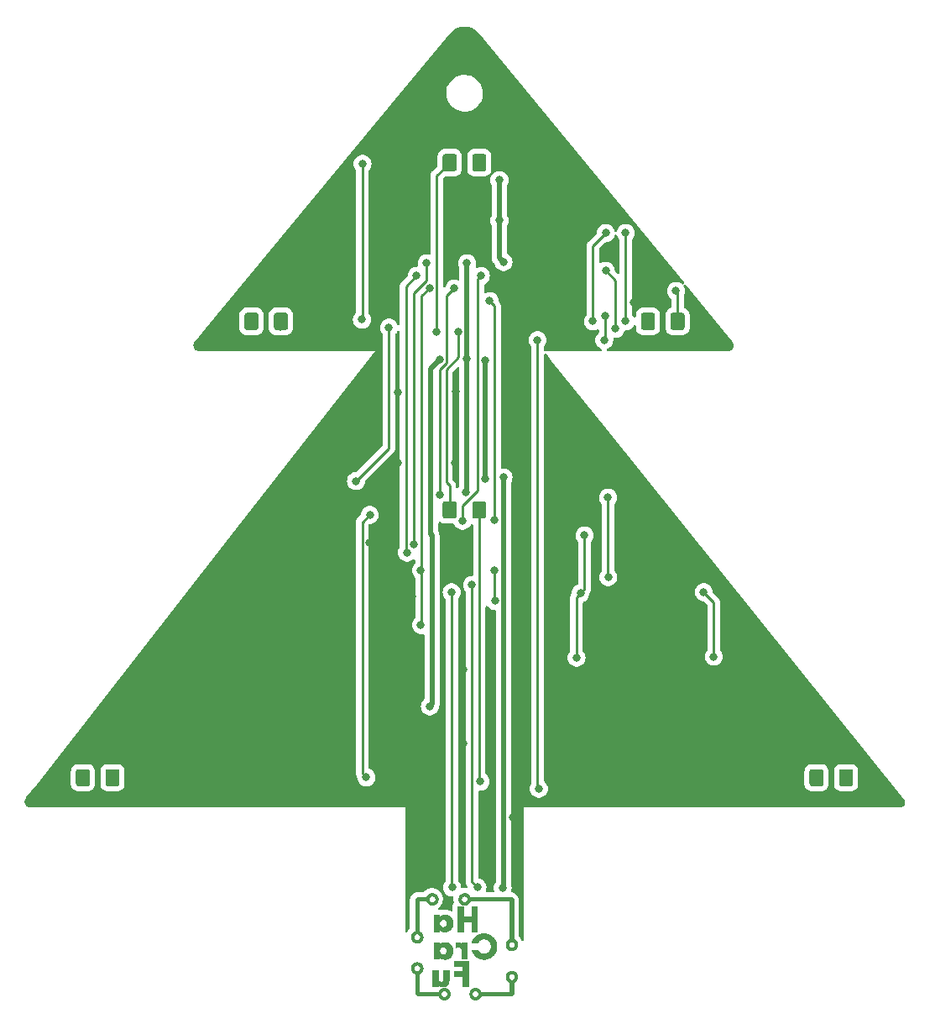
<source format=gbl>
G04 #@! TF.GenerationSoftware,KiCad,Pcbnew,7.0.2.1-36-g582732918d-dirty-deb11*
G04 #@! TF.CreationDate,2024-01-19T17:51:50+00:00*
G04 #@! TF.ProjectId,baumsatz,6261756d-7361-4747-9a2e-6b696361645f,rev?*
G04 #@! TF.SameCoordinates,Original*
G04 #@! TF.FileFunction,Copper,L2,Bot*
G04 #@! TF.FilePolarity,Positive*
%FSLAX46Y46*%
G04 Gerber Fmt 4.6, Leading zero omitted, Abs format (unit mm)*
G04 Created by KiCad (PCBNEW 7.0.2.1-36-g582732918d-dirty-deb11) date 2024-01-19 17:51:50*
%MOMM*%
%LPD*%
G01*
G04 APERTURE LIST*
G04 #@! TA.AperFunction,NonConductor*
%ADD10C,0.009000*%
G04 #@! TD*
G04 #@! TA.AperFunction,ViaPad*
%ADD11C,0.800000*%
G04 #@! TD*
G04 #@! TA.AperFunction,Conductor*
%ADD12C,0.500000*%
G04 #@! TD*
G04 #@! TA.AperFunction,Conductor*
%ADD13C,0.250000*%
G04 #@! TD*
G04 APERTURE END LIST*
D10*
X-2693047Y-89250397D02*
X-2695306Y-89279891D01*
X-2699025Y-89308968D01*
X-2704169Y-89337589D01*
X-2710698Y-89365719D01*
X-2718576Y-89393319D01*
X-2727766Y-89420353D01*
X-2738230Y-89446783D01*
X-2749931Y-89472572D01*
X-2762832Y-89497683D01*
X-2776895Y-89522078D01*
X-2792084Y-89545720D01*
X-2808362Y-89568572D01*
X-2825690Y-89590597D01*
X-2844031Y-89611757D01*
X-2863349Y-89632015D01*
X-2883606Y-89651335D01*
X-2904765Y-89669677D01*
X-2926789Y-89687006D01*
X-2949640Y-89703285D01*
X-2973281Y-89718475D01*
X-2997675Y-89732539D01*
X-3022785Y-89745441D01*
X-3048573Y-89757143D01*
X-3075003Y-89767608D01*
X-3102036Y-89776799D01*
X-3129636Y-89784677D01*
X-3157765Y-89791207D01*
X-3186386Y-89796351D01*
X-3215463Y-89800071D01*
X-3244957Y-89802330D01*
X-3274831Y-89803092D01*
X-3298685Y-89802607D01*
X-3322306Y-89801164D01*
X-3368767Y-89795480D01*
X-3414063Y-89786192D01*
X-3458042Y-89773452D01*
X-3500551Y-89757410D01*
X-3541438Y-89738219D01*
X-3580551Y-89716028D01*
X-3617738Y-89690991D01*
X-3652846Y-89663257D01*
X-3685723Y-89632979D01*
X-3716217Y-89600307D01*
X-3744175Y-89565394D01*
X-3769446Y-89528390D01*
X-3791877Y-89489447D01*
X-3811316Y-89448716D01*
X-3827611Y-89406349D01*
X-4627865Y-89406349D01*
X-4627865Y-92464231D01*
X-4696303Y-92464231D01*
X-4671292Y-92469591D01*
X-4646682Y-92476014D01*
X-4622500Y-92483477D01*
X-4598772Y-92491952D01*
X-4575522Y-92501415D01*
X-4552776Y-92511839D01*
X-4530561Y-92523200D01*
X-4508902Y-92535471D01*
X-4487825Y-92548627D01*
X-4467356Y-92562641D01*
X-4447519Y-92577490D01*
X-4428342Y-92593145D01*
X-4409849Y-92609583D01*
X-4392067Y-92626778D01*
X-4375021Y-92644703D01*
X-4358736Y-92663333D01*
X-4343240Y-92682642D01*
X-4328556Y-92702606D01*
X-4314712Y-92723197D01*
X-4301733Y-92744391D01*
X-4289644Y-92766161D01*
X-4278471Y-92788483D01*
X-4268240Y-92811329D01*
X-4258977Y-92834676D01*
X-4250707Y-92858497D01*
X-4243457Y-92882766D01*
X-4237251Y-92907458D01*
X-4232116Y-92932547D01*
X-4228078Y-92958007D01*
X-4225161Y-92983813D01*
X-4223392Y-93009939D01*
X-4222797Y-93036359D01*
X-4223558Y-93066237D01*
X-4225817Y-93095739D01*
X-4229537Y-93124830D01*
X-4234680Y-93153470D01*
X-4241210Y-93181623D01*
X-4249088Y-93209251D01*
X-4258277Y-93236316D01*
X-4268741Y-93262780D01*
X-4280443Y-93288606D01*
X-4293344Y-93313757D01*
X-4307408Y-93338194D01*
X-4322597Y-93361881D01*
X-4338874Y-93384778D01*
X-4356202Y-93406850D01*
X-4374544Y-93428058D01*
X-4393862Y-93448364D01*
X-4414119Y-93467731D01*
X-4435278Y-93486121D01*
X-4457302Y-93503497D01*
X-4480153Y-93519821D01*
X-4503794Y-93535055D01*
X-4528188Y-93549162D01*
X-4553298Y-93562104D01*
X-4579086Y-93573843D01*
X-4605515Y-93584343D01*
X-4632548Y-93593564D01*
X-4660148Y-93601470D01*
X-4688277Y-93608023D01*
X-4716898Y-93613185D01*
X-4745975Y-93616919D01*
X-4775468Y-93619187D01*
X-4805343Y-93619952D01*
X-4835220Y-93619187D01*
X-4864723Y-93616919D01*
X-4893813Y-93613185D01*
X-4922454Y-93608023D01*
X-4950607Y-93601470D01*
X-4978235Y-93593564D01*
X-5005300Y-93584343D01*
X-5031764Y-93573843D01*
X-5057591Y-93562104D01*
X-5082741Y-93549162D01*
X-5107178Y-93535055D01*
X-5130865Y-93519821D01*
X-5153763Y-93503497D01*
X-5175834Y-93486121D01*
X-5197042Y-93467731D01*
X-5217348Y-93448364D01*
X-5236715Y-93428058D01*
X-5255105Y-93406850D01*
X-5272481Y-93384778D01*
X-5288804Y-93361881D01*
X-5304038Y-93338194D01*
X-5318145Y-93313757D01*
X-5331087Y-93288606D01*
X-5342827Y-93262780D01*
X-5353326Y-93236316D01*
X-5362547Y-93209251D01*
X-5370453Y-93181623D01*
X-5377006Y-93153470D01*
X-5382168Y-93124830D01*
X-5385902Y-93095739D01*
X-5388170Y-93066237D01*
X-5388934Y-93036359D01*
X-5140461Y-93036359D01*
X-5140029Y-93053706D01*
X-5138744Y-93070813D01*
X-5136628Y-93087660D01*
X-5133701Y-93104227D01*
X-5129984Y-93120494D01*
X-5125495Y-93136440D01*
X-5120257Y-93152044D01*
X-5114290Y-93167287D01*
X-5107613Y-93182148D01*
X-5100248Y-93196606D01*
X-5092215Y-93210641D01*
X-5083534Y-93224232D01*
X-5074225Y-93237360D01*
X-5064310Y-93250003D01*
X-5053808Y-93262141D01*
X-5042740Y-93273755D01*
X-5031127Y-93284823D01*
X-5018988Y-93295324D01*
X-5006345Y-93305240D01*
X-4993217Y-93314548D01*
X-4979625Y-93323229D01*
X-4965590Y-93331263D01*
X-4951132Y-93338628D01*
X-4936271Y-93345305D01*
X-4921028Y-93351272D01*
X-4905424Y-93356511D01*
X-4889477Y-93360999D01*
X-4873210Y-93364717D01*
X-4856643Y-93367645D01*
X-4839795Y-93369761D01*
X-4822688Y-93371046D01*
X-4805342Y-93371479D01*
X-4787999Y-93371046D01*
X-4770901Y-93369761D01*
X-4754068Y-93367645D01*
X-4737520Y-93364717D01*
X-4721277Y-93360999D01*
X-4705358Y-93356511D01*
X-4689785Y-93351272D01*
X-4674577Y-93345305D01*
X-4659754Y-93338628D01*
X-4645336Y-93331263D01*
X-4631343Y-93323229D01*
X-4617796Y-93314548D01*
X-4604714Y-93305240D01*
X-4592117Y-93295324D01*
X-4580026Y-93284823D01*
X-4568460Y-93273755D01*
X-4557440Y-93262141D01*
X-4546986Y-93250003D01*
X-4537117Y-93237360D01*
X-4527854Y-93224232D01*
X-4519217Y-93210641D01*
X-4511226Y-93196606D01*
X-4503900Y-93182148D01*
X-4497261Y-93167287D01*
X-4491327Y-93152044D01*
X-4486120Y-93136440D01*
X-4481658Y-93120494D01*
X-4477963Y-93104227D01*
X-4475054Y-93087660D01*
X-4472952Y-93070813D01*
X-4471676Y-93053706D01*
X-4471246Y-93036359D01*
X-4471676Y-93019016D01*
X-4472952Y-93001917D01*
X-4475054Y-92985084D01*
X-4477963Y-92968535D01*
X-4481658Y-92952291D01*
X-4486120Y-92936373D01*
X-4491327Y-92920799D01*
X-4497261Y-92905591D01*
X-4503900Y-92890767D01*
X-4511226Y-92876349D01*
X-4519217Y-92862357D01*
X-4527854Y-92848809D01*
X-4537117Y-92835727D01*
X-4546986Y-92823131D01*
X-4557440Y-92811040D01*
X-4568460Y-92799475D01*
X-4580026Y-92788455D01*
X-4592117Y-92778001D01*
X-4604714Y-92768132D01*
X-4617796Y-92758869D01*
X-4631343Y-92750232D01*
X-4645336Y-92742241D01*
X-4659754Y-92734916D01*
X-4674577Y-92728277D01*
X-4689785Y-92722344D01*
X-4705358Y-92717137D01*
X-4721277Y-92712675D01*
X-4737520Y-92708980D01*
X-4754068Y-92706072D01*
X-4770901Y-92703969D01*
X-4787999Y-92702693D01*
X-4805342Y-92702263D01*
X-4822688Y-92702693D01*
X-4839796Y-92703969D01*
X-4856643Y-92706072D01*
X-4873211Y-92708980D01*
X-4889478Y-92712675D01*
X-4905424Y-92717137D01*
X-4921029Y-92722344D01*
X-4936272Y-92728277D01*
X-4951132Y-92734916D01*
X-4965591Y-92742241D01*
X-4979626Y-92750232D01*
X-4993217Y-92758869D01*
X-5006345Y-92768132D01*
X-5018989Y-92778001D01*
X-5031127Y-92788455D01*
X-5042741Y-92799475D01*
X-5053808Y-92811040D01*
X-5064310Y-92823131D01*
X-5074226Y-92835727D01*
X-5083534Y-92848809D01*
X-5092215Y-92862357D01*
X-5100248Y-92876349D01*
X-5107614Y-92890767D01*
X-5114290Y-92905591D01*
X-5120258Y-92920799D01*
X-5125496Y-92936373D01*
X-5129984Y-92952291D01*
X-5133701Y-92968535D01*
X-5136628Y-92985084D01*
X-5138744Y-93001917D01*
X-5140029Y-93019016D01*
X-5140461Y-93036359D01*
X-5388934Y-93036359D01*
X-5388337Y-93009939D01*
X-5386561Y-92983812D01*
X-5383633Y-92958006D01*
X-5379579Y-92932545D01*
X-5374425Y-92907456D01*
X-5368197Y-92882764D01*
X-5360920Y-92858495D01*
X-5352622Y-92834674D01*
X-5343327Y-92811327D01*
X-5333062Y-92788480D01*
X-5321854Y-92766159D01*
X-5309727Y-92744388D01*
X-5296707Y-92723194D01*
X-5282822Y-92702603D01*
X-5268096Y-92682640D01*
X-5252557Y-92663330D01*
X-5219139Y-92626775D01*
X-5182776Y-92593143D01*
X-5163556Y-92577487D01*
X-5143677Y-92562639D01*
X-5123166Y-92548624D01*
X-5102048Y-92535469D01*
X-5080351Y-92523198D01*
X-5058099Y-92511838D01*
X-5035319Y-92501413D01*
X-5012037Y-92491951D01*
X-4988278Y-92483476D01*
X-4964070Y-92476014D01*
X-4939437Y-92469590D01*
X-4914405Y-92464231D01*
X-4983866Y-92464231D01*
X-4983866Y-89228871D01*
X-4975566Y-89220523D01*
X-3609950Y-89220523D01*
X-3609517Y-89237865D01*
X-3608232Y-89254963D01*
X-3606116Y-89271796D01*
X-3603189Y-89288345D01*
X-3599470Y-89304588D01*
X-3594982Y-89320506D01*
X-3589744Y-89336079D01*
X-3583776Y-89351288D01*
X-3577099Y-89366111D01*
X-3569734Y-89380529D01*
X-3561701Y-89394521D01*
X-3553020Y-89408069D01*
X-3543711Y-89421151D01*
X-3533796Y-89433747D01*
X-3523294Y-89445838D01*
X-3512226Y-89457404D01*
X-3500613Y-89468424D01*
X-3488475Y-89478878D01*
X-3475831Y-89488747D01*
X-3462704Y-89498010D01*
X-3449112Y-89506647D01*
X-3435077Y-89514639D01*
X-3420619Y-89521964D01*
X-3405759Y-89528603D01*
X-3390516Y-89534537D01*
X-3374912Y-89539744D01*
X-3358966Y-89544206D01*
X-3342699Y-89547901D01*
X-3326132Y-89550810D01*
X-3309284Y-89552912D01*
X-3292177Y-89554188D01*
X-3274831Y-89554618D01*
X-3257488Y-89554188D01*
X-3240390Y-89552912D01*
X-3223556Y-89550810D01*
X-3207008Y-89547901D01*
X-3190765Y-89544206D01*
X-3174847Y-89539744D01*
X-3159274Y-89534537D01*
X-3144067Y-89528603D01*
X-3129244Y-89521964D01*
X-3114827Y-89514639D01*
X-3100836Y-89506647D01*
X-3087289Y-89498010D01*
X-3074208Y-89488747D01*
X-3061613Y-89478878D01*
X-3049523Y-89468424D01*
X-3037959Y-89457404D01*
X-3026940Y-89445838D01*
X-3016487Y-89433747D01*
X-3006619Y-89421151D01*
X-2997358Y-89408069D01*
X-2988722Y-89394521D01*
X-2980731Y-89380529D01*
X-2973407Y-89366111D01*
X-2966769Y-89351288D01*
X-2960836Y-89336079D01*
X-2955630Y-89320506D01*
X-2951169Y-89304588D01*
X-2947475Y-89288344D01*
X-2944566Y-89271796D01*
X-2942464Y-89254963D01*
X-2941188Y-89237865D01*
X-2940758Y-89220523D01*
X-2941188Y-89203176D01*
X-2942464Y-89186069D01*
X-2944566Y-89169221D01*
X-2947475Y-89152654D01*
X-2951169Y-89136387D01*
X-2955630Y-89120441D01*
X-2960836Y-89104836D01*
X-2966769Y-89089593D01*
X-2973407Y-89074732D01*
X-2980731Y-89060274D01*
X-2988722Y-89046239D01*
X-2997358Y-89032648D01*
X-3006619Y-89019520D01*
X-3016487Y-89006877D01*
X-3026940Y-88994739D01*
X-3037959Y-88983125D01*
X-3049523Y-88972058D01*
X-3061613Y-88961556D01*
X-3074208Y-88951641D01*
X-3087289Y-88942333D01*
X-3100836Y-88933652D01*
X-3114827Y-88925618D01*
X-3129244Y-88918253D01*
X-3144067Y-88911577D01*
X-3159274Y-88905609D01*
X-3174847Y-88900371D01*
X-3190765Y-88895883D01*
X-3207008Y-88892165D01*
X-3223556Y-88889237D01*
X-3240390Y-88887121D01*
X-3257488Y-88885836D01*
X-3274831Y-88885403D01*
X-3274831Y-88885404D01*
X-3292177Y-88885836D01*
X-3309284Y-88887121D01*
X-3326132Y-88889237D01*
X-3342699Y-88892165D01*
X-3358966Y-88895883D01*
X-3374912Y-88900371D01*
X-3390516Y-88905609D01*
X-3405759Y-88911577D01*
X-3420619Y-88918253D01*
X-3435077Y-88925619D01*
X-3449112Y-88933652D01*
X-3462704Y-88942333D01*
X-3475831Y-88951641D01*
X-3488475Y-88961556D01*
X-3500613Y-88972058D01*
X-3512226Y-88983126D01*
X-3523294Y-88994739D01*
X-3533796Y-89006877D01*
X-3543711Y-89019521D01*
X-3553020Y-89032648D01*
X-3561701Y-89046240D01*
X-3569734Y-89060274D01*
X-3577099Y-89074732D01*
X-3583776Y-89089593D01*
X-3589744Y-89104836D01*
X-3594982Y-89120441D01*
X-3599470Y-89136387D01*
X-3603189Y-89152654D01*
X-3606116Y-89169221D01*
X-3608232Y-89186069D01*
X-3609517Y-89203176D01*
X-3609950Y-89220523D01*
X-4975566Y-89220523D01*
X-4806388Y-89050370D01*
X-3832820Y-89050370D01*
X-3825501Y-89028206D01*
X-3817325Y-89006434D01*
X-3808313Y-88985075D01*
X-3798485Y-88964148D01*
X-3787861Y-88943675D01*
X-3776462Y-88923676D01*
X-3764309Y-88904171D01*
X-3751421Y-88885180D01*
X-3737819Y-88866725D01*
X-3723524Y-88848825D01*
X-3708555Y-88831501D01*
X-3692934Y-88814774D01*
X-3676680Y-88798663D01*
X-3659814Y-88783190D01*
X-3642357Y-88768374D01*
X-3624328Y-88754237D01*
X-3605749Y-88740798D01*
X-3586639Y-88728078D01*
X-3567020Y-88716097D01*
X-3546910Y-88704877D01*
X-3526332Y-88694436D01*
X-3505304Y-88684796D01*
X-3483848Y-88675978D01*
X-3461984Y-88668000D01*
X-3439733Y-88660885D01*
X-3417114Y-88654652D01*
X-3394148Y-88649323D01*
X-3370856Y-88644916D01*
X-3347258Y-88641453D01*
X-3323374Y-88638954D01*
X-3299225Y-88637440D01*
X-3274831Y-88636930D01*
X-3244957Y-88637695D01*
X-3215463Y-88639963D01*
X-3186386Y-88643697D01*
X-3157765Y-88648859D01*
X-3129635Y-88655412D01*
X-3102036Y-88663318D01*
X-3075002Y-88672539D01*
X-3048573Y-88683038D01*
X-3022785Y-88694777D01*
X-2997675Y-88707719D01*
X-2973281Y-88721826D01*
X-2949640Y-88737060D01*
X-2926789Y-88753384D01*
X-2904765Y-88770760D01*
X-2883606Y-88789150D01*
X-2863349Y-88808517D01*
X-2844031Y-88828823D01*
X-2825689Y-88850030D01*
X-2808361Y-88872102D01*
X-2792084Y-88895000D01*
X-2776895Y-88918686D01*
X-2762832Y-88943123D01*
X-2749931Y-88968274D01*
X-2738230Y-88994100D01*
X-2727766Y-89020565D01*
X-2718576Y-89047630D01*
X-2710698Y-89075258D01*
X-2704169Y-89103411D01*
X-2699025Y-89132051D01*
X-2695306Y-89161142D01*
X-2693047Y-89190645D01*
X-2692285Y-89220523D01*
X-2693047Y-89250397D01*
G04 #@! TA.AperFunction,NonConductor*
G36*
X-2693047Y-89250397D02*
G01*
X-2695306Y-89279891D01*
X-2699025Y-89308968D01*
X-2704169Y-89337589D01*
X-2710698Y-89365719D01*
X-2718576Y-89393319D01*
X-2727766Y-89420353D01*
X-2738230Y-89446783D01*
X-2749931Y-89472572D01*
X-2762832Y-89497683D01*
X-2776895Y-89522078D01*
X-2792084Y-89545720D01*
X-2808362Y-89568572D01*
X-2825690Y-89590597D01*
X-2844031Y-89611757D01*
X-2863349Y-89632015D01*
X-2883606Y-89651335D01*
X-2904765Y-89669677D01*
X-2926789Y-89687006D01*
X-2949640Y-89703285D01*
X-2973281Y-89718475D01*
X-2997675Y-89732539D01*
X-3022785Y-89745441D01*
X-3048573Y-89757143D01*
X-3075003Y-89767608D01*
X-3102036Y-89776799D01*
X-3129636Y-89784677D01*
X-3157765Y-89791207D01*
X-3186386Y-89796351D01*
X-3215463Y-89800071D01*
X-3244957Y-89802330D01*
X-3274831Y-89803092D01*
X-3298685Y-89802607D01*
X-3322306Y-89801164D01*
X-3368767Y-89795480D01*
X-3414063Y-89786192D01*
X-3458042Y-89773452D01*
X-3500551Y-89757410D01*
X-3541438Y-89738219D01*
X-3580551Y-89716028D01*
X-3617738Y-89690991D01*
X-3652846Y-89663257D01*
X-3685723Y-89632979D01*
X-3716217Y-89600307D01*
X-3744175Y-89565394D01*
X-3769446Y-89528390D01*
X-3791877Y-89489447D01*
X-3811316Y-89448716D01*
X-3827611Y-89406349D01*
X-4627865Y-89406349D01*
X-4627865Y-92464231D01*
X-4696303Y-92464231D01*
X-4671292Y-92469591D01*
X-4646682Y-92476014D01*
X-4622500Y-92483477D01*
X-4598772Y-92491952D01*
X-4575522Y-92501415D01*
X-4552776Y-92511839D01*
X-4530561Y-92523200D01*
X-4508902Y-92535471D01*
X-4487825Y-92548627D01*
X-4467356Y-92562641D01*
X-4447519Y-92577490D01*
X-4428342Y-92593145D01*
X-4409849Y-92609583D01*
X-4392067Y-92626778D01*
X-4375021Y-92644703D01*
X-4358736Y-92663333D01*
X-4343240Y-92682642D01*
X-4328556Y-92702606D01*
X-4314712Y-92723197D01*
X-4301733Y-92744391D01*
X-4289644Y-92766161D01*
X-4278471Y-92788483D01*
X-4268240Y-92811329D01*
X-4258977Y-92834676D01*
X-4250707Y-92858497D01*
X-4243457Y-92882766D01*
X-4237251Y-92907458D01*
X-4232116Y-92932547D01*
X-4228078Y-92958007D01*
X-4225161Y-92983813D01*
X-4223392Y-93009939D01*
X-4222797Y-93036359D01*
X-4223558Y-93066237D01*
X-4225817Y-93095739D01*
X-4229537Y-93124830D01*
X-4234680Y-93153470D01*
X-4241210Y-93181623D01*
X-4249088Y-93209251D01*
X-4258277Y-93236316D01*
X-4268741Y-93262780D01*
X-4280443Y-93288606D01*
X-4293344Y-93313757D01*
X-4307408Y-93338194D01*
X-4322597Y-93361881D01*
X-4338874Y-93384778D01*
X-4356202Y-93406850D01*
X-4374544Y-93428058D01*
X-4393862Y-93448364D01*
X-4414119Y-93467731D01*
X-4435278Y-93486121D01*
X-4457302Y-93503497D01*
X-4480153Y-93519821D01*
X-4503794Y-93535055D01*
X-4528188Y-93549162D01*
X-4553298Y-93562104D01*
X-4579086Y-93573843D01*
X-4605515Y-93584343D01*
X-4632548Y-93593564D01*
X-4660148Y-93601470D01*
X-4688277Y-93608023D01*
X-4716898Y-93613185D01*
X-4745975Y-93616919D01*
X-4775468Y-93619187D01*
X-4805343Y-93619952D01*
X-4835220Y-93619187D01*
X-4864723Y-93616919D01*
X-4893813Y-93613185D01*
X-4922454Y-93608023D01*
X-4950607Y-93601470D01*
X-4978235Y-93593564D01*
X-5005300Y-93584343D01*
X-5031764Y-93573843D01*
X-5057591Y-93562104D01*
X-5082741Y-93549162D01*
X-5107178Y-93535055D01*
X-5130865Y-93519821D01*
X-5153763Y-93503497D01*
X-5175834Y-93486121D01*
X-5197042Y-93467731D01*
X-5217348Y-93448364D01*
X-5236715Y-93428058D01*
X-5255105Y-93406850D01*
X-5272481Y-93384778D01*
X-5288804Y-93361881D01*
X-5304038Y-93338194D01*
X-5318145Y-93313757D01*
X-5331087Y-93288606D01*
X-5342827Y-93262780D01*
X-5353326Y-93236316D01*
X-5362547Y-93209251D01*
X-5370453Y-93181623D01*
X-5377006Y-93153470D01*
X-5382168Y-93124830D01*
X-5385902Y-93095739D01*
X-5388170Y-93066237D01*
X-5388934Y-93036359D01*
X-5140461Y-93036359D01*
X-5140029Y-93053706D01*
X-5138744Y-93070813D01*
X-5136628Y-93087660D01*
X-5133701Y-93104227D01*
X-5129984Y-93120494D01*
X-5125495Y-93136440D01*
X-5120257Y-93152044D01*
X-5114290Y-93167287D01*
X-5107613Y-93182148D01*
X-5100248Y-93196606D01*
X-5092215Y-93210641D01*
X-5083534Y-93224232D01*
X-5074225Y-93237360D01*
X-5064310Y-93250003D01*
X-5053808Y-93262141D01*
X-5042740Y-93273755D01*
X-5031127Y-93284823D01*
X-5018988Y-93295324D01*
X-5006345Y-93305240D01*
X-4993217Y-93314548D01*
X-4979625Y-93323229D01*
X-4965590Y-93331263D01*
X-4951132Y-93338628D01*
X-4936271Y-93345305D01*
X-4921028Y-93351272D01*
X-4905424Y-93356511D01*
X-4889477Y-93360999D01*
X-4873210Y-93364717D01*
X-4856643Y-93367645D01*
X-4839795Y-93369761D01*
X-4822688Y-93371046D01*
X-4805342Y-93371479D01*
X-4787999Y-93371046D01*
X-4770901Y-93369761D01*
X-4754068Y-93367645D01*
X-4737520Y-93364717D01*
X-4721277Y-93360999D01*
X-4705358Y-93356511D01*
X-4689785Y-93351272D01*
X-4674577Y-93345305D01*
X-4659754Y-93338628D01*
X-4645336Y-93331263D01*
X-4631343Y-93323229D01*
X-4617796Y-93314548D01*
X-4604714Y-93305240D01*
X-4592117Y-93295324D01*
X-4580026Y-93284823D01*
X-4568460Y-93273755D01*
X-4557440Y-93262141D01*
X-4546986Y-93250003D01*
X-4537117Y-93237360D01*
X-4527854Y-93224232D01*
X-4519217Y-93210641D01*
X-4511226Y-93196606D01*
X-4503900Y-93182148D01*
X-4497261Y-93167287D01*
X-4491327Y-93152044D01*
X-4486120Y-93136440D01*
X-4481658Y-93120494D01*
X-4477963Y-93104227D01*
X-4475054Y-93087660D01*
X-4472952Y-93070813D01*
X-4471676Y-93053706D01*
X-4471246Y-93036359D01*
X-4471676Y-93019016D01*
X-4472952Y-93001917D01*
X-4475054Y-92985084D01*
X-4477963Y-92968535D01*
X-4481658Y-92952291D01*
X-4486120Y-92936373D01*
X-4491327Y-92920799D01*
X-4497261Y-92905591D01*
X-4503900Y-92890767D01*
X-4511226Y-92876349D01*
X-4519217Y-92862357D01*
X-4527854Y-92848809D01*
X-4537117Y-92835727D01*
X-4546986Y-92823131D01*
X-4557440Y-92811040D01*
X-4568460Y-92799475D01*
X-4580026Y-92788455D01*
X-4592117Y-92778001D01*
X-4604714Y-92768132D01*
X-4617796Y-92758869D01*
X-4631343Y-92750232D01*
X-4645336Y-92742241D01*
X-4659754Y-92734916D01*
X-4674577Y-92728277D01*
X-4689785Y-92722344D01*
X-4705358Y-92717137D01*
X-4721277Y-92712675D01*
X-4737520Y-92708980D01*
X-4754068Y-92706072D01*
X-4770901Y-92703969D01*
X-4787999Y-92702693D01*
X-4805342Y-92702263D01*
X-4822688Y-92702693D01*
X-4839796Y-92703969D01*
X-4856643Y-92706072D01*
X-4873211Y-92708980D01*
X-4889478Y-92712675D01*
X-4905424Y-92717137D01*
X-4921029Y-92722344D01*
X-4936272Y-92728277D01*
X-4951132Y-92734916D01*
X-4965591Y-92742241D01*
X-4979626Y-92750232D01*
X-4993217Y-92758869D01*
X-5006345Y-92768132D01*
X-5018989Y-92778001D01*
X-5031127Y-92788455D01*
X-5042741Y-92799475D01*
X-5053808Y-92811040D01*
X-5064310Y-92823131D01*
X-5074226Y-92835727D01*
X-5083534Y-92848809D01*
X-5092215Y-92862357D01*
X-5100248Y-92876349D01*
X-5107614Y-92890767D01*
X-5114290Y-92905591D01*
X-5120258Y-92920799D01*
X-5125496Y-92936373D01*
X-5129984Y-92952291D01*
X-5133701Y-92968535D01*
X-5136628Y-92985084D01*
X-5138744Y-93001917D01*
X-5140029Y-93019016D01*
X-5140461Y-93036359D01*
X-5388934Y-93036359D01*
X-5388337Y-93009939D01*
X-5386561Y-92983812D01*
X-5383633Y-92958006D01*
X-5379579Y-92932545D01*
X-5374425Y-92907456D01*
X-5368197Y-92882764D01*
X-5360920Y-92858495D01*
X-5352622Y-92834674D01*
X-5343327Y-92811327D01*
X-5333062Y-92788480D01*
X-5321854Y-92766159D01*
X-5309727Y-92744388D01*
X-5296707Y-92723194D01*
X-5282822Y-92702603D01*
X-5268096Y-92682640D01*
X-5252557Y-92663330D01*
X-5219139Y-92626775D01*
X-5182776Y-92593143D01*
X-5163556Y-92577487D01*
X-5143677Y-92562639D01*
X-5123166Y-92548624D01*
X-5102048Y-92535469D01*
X-5080351Y-92523198D01*
X-5058099Y-92511838D01*
X-5035319Y-92501413D01*
X-5012037Y-92491951D01*
X-4988278Y-92483476D01*
X-4964070Y-92476014D01*
X-4939437Y-92469590D01*
X-4914405Y-92464231D01*
X-4983866Y-92464231D01*
X-4983866Y-89228871D01*
X-4975566Y-89220523D01*
X-3609950Y-89220523D01*
X-3609517Y-89237865D01*
X-3608232Y-89254963D01*
X-3606116Y-89271796D01*
X-3603189Y-89288345D01*
X-3599470Y-89304588D01*
X-3594982Y-89320506D01*
X-3589744Y-89336079D01*
X-3583776Y-89351288D01*
X-3577099Y-89366111D01*
X-3569734Y-89380529D01*
X-3561701Y-89394521D01*
X-3553020Y-89408069D01*
X-3543711Y-89421151D01*
X-3533796Y-89433747D01*
X-3523294Y-89445838D01*
X-3512226Y-89457404D01*
X-3500613Y-89468424D01*
X-3488475Y-89478878D01*
X-3475831Y-89488747D01*
X-3462704Y-89498010D01*
X-3449112Y-89506647D01*
X-3435077Y-89514639D01*
X-3420619Y-89521964D01*
X-3405759Y-89528603D01*
X-3390516Y-89534537D01*
X-3374912Y-89539744D01*
X-3358966Y-89544206D01*
X-3342699Y-89547901D01*
X-3326132Y-89550810D01*
X-3309284Y-89552912D01*
X-3292177Y-89554188D01*
X-3274831Y-89554618D01*
X-3257488Y-89554188D01*
X-3240390Y-89552912D01*
X-3223556Y-89550810D01*
X-3207008Y-89547901D01*
X-3190765Y-89544206D01*
X-3174847Y-89539744D01*
X-3159274Y-89534537D01*
X-3144067Y-89528603D01*
X-3129244Y-89521964D01*
X-3114827Y-89514639D01*
X-3100836Y-89506647D01*
X-3087289Y-89498010D01*
X-3074208Y-89488747D01*
X-3061613Y-89478878D01*
X-3049523Y-89468424D01*
X-3037959Y-89457404D01*
X-3026940Y-89445838D01*
X-3016487Y-89433747D01*
X-3006619Y-89421151D01*
X-2997358Y-89408069D01*
X-2988722Y-89394521D01*
X-2980731Y-89380529D01*
X-2973407Y-89366111D01*
X-2966769Y-89351288D01*
X-2960836Y-89336079D01*
X-2955630Y-89320506D01*
X-2951169Y-89304588D01*
X-2947475Y-89288344D01*
X-2944566Y-89271796D01*
X-2942464Y-89254963D01*
X-2941188Y-89237865D01*
X-2940758Y-89220523D01*
X-2941188Y-89203176D01*
X-2942464Y-89186069D01*
X-2944566Y-89169221D01*
X-2947475Y-89152654D01*
X-2951169Y-89136387D01*
X-2955630Y-89120441D01*
X-2960836Y-89104836D01*
X-2966769Y-89089593D01*
X-2973407Y-89074732D01*
X-2980731Y-89060274D01*
X-2988722Y-89046239D01*
X-2997358Y-89032648D01*
X-3006619Y-89019520D01*
X-3016487Y-89006877D01*
X-3026940Y-88994739D01*
X-3037959Y-88983125D01*
X-3049523Y-88972058D01*
X-3061613Y-88961556D01*
X-3074208Y-88951641D01*
X-3087289Y-88942333D01*
X-3100836Y-88933652D01*
X-3114827Y-88925618D01*
X-3129244Y-88918253D01*
X-3144067Y-88911577D01*
X-3159274Y-88905609D01*
X-3174847Y-88900371D01*
X-3190765Y-88895883D01*
X-3207008Y-88892165D01*
X-3223556Y-88889237D01*
X-3240390Y-88887121D01*
X-3257488Y-88885836D01*
X-3274831Y-88885403D01*
X-3274831Y-88885404D01*
X-3292177Y-88885836D01*
X-3309284Y-88887121D01*
X-3326132Y-88889237D01*
X-3342699Y-88892165D01*
X-3358966Y-88895883D01*
X-3374912Y-88900371D01*
X-3390516Y-88905609D01*
X-3405759Y-88911577D01*
X-3420619Y-88918253D01*
X-3435077Y-88925619D01*
X-3449112Y-88933652D01*
X-3462704Y-88942333D01*
X-3475831Y-88951641D01*
X-3488475Y-88961556D01*
X-3500613Y-88972058D01*
X-3512226Y-88983126D01*
X-3523294Y-88994739D01*
X-3533796Y-89006877D01*
X-3543711Y-89019521D01*
X-3553020Y-89032648D01*
X-3561701Y-89046240D01*
X-3569734Y-89060274D01*
X-3577099Y-89074732D01*
X-3583776Y-89089593D01*
X-3589744Y-89104836D01*
X-3594982Y-89120441D01*
X-3599470Y-89136387D01*
X-3603189Y-89152654D01*
X-3606116Y-89169221D01*
X-3608232Y-89186069D01*
X-3609517Y-89203176D01*
X-3609950Y-89220523D01*
X-4975566Y-89220523D01*
X-4806388Y-89050370D01*
X-3832820Y-89050370D01*
X-3825501Y-89028206D01*
X-3817325Y-89006434D01*
X-3808313Y-88985075D01*
X-3798485Y-88964148D01*
X-3787861Y-88943675D01*
X-3776462Y-88923676D01*
X-3764309Y-88904171D01*
X-3751421Y-88885180D01*
X-3737819Y-88866725D01*
X-3723524Y-88848825D01*
X-3708555Y-88831501D01*
X-3692934Y-88814774D01*
X-3676680Y-88798663D01*
X-3659814Y-88783190D01*
X-3642357Y-88768374D01*
X-3624328Y-88754237D01*
X-3605749Y-88740798D01*
X-3586639Y-88728078D01*
X-3567020Y-88716097D01*
X-3546910Y-88704877D01*
X-3526332Y-88694436D01*
X-3505304Y-88684796D01*
X-3483848Y-88675978D01*
X-3461984Y-88668000D01*
X-3439733Y-88660885D01*
X-3417114Y-88654652D01*
X-3394148Y-88649323D01*
X-3370856Y-88644916D01*
X-3347258Y-88641453D01*
X-3323374Y-88638954D01*
X-3299225Y-88637440D01*
X-3274831Y-88636930D01*
X-3244957Y-88637695D01*
X-3215463Y-88639963D01*
X-3186386Y-88643697D01*
X-3157765Y-88648859D01*
X-3129635Y-88655412D01*
X-3102036Y-88663318D01*
X-3075002Y-88672539D01*
X-3048573Y-88683038D01*
X-3022785Y-88694777D01*
X-2997675Y-88707719D01*
X-2973281Y-88721826D01*
X-2949640Y-88737060D01*
X-2926789Y-88753384D01*
X-2904765Y-88770760D01*
X-2883606Y-88789150D01*
X-2863349Y-88808517D01*
X-2844031Y-88828823D01*
X-2825689Y-88850030D01*
X-2808361Y-88872102D01*
X-2792084Y-88895000D01*
X-2776895Y-88918686D01*
X-2762832Y-88943123D01*
X-2749931Y-88968274D01*
X-2738230Y-88994100D01*
X-2727766Y-89020565D01*
X-2718576Y-89047630D01*
X-2710698Y-89075258D01*
X-2704169Y-89103411D01*
X-2699025Y-89132051D01*
X-2695306Y-89161142D01*
X-2693047Y-89190645D01*
X-2692285Y-89220523D01*
X-2693047Y-89250397D01*
G37*
G04 #@! TD.AperFunction*
X-116214Y-90955720D02*
X708745Y-90955720D01*
X708745Y-89957677D01*
X1261170Y-89957677D01*
X1261170Y-92462005D01*
X708745Y-92462005D01*
X708745Y-91456590D01*
X-116214Y-91456590D01*
X-116214Y-92462005D01*
X-705467Y-92462005D01*
X-705467Y-89957677D01*
X-116214Y-89957677D01*
X-116214Y-90955720D01*
G04 #@! TA.AperFunction,NonConductor*
G36*
X-116214Y-90955720D02*
G01*
X708745Y-90955720D01*
X708745Y-89957677D01*
X1261170Y-89957677D01*
X1261170Y-92462005D01*
X708745Y-92462005D01*
X708745Y-91456590D01*
X-116214Y-91456590D01*
X-116214Y-92462005D01*
X-705467Y-92462005D01*
X-705467Y-89957677D01*
X-116214Y-89957677D01*
X-116214Y-90955720D01*
G37*
G04 #@! TD.AperFunction*
X371260Y-97986259D02*
X-181164Y-97986259D01*
X-181164Y-96980843D01*
X-1042947Y-96980842D01*
X-1042947Y-96479978D01*
X-181164Y-96479978D01*
X-181164Y-95982793D01*
X-1079775Y-95982793D01*
X-1079775Y-95481929D01*
X371260Y-95481929D01*
X371260Y-97986259D01*
G04 #@! TA.AperFunction,NonConductor*
G36*
X371260Y-97986259D02*
G01*
X-181164Y-97986259D01*
X-181164Y-96980843D01*
X-1042947Y-96980842D01*
X-1042947Y-96479978D01*
X-181164Y-96479978D01*
X-181164Y-95982793D01*
X-1079775Y-95982793D01*
X-1079775Y-95481929D01*
X371260Y-95481929D01*
X371260Y-97986259D01*
G37*
G04 #@! TD.AperFunction*
X-4223296Y-96197788D02*
X-4224784Y-96221772D01*
X-4227238Y-96245495D01*
X-4230641Y-96268936D01*
X-4240209Y-96314895D01*
X-4253331Y-96359490D01*
X-4269847Y-96402561D01*
X-4289599Y-96443947D01*
X-4312429Y-96483489D01*
X-4338179Y-96521028D01*
X-4366690Y-96556402D01*
X-4397804Y-96589454D01*
X-4431363Y-96620021D01*
X-4467208Y-96647946D01*
X-4505181Y-96673068D01*
X-4545123Y-96695227D01*
X-4586877Y-96714263D01*
X-4630283Y-96730017D01*
X-4627867Y-96730017D01*
X-4627867Y-98611321D01*
X-2631337Y-98611321D01*
X-2624347Y-98588611D01*
X-2616462Y-98566295D01*
X-2607705Y-98544395D01*
X-2598096Y-98522933D01*
X-2587657Y-98501928D01*
X-2576410Y-98481404D01*
X-2564375Y-98461381D01*
X-2551574Y-98441881D01*
X-2538028Y-98422925D01*
X-2523759Y-98404534D01*
X-2508788Y-98386731D01*
X-2493136Y-98369536D01*
X-2476825Y-98352971D01*
X-2459876Y-98337057D01*
X-2442310Y-98321816D01*
X-2424150Y-98307270D01*
X-2405415Y-98293439D01*
X-2386128Y-98280344D01*
X-2366309Y-98268009D01*
X-2345981Y-98256453D01*
X-2325164Y-98245699D01*
X-2303880Y-98235767D01*
X-2282150Y-98226680D01*
X-2259996Y-98218458D01*
X-2237439Y-98211123D01*
X-2214500Y-98204697D01*
X-2191201Y-98199200D01*
X-2167562Y-98194655D01*
X-2143606Y-98191083D01*
X-2119354Y-98188504D01*
X-2094827Y-98186942D01*
X-2070046Y-98186416D01*
X-2040168Y-98187180D01*
X-2010666Y-98189448D01*
X-1981576Y-98193182D01*
X-1952935Y-98198344D01*
X-1924782Y-98204897D01*
X-1897155Y-98212803D01*
X-1870090Y-98222024D01*
X-1843625Y-98232524D01*
X-1817799Y-98244263D01*
X-1792648Y-98257205D01*
X-1768211Y-98271312D01*
X-1744525Y-98286546D01*
X-1721627Y-98302869D01*
X-1699555Y-98320245D01*
X-1678348Y-98338635D01*
X-1658042Y-98358002D01*
X-1638675Y-98378308D01*
X-1620284Y-98399516D01*
X-1602909Y-98421587D01*
X-1586585Y-98444485D01*
X-1571350Y-98468171D01*
X-1557244Y-98492609D01*
X-1544302Y-98517760D01*
X-1532562Y-98543586D01*
X-1522063Y-98570051D01*
X-1512841Y-98597116D01*
X-1504935Y-98624743D01*
X-1498382Y-98652896D01*
X-1493220Y-98681537D01*
X-1489486Y-98710628D01*
X-1487218Y-98740131D01*
X-1486454Y-98770008D01*
X-1486454Y-98770010D01*
X-1487218Y-98799883D01*
X-1489486Y-98829377D01*
X-1493220Y-98858453D01*
X-1498382Y-98887074D01*
X-1504935Y-98915203D01*
X-1512841Y-98942803D01*
X-1522063Y-98969836D01*
X-1532562Y-98996265D01*
X-1544302Y-99022053D01*
X-1557244Y-99047163D01*
X-1571350Y-99071557D01*
X-1586585Y-99095198D01*
X-1602909Y-99118050D01*
X-1620284Y-99140073D01*
X-1638675Y-99161232D01*
X-1658042Y-99181490D01*
X-1678348Y-99200808D01*
X-1699555Y-99219149D01*
X-1721627Y-99236477D01*
X-1744525Y-99252755D01*
X-1768211Y-99267944D01*
X-1792648Y-99282007D01*
X-1817799Y-99294908D01*
X-1843625Y-99306610D01*
X-1870090Y-99317074D01*
X-1897155Y-99326263D01*
X-1924782Y-99334142D01*
X-1952935Y-99340671D01*
X-1981576Y-99345814D01*
X-2010666Y-99349534D01*
X-2040168Y-99351793D01*
X-2070046Y-99352554D01*
X-2116738Y-99350690D01*
X-2162455Y-99345193D01*
X-2207052Y-99336208D01*
X-2250384Y-99323877D01*
X-2292306Y-99308345D01*
X-2332672Y-99289756D01*
X-2371338Y-99268253D01*
X-2408159Y-99243979D01*
X-2442990Y-99217080D01*
X-2475685Y-99187698D01*
X-2506100Y-99155977D01*
X-2534090Y-99122061D01*
X-2559509Y-99086094D01*
X-2582214Y-99048219D01*
X-2602057Y-99008581D01*
X-2618896Y-98967322D01*
X-4806390Y-98967322D01*
X-4983868Y-98788798D01*
X-4983868Y-98770010D01*
X-2404141Y-98770010D01*
X-2403711Y-98787352D01*
X-2402434Y-98804450D01*
X-2400332Y-98821283D01*
X-2397423Y-98837831D01*
X-2393728Y-98854073D01*
X-2389267Y-98869991D01*
X-2384060Y-98885564D01*
X-2378127Y-98900771D01*
X-2371487Y-98915594D01*
X-2364162Y-98930011D01*
X-2356171Y-98944002D01*
X-2347534Y-98957549D01*
X-2338271Y-98970630D01*
X-2328403Y-98983225D01*
X-2317948Y-98995315D01*
X-2306928Y-99006880D01*
X-2295363Y-99017899D01*
X-2283272Y-99028352D01*
X-2270675Y-99038220D01*
X-2257593Y-99047482D01*
X-2244046Y-99056118D01*
X-2230053Y-99064108D01*
X-2215635Y-99071433D01*
X-2200812Y-99078071D01*
X-2185604Y-99084004D01*
X-2170030Y-99089211D01*
X-2154112Y-99093671D01*
X-2137868Y-99097366D01*
X-2121320Y-99100275D01*
X-2104486Y-99102377D01*
X-2087388Y-99103653D01*
X-2070044Y-99104083D01*
X-2052701Y-99103653D01*
X-2035603Y-99102377D01*
X-2018770Y-99100275D01*
X-2002222Y-99097366D01*
X-1985979Y-99093671D01*
X-1970061Y-99089211D01*
X-1954488Y-99084004D01*
X-1939281Y-99078071D01*
X-1924459Y-99071433D01*
X-1910042Y-99064108D01*
X-1896050Y-99056118D01*
X-1882504Y-99047482D01*
X-1869423Y-99038220D01*
X-1856827Y-99028352D01*
X-1844737Y-99017899D01*
X-1833173Y-99006880D01*
X-1822154Y-98995315D01*
X-1811701Y-98983225D01*
X-1801833Y-98970630D01*
X-1792572Y-98957549D01*
X-1783936Y-98944002D01*
X-1775945Y-98930011D01*
X-1768621Y-98915594D01*
X-1761983Y-98900771D01*
X-1756050Y-98885564D01*
X-1750843Y-98869991D01*
X-1746383Y-98854073D01*
X-1742688Y-98837831D01*
X-1739780Y-98821283D01*
X-1737678Y-98804450D01*
X-1736402Y-98787352D01*
X-1735972Y-98770010D01*
X-1736402Y-98752663D01*
X-1737678Y-98735556D01*
X-1739780Y-98718708D01*
X-1742688Y-98702141D01*
X-1746383Y-98685874D01*
X-1750843Y-98669928D01*
X-1756050Y-98654323D01*
X-1761983Y-98639080D01*
X-1768621Y-98624219D01*
X-1775945Y-98609761D01*
X-1783936Y-98595726D01*
X-1792572Y-98582135D01*
X-1801833Y-98569007D01*
X-1811701Y-98556364D01*
X-1822154Y-98544226D01*
X-1833173Y-98532613D01*
X-1844737Y-98521545D01*
X-1856827Y-98511043D01*
X-1869423Y-98501128D01*
X-1882504Y-98491820D01*
X-1896050Y-98483139D01*
X-1910042Y-98475106D01*
X-1924459Y-98467741D01*
X-1939281Y-98461064D01*
X-1954488Y-98455097D01*
X-1970061Y-98449859D01*
X-1985979Y-98445370D01*
X-2002222Y-98441652D01*
X-2018770Y-98438725D01*
X-2035603Y-98436609D01*
X-2052701Y-98435324D01*
X-2070044Y-98434891D01*
X-2070044Y-98434890D01*
X-2087388Y-98435323D01*
X-2104486Y-98436608D01*
X-2121320Y-98438724D01*
X-2137868Y-98441652D01*
X-2154112Y-98445370D01*
X-2170030Y-98449858D01*
X-2185604Y-98455096D01*
X-2200812Y-98461064D01*
X-2215635Y-98467740D01*
X-2230053Y-98475105D01*
X-2244046Y-98483139D01*
X-2257593Y-98491820D01*
X-2270675Y-98501128D01*
X-2283272Y-98511043D01*
X-2295363Y-98521545D01*
X-2306928Y-98532612D01*
X-2317948Y-98544226D01*
X-2328403Y-98556364D01*
X-2338271Y-98569007D01*
X-2347534Y-98582135D01*
X-2356171Y-98595726D01*
X-2364162Y-98609761D01*
X-2371487Y-98624219D01*
X-2378127Y-98639080D01*
X-2384060Y-98654323D01*
X-2389267Y-98669927D01*
X-2393728Y-98685874D01*
X-2397423Y-98702141D01*
X-2400332Y-98718708D01*
X-2402434Y-98735556D01*
X-2403711Y-98752663D01*
X-2404141Y-98770010D01*
X-4983868Y-98770010D01*
X-4983868Y-96730017D01*
X-4980498Y-96730017D01*
X-5002424Y-96722560D01*
X-5023958Y-96714263D01*
X-5045082Y-96705145D01*
X-5065775Y-96695227D01*
X-5086016Y-96684528D01*
X-5105786Y-96673068D01*
X-5125065Y-96660867D01*
X-5143833Y-96647946D01*
X-5162070Y-96634324D01*
X-5179756Y-96620021D01*
X-5196870Y-96605058D01*
X-5213394Y-96589454D01*
X-5229306Y-96573228D01*
X-5244588Y-96556402D01*
X-5259218Y-96538995D01*
X-5273177Y-96521028D01*
X-5286445Y-96502519D01*
X-5299002Y-96483489D01*
X-5310828Y-96463959D01*
X-5321903Y-96443947D01*
X-5332206Y-96423474D01*
X-5341719Y-96402561D01*
X-5350421Y-96381226D01*
X-5358291Y-96359490D01*
X-5365311Y-96337373D01*
X-5371459Y-96314895D01*
X-5376717Y-96292076D01*
X-5381063Y-96268936D01*
X-5384478Y-96245495D01*
X-5386942Y-96221772D01*
X-5388436Y-96197788D01*
X-5388938Y-96173563D01*
X-5140461Y-96173563D01*
X-5140029Y-96190910D01*
X-5138744Y-96208017D01*
X-5136628Y-96224865D01*
X-5133701Y-96241433D01*
X-5129984Y-96257700D01*
X-5125495Y-96273647D01*
X-5120257Y-96289252D01*
X-5114290Y-96304496D01*
X-5107613Y-96319357D01*
X-5100248Y-96333816D01*
X-5092215Y-96347852D01*
X-5083534Y-96361444D01*
X-5074225Y-96374573D01*
X-5064310Y-96387217D01*
X-5053808Y-96399357D01*
X-5042740Y-96410971D01*
X-5031127Y-96422040D01*
X-5018988Y-96432543D01*
X-5006345Y-96442459D01*
X-4993217Y-96451768D01*
X-4979625Y-96460451D01*
X-4965590Y-96468485D01*
X-4951132Y-96475851D01*
X-4936271Y-96482528D01*
X-4921028Y-96488497D01*
X-4905424Y-96493736D01*
X-4889477Y-96498225D01*
X-4873210Y-96501943D01*
X-4856643Y-96504871D01*
X-4839795Y-96506988D01*
X-4822688Y-96508273D01*
X-4805342Y-96508706D01*
X-4787999Y-96508273D01*
X-4770901Y-96506988D01*
X-4754068Y-96504871D01*
X-4737520Y-96501943D01*
X-4721277Y-96498225D01*
X-4705358Y-96493736D01*
X-4689785Y-96488497D01*
X-4674577Y-96482528D01*
X-4659754Y-96475851D01*
X-4645336Y-96468485D01*
X-4631343Y-96460451D01*
X-4617796Y-96451768D01*
X-4604714Y-96442459D01*
X-4592117Y-96432543D01*
X-4580026Y-96422040D01*
X-4568460Y-96410971D01*
X-4557440Y-96399357D01*
X-4546986Y-96387217D01*
X-4537117Y-96374573D01*
X-4527854Y-96361444D01*
X-4519217Y-96347852D01*
X-4511226Y-96333816D01*
X-4503900Y-96319357D01*
X-4497261Y-96304496D01*
X-4491327Y-96289252D01*
X-4486120Y-96273647D01*
X-4481658Y-96257700D01*
X-4477963Y-96241433D01*
X-4475054Y-96224865D01*
X-4472952Y-96208017D01*
X-4471676Y-96190910D01*
X-4471246Y-96173563D01*
X-4471676Y-96156220D01*
X-4472952Y-96139122D01*
X-4475054Y-96122289D01*
X-4477963Y-96105741D01*
X-4481658Y-96089498D01*
X-4486120Y-96073580D01*
X-4491327Y-96058007D01*
X-4497261Y-96042799D01*
X-4503900Y-96027977D01*
X-4511226Y-96013560D01*
X-4519217Y-95999568D01*
X-4527854Y-95986022D01*
X-4537117Y-95972941D01*
X-4546986Y-95960346D01*
X-4557440Y-95948256D01*
X-4568460Y-95936691D01*
X-4580026Y-95925673D01*
X-4592117Y-95915219D01*
X-4604714Y-95905352D01*
X-4617796Y-95896090D01*
X-4631343Y-95887454D01*
X-4645336Y-95879464D01*
X-4659754Y-95872140D01*
X-4674577Y-95865501D01*
X-4689785Y-95859569D01*
X-4705358Y-95854362D01*
X-4721277Y-95849901D01*
X-4737520Y-95846207D01*
X-4754068Y-95843299D01*
X-4770901Y-95841196D01*
X-4787999Y-95839920D01*
X-4805342Y-95839491D01*
X-4822688Y-95839920D01*
X-4839796Y-95841196D01*
X-4856643Y-95843299D01*
X-4873211Y-95846207D01*
X-4889478Y-95849901D01*
X-4905424Y-95854362D01*
X-4921029Y-95859568D01*
X-4936272Y-95865501D01*
X-4951132Y-95872139D01*
X-4965591Y-95879464D01*
X-4979626Y-95887454D01*
X-4993217Y-95896090D01*
X-5006345Y-95905352D01*
X-5018989Y-95915219D01*
X-5031127Y-95925672D01*
X-5042741Y-95936691D01*
X-5053808Y-95948255D01*
X-5064310Y-95960345D01*
X-5074226Y-95972941D01*
X-5083534Y-95986022D01*
X-5092215Y-95999568D01*
X-5100248Y-96013560D01*
X-5107614Y-96027977D01*
X-5114290Y-96042799D01*
X-5120258Y-96058007D01*
X-5125496Y-96073580D01*
X-5129984Y-96089498D01*
X-5133701Y-96105741D01*
X-5136628Y-96122289D01*
X-5138744Y-96139122D01*
X-5140029Y-96156220D01*
X-5140461Y-96173563D01*
X-5388938Y-96173563D01*
X-5388173Y-96143689D01*
X-5385906Y-96114195D01*
X-5382172Y-96085119D01*
X-5377009Y-96056497D01*
X-5370457Y-96028368D01*
X-5362551Y-96000768D01*
X-5353329Y-95973735D01*
X-5342830Y-95947306D01*
X-5331091Y-95921518D01*
X-5318149Y-95896408D01*
X-5304042Y-95872014D01*
X-5288808Y-95848373D01*
X-5272484Y-95825522D01*
X-5255108Y-95803498D01*
X-5236718Y-95782339D01*
X-5217351Y-95762082D01*
X-5197045Y-95742764D01*
X-5175837Y-95724422D01*
X-5153766Y-95707094D01*
X-5130868Y-95690817D01*
X-5107182Y-95675628D01*
X-5082744Y-95661564D01*
X-5057594Y-95648663D01*
X-5031767Y-95636962D01*
X-5005303Y-95626498D01*
X-4978238Y-95617308D01*
X-4950610Y-95609430D01*
X-4922457Y-95602900D01*
X-4893817Y-95597757D01*
X-4864726Y-95594037D01*
X-4835224Y-95591778D01*
X-4805346Y-95591017D01*
X-4805342Y-95591017D01*
X-4775468Y-95591778D01*
X-4745974Y-95594037D01*
X-4716898Y-95597757D01*
X-4688276Y-95602900D01*
X-4660147Y-95609430D01*
X-4632547Y-95617308D01*
X-4605514Y-95626498D01*
X-4579085Y-95636962D01*
X-4553297Y-95648663D01*
X-4528187Y-95661564D01*
X-4503793Y-95675628D01*
X-4480152Y-95690817D01*
X-4457301Y-95707094D01*
X-4435277Y-95724422D01*
X-4414118Y-95742764D01*
X-4393861Y-95762082D01*
X-4374543Y-95782339D01*
X-4356201Y-95803498D01*
X-4338873Y-95825522D01*
X-4322596Y-95848373D01*
X-4307407Y-95872014D01*
X-4293343Y-95896408D01*
X-4280442Y-95921518D01*
X-4268741Y-95947306D01*
X-4258277Y-95973735D01*
X-4249087Y-96000768D01*
X-4241209Y-96028368D01*
X-4234680Y-96056497D01*
X-4229536Y-96085119D01*
X-4225817Y-96114195D01*
X-4223557Y-96143689D01*
X-4222796Y-96173563D01*
X-4223296Y-96197788D01*
G04 #@! TA.AperFunction,NonConductor*
G36*
X-4223296Y-96197788D02*
G01*
X-4224784Y-96221772D01*
X-4227238Y-96245495D01*
X-4230641Y-96268936D01*
X-4240209Y-96314895D01*
X-4253331Y-96359490D01*
X-4269847Y-96402561D01*
X-4289599Y-96443947D01*
X-4312429Y-96483489D01*
X-4338179Y-96521028D01*
X-4366690Y-96556402D01*
X-4397804Y-96589454D01*
X-4431363Y-96620021D01*
X-4467208Y-96647946D01*
X-4505181Y-96673068D01*
X-4545123Y-96695227D01*
X-4586877Y-96714263D01*
X-4630283Y-96730017D01*
X-4627867Y-96730017D01*
X-4627867Y-98611321D01*
X-2631337Y-98611321D01*
X-2624347Y-98588611D01*
X-2616462Y-98566295D01*
X-2607705Y-98544395D01*
X-2598096Y-98522933D01*
X-2587657Y-98501928D01*
X-2576410Y-98481404D01*
X-2564375Y-98461381D01*
X-2551574Y-98441881D01*
X-2538028Y-98422925D01*
X-2523759Y-98404534D01*
X-2508788Y-98386731D01*
X-2493136Y-98369536D01*
X-2476825Y-98352971D01*
X-2459876Y-98337057D01*
X-2442310Y-98321816D01*
X-2424150Y-98307270D01*
X-2405415Y-98293439D01*
X-2386128Y-98280344D01*
X-2366309Y-98268009D01*
X-2345981Y-98256453D01*
X-2325164Y-98245699D01*
X-2303880Y-98235767D01*
X-2282150Y-98226680D01*
X-2259996Y-98218458D01*
X-2237439Y-98211123D01*
X-2214500Y-98204697D01*
X-2191201Y-98199200D01*
X-2167562Y-98194655D01*
X-2143606Y-98191083D01*
X-2119354Y-98188504D01*
X-2094827Y-98186942D01*
X-2070046Y-98186416D01*
X-2040168Y-98187180D01*
X-2010666Y-98189448D01*
X-1981576Y-98193182D01*
X-1952935Y-98198344D01*
X-1924782Y-98204897D01*
X-1897155Y-98212803D01*
X-1870090Y-98222024D01*
X-1843625Y-98232524D01*
X-1817799Y-98244263D01*
X-1792648Y-98257205D01*
X-1768211Y-98271312D01*
X-1744525Y-98286546D01*
X-1721627Y-98302869D01*
X-1699555Y-98320245D01*
X-1678348Y-98338635D01*
X-1658042Y-98358002D01*
X-1638675Y-98378308D01*
X-1620284Y-98399516D01*
X-1602909Y-98421587D01*
X-1586585Y-98444485D01*
X-1571350Y-98468171D01*
X-1557244Y-98492609D01*
X-1544302Y-98517760D01*
X-1532562Y-98543586D01*
X-1522063Y-98570051D01*
X-1512841Y-98597116D01*
X-1504935Y-98624743D01*
X-1498382Y-98652896D01*
X-1493220Y-98681537D01*
X-1489486Y-98710628D01*
X-1487218Y-98740131D01*
X-1486454Y-98770008D01*
X-1486454Y-98770010D01*
X-1487218Y-98799883D01*
X-1489486Y-98829377D01*
X-1493220Y-98858453D01*
X-1498382Y-98887074D01*
X-1504935Y-98915203D01*
X-1512841Y-98942803D01*
X-1522063Y-98969836D01*
X-1532562Y-98996265D01*
X-1544302Y-99022053D01*
X-1557244Y-99047163D01*
X-1571350Y-99071557D01*
X-1586585Y-99095198D01*
X-1602909Y-99118050D01*
X-1620284Y-99140073D01*
X-1638675Y-99161232D01*
X-1658042Y-99181490D01*
X-1678348Y-99200808D01*
X-1699555Y-99219149D01*
X-1721627Y-99236477D01*
X-1744525Y-99252755D01*
X-1768211Y-99267944D01*
X-1792648Y-99282007D01*
X-1817799Y-99294908D01*
X-1843625Y-99306610D01*
X-1870090Y-99317074D01*
X-1897155Y-99326263D01*
X-1924782Y-99334142D01*
X-1952935Y-99340671D01*
X-1981576Y-99345814D01*
X-2010666Y-99349534D01*
X-2040168Y-99351793D01*
X-2070046Y-99352554D01*
X-2116738Y-99350690D01*
X-2162455Y-99345193D01*
X-2207052Y-99336208D01*
X-2250384Y-99323877D01*
X-2292306Y-99308345D01*
X-2332672Y-99289756D01*
X-2371338Y-99268253D01*
X-2408159Y-99243979D01*
X-2442990Y-99217080D01*
X-2475685Y-99187698D01*
X-2506100Y-99155977D01*
X-2534090Y-99122061D01*
X-2559509Y-99086094D01*
X-2582214Y-99048219D01*
X-2602057Y-99008581D01*
X-2618896Y-98967322D01*
X-4806390Y-98967322D01*
X-4983868Y-98788798D01*
X-4983868Y-98770010D01*
X-2404141Y-98770010D01*
X-2403711Y-98787352D01*
X-2402434Y-98804450D01*
X-2400332Y-98821283D01*
X-2397423Y-98837831D01*
X-2393728Y-98854073D01*
X-2389267Y-98869991D01*
X-2384060Y-98885564D01*
X-2378127Y-98900771D01*
X-2371487Y-98915594D01*
X-2364162Y-98930011D01*
X-2356171Y-98944002D01*
X-2347534Y-98957549D01*
X-2338271Y-98970630D01*
X-2328403Y-98983225D01*
X-2317948Y-98995315D01*
X-2306928Y-99006880D01*
X-2295363Y-99017899D01*
X-2283272Y-99028352D01*
X-2270675Y-99038220D01*
X-2257593Y-99047482D01*
X-2244046Y-99056118D01*
X-2230053Y-99064108D01*
X-2215635Y-99071433D01*
X-2200812Y-99078071D01*
X-2185604Y-99084004D01*
X-2170030Y-99089211D01*
X-2154112Y-99093671D01*
X-2137868Y-99097366D01*
X-2121320Y-99100275D01*
X-2104486Y-99102377D01*
X-2087388Y-99103653D01*
X-2070044Y-99104083D01*
X-2052701Y-99103653D01*
X-2035603Y-99102377D01*
X-2018770Y-99100275D01*
X-2002222Y-99097366D01*
X-1985979Y-99093671D01*
X-1970061Y-99089211D01*
X-1954488Y-99084004D01*
X-1939281Y-99078071D01*
X-1924459Y-99071433D01*
X-1910042Y-99064108D01*
X-1896050Y-99056118D01*
X-1882504Y-99047482D01*
X-1869423Y-99038220D01*
X-1856827Y-99028352D01*
X-1844737Y-99017899D01*
X-1833173Y-99006880D01*
X-1822154Y-98995315D01*
X-1811701Y-98983225D01*
X-1801833Y-98970630D01*
X-1792572Y-98957549D01*
X-1783936Y-98944002D01*
X-1775945Y-98930011D01*
X-1768621Y-98915594D01*
X-1761983Y-98900771D01*
X-1756050Y-98885564D01*
X-1750843Y-98869991D01*
X-1746383Y-98854073D01*
X-1742688Y-98837831D01*
X-1739780Y-98821283D01*
X-1737678Y-98804450D01*
X-1736402Y-98787352D01*
X-1735972Y-98770010D01*
X-1736402Y-98752663D01*
X-1737678Y-98735556D01*
X-1739780Y-98718708D01*
X-1742688Y-98702141D01*
X-1746383Y-98685874D01*
X-1750843Y-98669928D01*
X-1756050Y-98654323D01*
X-1761983Y-98639080D01*
X-1768621Y-98624219D01*
X-1775945Y-98609761D01*
X-1783936Y-98595726D01*
X-1792572Y-98582135D01*
X-1801833Y-98569007D01*
X-1811701Y-98556364D01*
X-1822154Y-98544226D01*
X-1833173Y-98532613D01*
X-1844737Y-98521545D01*
X-1856827Y-98511043D01*
X-1869423Y-98501128D01*
X-1882504Y-98491820D01*
X-1896050Y-98483139D01*
X-1910042Y-98475106D01*
X-1924459Y-98467741D01*
X-1939281Y-98461064D01*
X-1954488Y-98455097D01*
X-1970061Y-98449859D01*
X-1985979Y-98445370D01*
X-2002222Y-98441652D01*
X-2018770Y-98438725D01*
X-2035603Y-98436609D01*
X-2052701Y-98435324D01*
X-2070044Y-98434891D01*
X-2070044Y-98434890D01*
X-2087388Y-98435323D01*
X-2104486Y-98436608D01*
X-2121320Y-98438724D01*
X-2137868Y-98441652D01*
X-2154112Y-98445370D01*
X-2170030Y-98449858D01*
X-2185604Y-98455096D01*
X-2200812Y-98461064D01*
X-2215635Y-98467740D01*
X-2230053Y-98475105D01*
X-2244046Y-98483139D01*
X-2257593Y-98491820D01*
X-2270675Y-98501128D01*
X-2283272Y-98511043D01*
X-2295363Y-98521545D01*
X-2306928Y-98532612D01*
X-2317948Y-98544226D01*
X-2328403Y-98556364D01*
X-2338271Y-98569007D01*
X-2347534Y-98582135D01*
X-2356171Y-98595726D01*
X-2364162Y-98609761D01*
X-2371487Y-98624219D01*
X-2378127Y-98639080D01*
X-2384060Y-98654323D01*
X-2389267Y-98669927D01*
X-2393728Y-98685874D01*
X-2397423Y-98702141D01*
X-2400332Y-98718708D01*
X-2402434Y-98735556D01*
X-2403711Y-98752663D01*
X-2404141Y-98770010D01*
X-4983868Y-98770010D01*
X-4983868Y-96730017D01*
X-4980498Y-96730017D01*
X-5002424Y-96722560D01*
X-5023958Y-96714263D01*
X-5045082Y-96705145D01*
X-5065775Y-96695227D01*
X-5086016Y-96684528D01*
X-5105786Y-96673068D01*
X-5125065Y-96660867D01*
X-5143833Y-96647946D01*
X-5162070Y-96634324D01*
X-5179756Y-96620021D01*
X-5196870Y-96605058D01*
X-5213394Y-96589454D01*
X-5229306Y-96573228D01*
X-5244588Y-96556402D01*
X-5259218Y-96538995D01*
X-5273177Y-96521028D01*
X-5286445Y-96502519D01*
X-5299002Y-96483489D01*
X-5310828Y-96463959D01*
X-5321903Y-96443947D01*
X-5332206Y-96423474D01*
X-5341719Y-96402561D01*
X-5350421Y-96381226D01*
X-5358291Y-96359490D01*
X-5365311Y-96337373D01*
X-5371459Y-96314895D01*
X-5376717Y-96292076D01*
X-5381063Y-96268936D01*
X-5384478Y-96245495D01*
X-5386942Y-96221772D01*
X-5388436Y-96197788D01*
X-5388938Y-96173563D01*
X-5140461Y-96173563D01*
X-5140029Y-96190910D01*
X-5138744Y-96208017D01*
X-5136628Y-96224865D01*
X-5133701Y-96241433D01*
X-5129984Y-96257700D01*
X-5125495Y-96273647D01*
X-5120257Y-96289252D01*
X-5114290Y-96304496D01*
X-5107613Y-96319357D01*
X-5100248Y-96333816D01*
X-5092215Y-96347852D01*
X-5083534Y-96361444D01*
X-5074225Y-96374573D01*
X-5064310Y-96387217D01*
X-5053808Y-96399357D01*
X-5042740Y-96410971D01*
X-5031127Y-96422040D01*
X-5018988Y-96432543D01*
X-5006345Y-96442459D01*
X-4993217Y-96451768D01*
X-4979625Y-96460451D01*
X-4965590Y-96468485D01*
X-4951132Y-96475851D01*
X-4936271Y-96482528D01*
X-4921028Y-96488497D01*
X-4905424Y-96493736D01*
X-4889477Y-96498225D01*
X-4873210Y-96501943D01*
X-4856643Y-96504871D01*
X-4839795Y-96506988D01*
X-4822688Y-96508273D01*
X-4805342Y-96508706D01*
X-4787999Y-96508273D01*
X-4770901Y-96506988D01*
X-4754068Y-96504871D01*
X-4737520Y-96501943D01*
X-4721277Y-96498225D01*
X-4705358Y-96493736D01*
X-4689785Y-96488497D01*
X-4674577Y-96482528D01*
X-4659754Y-96475851D01*
X-4645336Y-96468485D01*
X-4631343Y-96460451D01*
X-4617796Y-96451768D01*
X-4604714Y-96442459D01*
X-4592117Y-96432543D01*
X-4580026Y-96422040D01*
X-4568460Y-96410971D01*
X-4557440Y-96399357D01*
X-4546986Y-96387217D01*
X-4537117Y-96374573D01*
X-4527854Y-96361444D01*
X-4519217Y-96347852D01*
X-4511226Y-96333816D01*
X-4503900Y-96319357D01*
X-4497261Y-96304496D01*
X-4491327Y-96289252D01*
X-4486120Y-96273647D01*
X-4481658Y-96257700D01*
X-4477963Y-96241433D01*
X-4475054Y-96224865D01*
X-4472952Y-96208017D01*
X-4471676Y-96190910D01*
X-4471246Y-96173563D01*
X-4471676Y-96156220D01*
X-4472952Y-96139122D01*
X-4475054Y-96122289D01*
X-4477963Y-96105741D01*
X-4481658Y-96089498D01*
X-4486120Y-96073580D01*
X-4491327Y-96058007D01*
X-4497261Y-96042799D01*
X-4503900Y-96027977D01*
X-4511226Y-96013560D01*
X-4519217Y-95999568D01*
X-4527854Y-95986022D01*
X-4537117Y-95972941D01*
X-4546986Y-95960346D01*
X-4557440Y-95948256D01*
X-4568460Y-95936691D01*
X-4580026Y-95925673D01*
X-4592117Y-95915219D01*
X-4604714Y-95905352D01*
X-4617796Y-95896090D01*
X-4631343Y-95887454D01*
X-4645336Y-95879464D01*
X-4659754Y-95872140D01*
X-4674577Y-95865501D01*
X-4689785Y-95859569D01*
X-4705358Y-95854362D01*
X-4721277Y-95849901D01*
X-4737520Y-95846207D01*
X-4754068Y-95843299D01*
X-4770901Y-95841196D01*
X-4787999Y-95839920D01*
X-4805342Y-95839491D01*
X-4822688Y-95839920D01*
X-4839796Y-95841196D01*
X-4856643Y-95843299D01*
X-4873211Y-95846207D01*
X-4889478Y-95849901D01*
X-4905424Y-95854362D01*
X-4921029Y-95859568D01*
X-4936272Y-95865501D01*
X-4951132Y-95872139D01*
X-4965591Y-95879464D01*
X-4979626Y-95887454D01*
X-4993217Y-95896090D01*
X-5006345Y-95905352D01*
X-5018989Y-95915219D01*
X-5031127Y-95925672D01*
X-5042741Y-95936691D01*
X-5053808Y-95948255D01*
X-5064310Y-95960345D01*
X-5074226Y-95972941D01*
X-5083534Y-95986022D01*
X-5092215Y-95999568D01*
X-5100248Y-96013560D01*
X-5107614Y-96027977D01*
X-5114290Y-96042799D01*
X-5120258Y-96058007D01*
X-5125496Y-96073580D01*
X-5129984Y-96089498D01*
X-5133701Y-96105741D01*
X-5136628Y-96122289D01*
X-5138744Y-96139122D01*
X-5140029Y-96156220D01*
X-5140461Y-96173563D01*
X-5388938Y-96173563D01*
X-5388173Y-96143689D01*
X-5385906Y-96114195D01*
X-5382172Y-96085119D01*
X-5377009Y-96056497D01*
X-5370457Y-96028368D01*
X-5362551Y-96000768D01*
X-5353329Y-95973735D01*
X-5342830Y-95947306D01*
X-5331091Y-95921518D01*
X-5318149Y-95896408D01*
X-5304042Y-95872014D01*
X-5288808Y-95848373D01*
X-5272484Y-95825522D01*
X-5255108Y-95803498D01*
X-5236718Y-95782339D01*
X-5217351Y-95762082D01*
X-5197045Y-95742764D01*
X-5175837Y-95724422D01*
X-5153766Y-95707094D01*
X-5130868Y-95690817D01*
X-5107182Y-95675628D01*
X-5082744Y-95661564D01*
X-5057594Y-95648663D01*
X-5031767Y-95636962D01*
X-5005303Y-95626498D01*
X-4978238Y-95617308D01*
X-4950610Y-95609430D01*
X-4922457Y-95602900D01*
X-4893817Y-95597757D01*
X-4864726Y-95594037D01*
X-4835224Y-95591778D01*
X-4805346Y-95591017D01*
X-4805342Y-95591017D01*
X-4775468Y-95591778D01*
X-4745974Y-95594037D01*
X-4716898Y-95597757D01*
X-4688276Y-95602900D01*
X-4660147Y-95609430D01*
X-4632547Y-95617308D01*
X-4605514Y-95626498D01*
X-4579085Y-95636962D01*
X-4553297Y-95648663D01*
X-4528187Y-95661564D01*
X-4503793Y-95675628D01*
X-4480152Y-95690817D01*
X-4457301Y-95707094D01*
X-4435277Y-95724422D01*
X-4414118Y-95742764D01*
X-4393861Y-95762082D01*
X-4374543Y-95782339D01*
X-4356201Y-95803498D01*
X-4338873Y-95825522D01*
X-4322596Y-95848373D01*
X-4307407Y-95872014D01*
X-4293343Y-95896408D01*
X-4280442Y-95921518D01*
X-4268741Y-95947306D01*
X-4258277Y-95973735D01*
X-4249087Y-96000768D01*
X-4241209Y-96028368D01*
X-4234680Y-96056497D01*
X-4229536Y-96085119D01*
X-4225817Y-96114195D01*
X-4223557Y-96143689D01*
X-4222796Y-96173563D01*
X-4223296Y-96197788D01*
G37*
G04 #@! TD.AperFunction*
X-1194947Y-91693740D02*
X-1197940Y-91735335D01*
X-1202877Y-91776502D01*
X-1209715Y-91817176D01*
X-1218411Y-91857294D01*
X-1228923Y-91896794D01*
X-1241208Y-91935611D01*
X-1255225Y-91973682D01*
X-1270930Y-92010944D01*
X-1288282Y-92047333D01*
X-1307236Y-92082786D01*
X-1327752Y-92117240D01*
X-1349787Y-92150631D01*
X-1373298Y-92182896D01*
X-1398242Y-92213972D01*
X-1424578Y-92243794D01*
X-1452262Y-92272300D01*
X-1481253Y-92299426D01*
X-1511507Y-92325110D01*
X-1542982Y-92349286D01*
X-1575636Y-92371893D01*
X-1609427Y-92392867D01*
X-1644311Y-92412144D01*
X-1680247Y-92429661D01*
X-1717191Y-92445354D01*
X-1755101Y-92459161D01*
X-1793936Y-92471017D01*
X-1833652Y-92480860D01*
X-1874206Y-92488626D01*
X-1915558Y-92494252D01*
X-1957662Y-92497674D01*
X-2000479Y-92498828D01*
X-2039498Y-92498043D01*
X-2079057Y-92495656D01*
X-2118917Y-92491619D01*
X-2158843Y-92485882D01*
X-2198595Y-92478397D01*
X-2237938Y-92469116D01*
X-2276633Y-92457989D01*
X-2314444Y-92444969D01*
X-2351132Y-92430007D01*
X-2386461Y-92413055D01*
X-2420193Y-92394062D01*
X-2452090Y-92372982D01*
X-2481916Y-92349766D01*
X-2509434Y-92324364D01*
X-2534404Y-92296729D01*
X-2545861Y-92282059D01*
X-2556592Y-92266812D01*
X-2556592Y-92462005D01*
X-3109015Y-92462005D01*
X-3109015Y-91651779D01*
X-2556592Y-91651779D01*
X-2556110Y-91671734D01*
X-2554677Y-91691530D01*
X-2552313Y-91711133D01*
X-2549039Y-91730514D01*
X-2544875Y-91749642D01*
X-2539841Y-91768485D01*
X-2533957Y-91787012D01*
X-2527244Y-91805193D01*
X-2519721Y-91822996D01*
X-2511410Y-91840390D01*
X-2502330Y-91857345D01*
X-2492501Y-91873829D01*
X-2481944Y-91889811D01*
X-2470679Y-91905261D01*
X-2458726Y-91920147D01*
X-2446106Y-91934438D01*
X-2432838Y-91948103D01*
X-2418943Y-91961111D01*
X-2404441Y-91973432D01*
X-2389352Y-91985033D01*
X-2373697Y-91995885D01*
X-2357496Y-92005956D01*
X-2340769Y-92015215D01*
X-2323536Y-92023631D01*
X-2305817Y-92031173D01*
X-2287634Y-92037810D01*
X-2269005Y-92043511D01*
X-2249951Y-92048246D01*
X-2230493Y-92051982D01*
X-2210650Y-92054689D01*
X-2190444Y-92056336D01*
X-2169893Y-92056892D01*
X-2149342Y-92056336D01*
X-2129135Y-92054689D01*
X-2109293Y-92051982D01*
X-2089834Y-92048246D01*
X-2070781Y-92043511D01*
X-2052152Y-92037810D01*
X-2033968Y-92031173D01*
X-2016249Y-92023631D01*
X-1999016Y-92015215D01*
X-1982289Y-92005956D01*
X-1966088Y-91995885D01*
X-1950433Y-91985033D01*
X-1935344Y-91973432D01*
X-1920842Y-91961111D01*
X-1906947Y-91948103D01*
X-1893680Y-91934438D01*
X-1881059Y-91920147D01*
X-1869106Y-91905261D01*
X-1857841Y-91889811D01*
X-1847284Y-91873829D01*
X-1837456Y-91857345D01*
X-1828376Y-91840390D01*
X-1820064Y-91822996D01*
X-1812542Y-91805193D01*
X-1805829Y-91787012D01*
X-1799945Y-91768485D01*
X-1794911Y-91749642D01*
X-1790747Y-91730514D01*
X-1787473Y-91711133D01*
X-1785109Y-91691530D01*
X-1783676Y-91671734D01*
X-1783194Y-91651779D01*
X-1783676Y-91631823D01*
X-1785109Y-91612028D01*
X-1787473Y-91592425D01*
X-1790747Y-91573044D01*
X-1794911Y-91553917D01*
X-1799945Y-91535074D01*
X-1805829Y-91516547D01*
X-1812542Y-91498367D01*
X-1820064Y-91480564D01*
X-1828376Y-91463170D01*
X-1837456Y-91446215D01*
X-1847285Y-91429732D01*
X-1857841Y-91413749D01*
X-1869107Y-91398300D01*
X-1881059Y-91383414D01*
X-1893680Y-91369124D01*
X-1906948Y-91355458D01*
X-1920843Y-91342450D01*
X-1935345Y-91330130D01*
X-1950433Y-91318528D01*
X-1966088Y-91307676D01*
X-1982289Y-91297605D01*
X-1999017Y-91288347D01*
X-2016250Y-91279931D01*
X-2033968Y-91272388D01*
X-2052152Y-91265751D01*
X-2070781Y-91260050D01*
X-2089834Y-91255316D01*
X-2109293Y-91251580D01*
X-2129135Y-91248873D01*
X-2149342Y-91247226D01*
X-2169893Y-91246670D01*
X-2190444Y-91247226D01*
X-2210650Y-91248873D01*
X-2230493Y-91251580D01*
X-2249951Y-91255316D01*
X-2269005Y-91260050D01*
X-2287634Y-91265751D01*
X-2305817Y-91272388D01*
X-2323536Y-91279931D01*
X-2340769Y-91288347D01*
X-2357496Y-91297605D01*
X-2373697Y-91307676D01*
X-2389352Y-91318528D01*
X-2404441Y-91330130D01*
X-2418943Y-91342450D01*
X-2432838Y-91355458D01*
X-2446106Y-91369124D01*
X-2458726Y-91383414D01*
X-2470679Y-91398300D01*
X-2481944Y-91413749D01*
X-2492501Y-91429732D01*
X-2502330Y-91446215D01*
X-2511410Y-91463170D01*
X-2519721Y-91480564D01*
X-2527244Y-91498367D01*
X-2533957Y-91516547D01*
X-2539841Y-91535074D01*
X-2544875Y-91553917D01*
X-2549039Y-91573044D01*
X-2552313Y-91592425D01*
X-2554677Y-91612028D01*
X-2556110Y-91631823D01*
X-2556592Y-91651779D01*
X-3109015Y-91651779D01*
X-3109015Y-90841557D01*
X-2556592Y-90841557D01*
X-2556592Y-91036745D01*
X-2542945Y-91020516D01*
X-2528942Y-91004967D01*
X-2514596Y-90990087D01*
X-2499917Y-90975864D01*
X-2469608Y-90949351D01*
X-2438107Y-90925341D01*
X-2405505Y-90903747D01*
X-2371895Y-90884484D01*
X-2337367Y-90867466D01*
X-2302014Y-90852605D01*
X-2265927Y-90839815D01*
X-2229198Y-90829011D01*
X-2191919Y-90820106D01*
X-2154182Y-90813014D01*
X-2116077Y-90807648D01*
X-2077697Y-90803922D01*
X-2039134Y-90801749D01*
X-2000479Y-90801044D01*
X-1957662Y-90802210D01*
X-1915558Y-90805662D01*
X-1874206Y-90811338D01*
X-1833652Y-90819171D01*
X-1793936Y-90829097D01*
X-1755101Y-90841052D01*
X-1717191Y-90854971D01*
X-1680247Y-90870788D01*
X-1644311Y-90888440D01*
X-1609427Y-90907861D01*
X-1575636Y-90928987D01*
X-1542982Y-90951753D01*
X-1511507Y-90976095D01*
X-1481253Y-91001946D01*
X-1452262Y-91029244D01*
X-1424578Y-91057923D01*
X-1398242Y-91087918D01*
X-1373298Y-91119164D01*
X-1349787Y-91151598D01*
X-1327752Y-91185153D01*
X-1307236Y-91219766D01*
X-1288282Y-91255371D01*
X-1270930Y-91291905D01*
X-1255225Y-91329301D01*
X-1241208Y-91367496D01*
X-1228923Y-91406425D01*
X-1218411Y-91446023D01*
X-1209715Y-91486224D01*
X-1202877Y-91526966D01*
X-1197940Y-91568182D01*
X-1194947Y-91609807D01*
X-1193940Y-91651779D01*
X-1194947Y-91693740D01*
G04 #@! TA.AperFunction,NonConductor*
G36*
X-1194947Y-91693740D02*
G01*
X-1197940Y-91735335D01*
X-1202877Y-91776502D01*
X-1209715Y-91817176D01*
X-1218411Y-91857294D01*
X-1228923Y-91896794D01*
X-1241208Y-91935611D01*
X-1255225Y-91973682D01*
X-1270930Y-92010944D01*
X-1288282Y-92047333D01*
X-1307236Y-92082786D01*
X-1327752Y-92117240D01*
X-1349787Y-92150631D01*
X-1373298Y-92182896D01*
X-1398242Y-92213972D01*
X-1424578Y-92243794D01*
X-1452262Y-92272300D01*
X-1481253Y-92299426D01*
X-1511507Y-92325110D01*
X-1542982Y-92349286D01*
X-1575636Y-92371893D01*
X-1609427Y-92392867D01*
X-1644311Y-92412144D01*
X-1680247Y-92429661D01*
X-1717191Y-92445354D01*
X-1755101Y-92459161D01*
X-1793936Y-92471017D01*
X-1833652Y-92480860D01*
X-1874206Y-92488626D01*
X-1915558Y-92494252D01*
X-1957662Y-92497674D01*
X-2000479Y-92498828D01*
X-2039498Y-92498043D01*
X-2079057Y-92495656D01*
X-2118917Y-92491619D01*
X-2158843Y-92485882D01*
X-2198595Y-92478397D01*
X-2237938Y-92469116D01*
X-2276633Y-92457989D01*
X-2314444Y-92444969D01*
X-2351132Y-92430007D01*
X-2386461Y-92413055D01*
X-2420193Y-92394062D01*
X-2452090Y-92372982D01*
X-2481916Y-92349766D01*
X-2509434Y-92324364D01*
X-2534404Y-92296729D01*
X-2545861Y-92282059D01*
X-2556592Y-92266812D01*
X-2556592Y-92462005D01*
X-3109015Y-92462005D01*
X-3109015Y-91651779D01*
X-2556592Y-91651779D01*
X-2556110Y-91671734D01*
X-2554677Y-91691530D01*
X-2552313Y-91711133D01*
X-2549039Y-91730514D01*
X-2544875Y-91749642D01*
X-2539841Y-91768485D01*
X-2533957Y-91787012D01*
X-2527244Y-91805193D01*
X-2519721Y-91822996D01*
X-2511410Y-91840390D01*
X-2502330Y-91857345D01*
X-2492501Y-91873829D01*
X-2481944Y-91889811D01*
X-2470679Y-91905261D01*
X-2458726Y-91920147D01*
X-2446106Y-91934438D01*
X-2432838Y-91948103D01*
X-2418943Y-91961111D01*
X-2404441Y-91973432D01*
X-2389352Y-91985033D01*
X-2373697Y-91995885D01*
X-2357496Y-92005956D01*
X-2340769Y-92015215D01*
X-2323536Y-92023631D01*
X-2305817Y-92031173D01*
X-2287634Y-92037810D01*
X-2269005Y-92043511D01*
X-2249951Y-92048246D01*
X-2230493Y-92051982D01*
X-2210650Y-92054689D01*
X-2190444Y-92056336D01*
X-2169893Y-92056892D01*
X-2149342Y-92056336D01*
X-2129135Y-92054689D01*
X-2109293Y-92051982D01*
X-2089834Y-92048246D01*
X-2070781Y-92043511D01*
X-2052152Y-92037810D01*
X-2033968Y-92031173D01*
X-2016249Y-92023631D01*
X-1999016Y-92015215D01*
X-1982289Y-92005956D01*
X-1966088Y-91995885D01*
X-1950433Y-91985033D01*
X-1935344Y-91973432D01*
X-1920842Y-91961111D01*
X-1906947Y-91948103D01*
X-1893680Y-91934438D01*
X-1881059Y-91920147D01*
X-1869106Y-91905261D01*
X-1857841Y-91889811D01*
X-1847284Y-91873829D01*
X-1837456Y-91857345D01*
X-1828376Y-91840390D01*
X-1820064Y-91822996D01*
X-1812542Y-91805193D01*
X-1805829Y-91787012D01*
X-1799945Y-91768485D01*
X-1794911Y-91749642D01*
X-1790747Y-91730514D01*
X-1787473Y-91711133D01*
X-1785109Y-91691530D01*
X-1783676Y-91671734D01*
X-1783194Y-91651779D01*
X-1783676Y-91631823D01*
X-1785109Y-91612028D01*
X-1787473Y-91592425D01*
X-1790747Y-91573044D01*
X-1794911Y-91553917D01*
X-1799945Y-91535074D01*
X-1805829Y-91516547D01*
X-1812542Y-91498367D01*
X-1820064Y-91480564D01*
X-1828376Y-91463170D01*
X-1837456Y-91446215D01*
X-1847285Y-91429732D01*
X-1857841Y-91413749D01*
X-1869107Y-91398300D01*
X-1881059Y-91383414D01*
X-1893680Y-91369124D01*
X-1906948Y-91355458D01*
X-1920843Y-91342450D01*
X-1935345Y-91330130D01*
X-1950433Y-91318528D01*
X-1966088Y-91307676D01*
X-1982289Y-91297605D01*
X-1999017Y-91288347D01*
X-2016250Y-91279931D01*
X-2033968Y-91272388D01*
X-2052152Y-91265751D01*
X-2070781Y-91260050D01*
X-2089834Y-91255316D01*
X-2109293Y-91251580D01*
X-2129135Y-91248873D01*
X-2149342Y-91247226D01*
X-2169893Y-91246670D01*
X-2190444Y-91247226D01*
X-2210650Y-91248873D01*
X-2230493Y-91251580D01*
X-2249951Y-91255316D01*
X-2269005Y-91260050D01*
X-2287634Y-91265751D01*
X-2305817Y-91272388D01*
X-2323536Y-91279931D01*
X-2340769Y-91288347D01*
X-2357496Y-91297605D01*
X-2373697Y-91307676D01*
X-2389352Y-91318528D01*
X-2404441Y-91330130D01*
X-2418943Y-91342450D01*
X-2432838Y-91355458D01*
X-2446106Y-91369124D01*
X-2458726Y-91383414D01*
X-2470679Y-91398300D01*
X-2481944Y-91413749D01*
X-2492501Y-91429732D01*
X-2502330Y-91446215D01*
X-2511410Y-91463170D01*
X-2519721Y-91480564D01*
X-2527244Y-91498367D01*
X-2533957Y-91516547D01*
X-2539841Y-91535074D01*
X-2544875Y-91553917D01*
X-2549039Y-91573044D01*
X-2552313Y-91592425D01*
X-2554677Y-91612028D01*
X-2556110Y-91631823D01*
X-2556592Y-91651779D01*
X-3109015Y-91651779D01*
X-3109015Y-90841557D01*
X-2556592Y-90841557D01*
X-2556592Y-91036745D01*
X-2542945Y-91020516D01*
X-2528942Y-91004967D01*
X-2514596Y-90990087D01*
X-2499917Y-90975864D01*
X-2469608Y-90949351D01*
X-2438107Y-90925341D01*
X-2405505Y-90903747D01*
X-2371895Y-90884484D01*
X-2337367Y-90867466D01*
X-2302014Y-90852605D01*
X-2265927Y-90839815D01*
X-2229198Y-90829011D01*
X-2191919Y-90820106D01*
X-2154182Y-90813014D01*
X-2116077Y-90807648D01*
X-2077697Y-90803922D01*
X-2039134Y-90801749D01*
X-2000479Y-90801044D01*
X-1957662Y-90802210D01*
X-1915558Y-90805662D01*
X-1874206Y-90811338D01*
X-1833652Y-90819171D01*
X-1793936Y-90829097D01*
X-1755101Y-90841052D01*
X-1717191Y-90854971D01*
X-1680247Y-90870788D01*
X-1644311Y-90888440D01*
X-1609427Y-90907861D01*
X-1575636Y-90928987D01*
X-1542982Y-90951753D01*
X-1511507Y-90976095D01*
X-1481253Y-91001946D01*
X-1452262Y-91029244D01*
X-1424578Y-91057923D01*
X-1398242Y-91087918D01*
X-1373298Y-91119164D01*
X-1349787Y-91151598D01*
X-1327752Y-91185153D01*
X-1307236Y-91219766D01*
X-1288282Y-91255371D01*
X-1270930Y-91291905D01*
X-1255225Y-91329301D01*
X-1241208Y-91367496D01*
X-1228923Y-91406425D01*
X-1218411Y-91446023D01*
X-1209715Y-91486224D01*
X-1202877Y-91526966D01*
X-1197940Y-91568182D01*
X-1194947Y-91609807D01*
X-1193940Y-91651779D01*
X-1194947Y-91693740D01*
G37*
G04 #@! TD.AperFunction*
X255745Y-95224132D02*
X-296685Y-95224132D01*
X-296685Y-94413904D01*
X-297145Y-94395569D01*
X-298514Y-94377188D01*
X-300769Y-94358804D01*
X-303892Y-94340457D01*
X-307862Y-94322187D01*
X-312658Y-94304038D01*
X-324651Y-94268261D01*
X-339708Y-94233455D01*
X-357667Y-94199949D01*
X-378366Y-94168073D01*
X-389693Y-94152849D01*
X-401644Y-94138155D01*
X-414200Y-94124033D01*
X-427339Y-94110524D01*
X-441042Y-94097669D01*
X-455289Y-94085510D01*
X-470059Y-94074087D01*
X-485332Y-94063441D01*
X-501088Y-94053614D01*
X-517307Y-94044647D01*
X-533968Y-94036581D01*
X-551051Y-94029456D01*
X-568536Y-94023315D01*
X-586402Y-94018199D01*
X-604630Y-94014147D01*
X-623200Y-94011203D01*
X-642090Y-94009406D01*
X-661278Y-94008798D01*
X-677106Y-94009103D01*
X-692821Y-94010034D01*
X-708385Y-94011612D01*
X-723766Y-94013859D01*
X-738931Y-94016796D01*
X-753848Y-94020446D01*
X-768484Y-94024829D01*
X-782808Y-94029967D01*
X-796786Y-94035882D01*
X-810386Y-94042596D01*
X-823577Y-94050131D01*
X-836325Y-94058507D01*
X-848598Y-94067747D01*
X-860364Y-94077872D01*
X-871591Y-94088903D01*
X-882246Y-94100864D01*
X-889621Y-94100864D01*
X-889621Y-94008797D01*
X-661281Y-94008797D01*
X-661278Y-94008798D01*
X-661272Y-94008797D01*
X-661281Y-94008797D01*
X-889621Y-94008797D01*
X-889621Y-93600000D01*
X-881001Y-93595949D01*
X-871772Y-93592081D01*
X-862014Y-93588405D01*
X-851809Y-93584934D01*
X-841238Y-93581678D01*
X-830381Y-93578648D01*
X-819319Y-93575854D01*
X-808133Y-93573309D01*
X-796904Y-93571022D01*
X-785713Y-93569005D01*
X-774641Y-93567268D01*
X-763768Y-93565822D01*
X-753176Y-93564679D01*
X-742945Y-93563849D01*
X-733156Y-93563343D01*
X-723890Y-93563172D01*
X-686643Y-93564484D01*
X-650853Y-93568315D01*
X-616508Y-93574509D01*
X-583598Y-93582910D01*
X-552112Y-93593360D01*
X-522040Y-93605705D01*
X-493370Y-93619786D01*
X-466093Y-93635448D01*
X-440196Y-93652534D01*
X-415670Y-93670888D01*
X-392503Y-93690353D01*
X-370685Y-93710773D01*
X-350205Y-93731991D01*
X-331052Y-93753851D01*
X-313215Y-93776197D01*
X-296685Y-93798871D01*
X-296685Y-93600000D01*
X255745Y-93600000D01*
X255745Y-94008797D01*
X255745Y-95224132D01*
G04 #@! TA.AperFunction,NonConductor*
G36*
X255745Y-95224132D02*
G01*
X-296685Y-95224132D01*
X-296685Y-94413904D01*
X-297145Y-94395569D01*
X-298514Y-94377188D01*
X-300769Y-94358804D01*
X-303892Y-94340457D01*
X-307862Y-94322187D01*
X-312658Y-94304038D01*
X-324651Y-94268261D01*
X-339708Y-94233455D01*
X-357667Y-94199949D01*
X-378366Y-94168073D01*
X-389693Y-94152849D01*
X-401644Y-94138155D01*
X-414200Y-94124033D01*
X-427339Y-94110524D01*
X-441042Y-94097669D01*
X-455289Y-94085510D01*
X-470059Y-94074087D01*
X-485332Y-94063441D01*
X-501088Y-94053614D01*
X-517307Y-94044647D01*
X-533968Y-94036581D01*
X-551051Y-94029456D01*
X-568536Y-94023315D01*
X-586402Y-94018199D01*
X-604630Y-94014147D01*
X-623200Y-94011203D01*
X-642090Y-94009406D01*
X-661278Y-94008798D01*
X-677106Y-94009103D01*
X-692821Y-94010034D01*
X-708385Y-94011612D01*
X-723766Y-94013859D01*
X-738931Y-94016796D01*
X-753848Y-94020446D01*
X-768484Y-94024829D01*
X-782808Y-94029967D01*
X-796786Y-94035882D01*
X-810386Y-94042596D01*
X-823577Y-94050131D01*
X-836325Y-94058507D01*
X-848598Y-94067747D01*
X-860364Y-94077872D01*
X-871591Y-94088903D01*
X-882246Y-94100864D01*
X-889621Y-94100864D01*
X-889621Y-94008797D01*
X-661281Y-94008797D01*
X-661278Y-94008798D01*
X-661272Y-94008797D01*
X-661281Y-94008797D01*
X-889621Y-94008797D01*
X-889621Y-93600000D01*
X-881001Y-93595949D01*
X-871772Y-93592081D01*
X-862014Y-93588405D01*
X-851809Y-93584934D01*
X-841238Y-93581678D01*
X-830381Y-93578648D01*
X-819319Y-93575854D01*
X-808133Y-93573309D01*
X-796904Y-93571022D01*
X-785713Y-93569005D01*
X-774641Y-93567268D01*
X-763768Y-93565822D01*
X-753176Y-93564679D01*
X-742945Y-93563849D01*
X-733156Y-93563343D01*
X-723890Y-93563172D01*
X-686643Y-93564484D01*
X-650853Y-93568315D01*
X-616508Y-93574509D01*
X-583598Y-93582910D01*
X-552112Y-93593360D01*
X-522040Y-93605705D01*
X-493370Y-93619786D01*
X-466093Y-93635448D01*
X-440196Y-93652534D01*
X-415670Y-93670888D01*
X-392503Y-93690353D01*
X-370685Y-93710773D01*
X-350205Y-93731991D01*
X-331052Y-93753851D01*
X-313215Y-93776197D01*
X-296685Y-93798871D01*
X-296685Y-93600000D01*
X255745Y-93600000D01*
X255745Y-94008797D01*
X255745Y-95224132D01*
G37*
G04 #@! TD.AperFunction*
X-1586669Y-97286518D02*
X-1588761Y-97367012D01*
X-1595114Y-97443994D01*
X-1605847Y-97517233D01*
X-1621080Y-97586495D01*
X-1640931Y-97651550D01*
X-1652626Y-97682427D01*
X-1665519Y-97712165D01*
X-1679626Y-97740735D01*
X-1694962Y-97768108D01*
X-1711541Y-97794255D01*
X-1729378Y-97819148D01*
X-1748489Y-97842756D01*
X-1768888Y-97865051D01*
X-1790590Y-97886005D01*
X-1813609Y-97905587D01*
X-1837961Y-97923770D01*
X-1863660Y-97940523D01*
X-1890721Y-97955819D01*
X-1919160Y-97969628D01*
X-1948990Y-97981920D01*
X-1980227Y-97992668D01*
X-2012885Y-98001842D01*
X-2046980Y-98009413D01*
X-2082527Y-98015352D01*
X-2119539Y-98019630D01*
X-2158032Y-98022218D01*
X-2198021Y-98023087D01*
X-2237591Y-98021978D01*
X-2276179Y-98018699D01*
X-2313753Y-98013328D01*
X-2350281Y-98005939D01*
X-2385730Y-97996607D01*
X-2420067Y-97985409D01*
X-2453261Y-97972420D01*
X-2485278Y-97957716D01*
X-2516088Y-97941371D01*
X-2545656Y-97923462D01*
X-2573951Y-97904064D01*
X-2600941Y-97883252D01*
X-2626593Y-97861103D01*
X-2650875Y-97837691D01*
X-2673755Y-97813092D01*
X-2695199Y-97787382D01*
X-2695199Y-97986259D01*
X-3247626Y-97986259D01*
X-3247626Y-96362127D01*
X-2695199Y-96362127D01*
X-2695199Y-97176031D01*
X-2693627Y-97216389D01*
X-2689006Y-97255825D01*
X-2681483Y-97294105D01*
X-2671204Y-97331000D01*
X-2658313Y-97366275D01*
X-2642957Y-97399701D01*
X-2625282Y-97431043D01*
X-2605432Y-97460072D01*
X-2583553Y-97486554D01*
X-2571899Y-97498767D01*
X-2559792Y-97510257D01*
X-2547251Y-97520994D01*
X-2534294Y-97530950D01*
X-2520939Y-97540096D01*
X-2507204Y-97548401D01*
X-2493108Y-97555838D01*
X-2478668Y-97562378D01*
X-2463904Y-97567991D01*
X-2448832Y-97572649D01*
X-2433472Y-97576322D01*
X-2417842Y-97578981D01*
X-2401959Y-97580598D01*
X-2385842Y-97581144D01*
X-2369906Y-97580831D01*
X-2354547Y-97579898D01*
X-2339761Y-97578349D01*
X-2325544Y-97576188D01*
X-2311891Y-97573419D01*
X-2298796Y-97570049D01*
X-2286256Y-97566081D01*
X-2274265Y-97561521D01*
X-2262820Y-97556372D01*
X-2251914Y-97550641D01*
X-2241544Y-97544330D01*
X-2231705Y-97537446D01*
X-2222391Y-97529992D01*
X-2213599Y-97521975D01*
X-2205323Y-97513397D01*
X-2197559Y-97504264D01*
X-2190302Y-97494582D01*
X-2183548Y-97484353D01*
X-2177291Y-97473584D01*
X-2171527Y-97462279D01*
X-2166252Y-97450442D01*
X-2161460Y-97438079D01*
X-2157146Y-97425193D01*
X-2153307Y-97411791D01*
X-2149937Y-97397876D01*
X-2147032Y-97383453D01*
X-2144587Y-97368527D01*
X-2142596Y-97353103D01*
X-2139963Y-97320778D01*
X-2139093Y-97286517D01*
X-2139093Y-96362126D01*
X-1586669Y-96362126D01*
X-1586669Y-97286518D01*
G04 #@! TA.AperFunction,NonConductor*
G36*
X-1586669Y-97286518D02*
G01*
X-1588761Y-97367012D01*
X-1595114Y-97443994D01*
X-1605847Y-97517233D01*
X-1621080Y-97586495D01*
X-1640931Y-97651550D01*
X-1652626Y-97682427D01*
X-1665519Y-97712165D01*
X-1679626Y-97740735D01*
X-1694962Y-97768108D01*
X-1711541Y-97794255D01*
X-1729378Y-97819148D01*
X-1748489Y-97842756D01*
X-1768888Y-97865051D01*
X-1790590Y-97886005D01*
X-1813609Y-97905587D01*
X-1837961Y-97923770D01*
X-1863660Y-97940523D01*
X-1890721Y-97955819D01*
X-1919160Y-97969628D01*
X-1948990Y-97981920D01*
X-1980227Y-97992668D01*
X-2012885Y-98001842D01*
X-2046980Y-98009413D01*
X-2082527Y-98015352D01*
X-2119539Y-98019630D01*
X-2158032Y-98022218D01*
X-2198021Y-98023087D01*
X-2237591Y-98021978D01*
X-2276179Y-98018699D01*
X-2313753Y-98013328D01*
X-2350281Y-98005939D01*
X-2385730Y-97996607D01*
X-2420067Y-97985409D01*
X-2453261Y-97972420D01*
X-2485278Y-97957716D01*
X-2516088Y-97941371D01*
X-2545656Y-97923462D01*
X-2573951Y-97904064D01*
X-2600941Y-97883252D01*
X-2626593Y-97861103D01*
X-2650875Y-97837691D01*
X-2673755Y-97813092D01*
X-2695199Y-97787382D01*
X-2695199Y-97986259D01*
X-3247626Y-97986259D01*
X-3247626Y-96362127D01*
X-2695199Y-96362127D01*
X-2695199Y-97176031D01*
X-2693627Y-97216389D01*
X-2689006Y-97255825D01*
X-2681483Y-97294105D01*
X-2671204Y-97331000D01*
X-2658313Y-97366275D01*
X-2642957Y-97399701D01*
X-2625282Y-97431043D01*
X-2605432Y-97460072D01*
X-2583553Y-97486554D01*
X-2571899Y-97498767D01*
X-2559792Y-97510257D01*
X-2547251Y-97520994D01*
X-2534294Y-97530950D01*
X-2520939Y-97540096D01*
X-2507204Y-97548401D01*
X-2493108Y-97555838D01*
X-2478668Y-97562378D01*
X-2463904Y-97567991D01*
X-2448832Y-97572649D01*
X-2433472Y-97576322D01*
X-2417842Y-97578981D01*
X-2401959Y-97580598D01*
X-2385842Y-97581144D01*
X-2369906Y-97580831D01*
X-2354547Y-97579898D01*
X-2339761Y-97578349D01*
X-2325544Y-97576188D01*
X-2311891Y-97573419D01*
X-2298796Y-97570049D01*
X-2286256Y-97566081D01*
X-2274265Y-97561521D01*
X-2262820Y-97556372D01*
X-2251914Y-97550641D01*
X-2241544Y-97544330D01*
X-2231705Y-97537446D01*
X-2222391Y-97529992D01*
X-2213599Y-97521975D01*
X-2205323Y-97513397D01*
X-2197559Y-97504264D01*
X-2190302Y-97494582D01*
X-2183548Y-97484353D01*
X-2177291Y-97473584D01*
X-2171527Y-97462279D01*
X-2166252Y-97450442D01*
X-2161460Y-97438079D01*
X-2157146Y-97425193D01*
X-2153307Y-97411791D01*
X-2149937Y-97397876D01*
X-2147032Y-97383453D01*
X-2144587Y-97368527D01*
X-2142596Y-97353103D01*
X-2139963Y-97320778D01*
X-2139093Y-97286517D01*
X-2139093Y-96362126D01*
X-1586669Y-96362126D01*
X-1586669Y-97286518D01*
G37*
G04 #@! TD.AperFunction*
X2000012Y-92684654D02*
X2065388Y-92689641D01*
X2129824Y-92697852D01*
X2193238Y-92709207D01*
X2255549Y-92723623D01*
X2316675Y-92741019D01*
X2376535Y-92761313D01*
X2435047Y-92784425D01*
X2492129Y-92810271D01*
X2547700Y-92838771D01*
X2601678Y-92869842D01*
X2653981Y-92903405D01*
X2704529Y-92939375D01*
X2753239Y-92977674D01*
X2800030Y-93018217D01*
X2844820Y-93060925D01*
X2887528Y-93105715D01*
X2928071Y-93152506D01*
X2966369Y-93201216D01*
X3002340Y-93251763D01*
X3035903Y-93304067D01*
X3066974Y-93358045D01*
X3095474Y-93413616D01*
X3121320Y-93470698D01*
X3144432Y-93529210D01*
X3164726Y-93589069D01*
X3182122Y-93650195D01*
X3196538Y-93712506D01*
X3207893Y-93775921D01*
X3216104Y-93840356D01*
X3221091Y-93905732D01*
X3222771Y-93971967D01*
X3221091Y-94038200D01*
X3216104Y-94103576D01*
X3207893Y-94168012D01*
X3196538Y-94231425D01*
X3182122Y-94293736D01*
X3164726Y-94354862D01*
X3144432Y-94414721D01*
X3121320Y-94473233D01*
X3095474Y-94530315D01*
X3066974Y-94585885D01*
X3035903Y-94639863D01*
X3002340Y-94692167D01*
X2966369Y-94742714D01*
X2928071Y-94791424D01*
X2887528Y-94838215D01*
X2844820Y-94883005D01*
X2800030Y-94925712D01*
X2753239Y-94966256D01*
X2704529Y-95004554D01*
X2653981Y-95040525D01*
X2601678Y-95074087D01*
X2547700Y-95105159D01*
X2492129Y-95133659D01*
X2435047Y-95159505D01*
X2376535Y-95182616D01*
X2316675Y-95202910D01*
X2255549Y-95220306D01*
X2193238Y-95234722D01*
X2129824Y-95246077D01*
X2065388Y-95254288D01*
X2000012Y-95259275D01*
X1933777Y-95260955D01*
X1880517Y-95259873D01*
X1827794Y-95256652D01*
X1775654Y-95251336D01*
X1724137Y-95243966D01*
X1623144Y-95223230D01*
X1525156Y-95194780D01*
X1430513Y-95158950D01*
X1339554Y-95116074D01*
X1252620Y-95066488D01*
X1170051Y-95010524D01*
X1092185Y-94948519D01*
X1019364Y-94880805D01*
X951926Y-94807719D01*
X890212Y-94729593D01*
X834562Y-94646763D01*
X785316Y-94559564D01*
X742813Y-94468329D01*
X707393Y-94373393D01*
X1322427Y-94373393D01*
X1332522Y-94393901D01*
X1343454Y-94413985D01*
X1355198Y-94433629D01*
X1367729Y-94452819D01*
X1381020Y-94471539D01*
X1395046Y-94489775D01*
X1409782Y-94507512D01*
X1425202Y-94524736D01*
X1441279Y-94541430D01*
X1457989Y-94557581D01*
X1475306Y-94573174D01*
X1493205Y-94588193D01*
X1511659Y-94602624D01*
X1530643Y-94616453D01*
X1550131Y-94629663D01*
X1570098Y-94642241D01*
X1590518Y-94654172D01*
X1611366Y-94665441D01*
X1632616Y-94676032D01*
X1654242Y-94685932D01*
X1676219Y-94695125D01*
X1698521Y-94703596D01*
X1721122Y-94711331D01*
X1743997Y-94718315D01*
X1767120Y-94724532D01*
X1790465Y-94729969D01*
X1814008Y-94734610D01*
X1837722Y-94738440D01*
X1861581Y-94741446D01*
X1885561Y-94743610D01*
X1909635Y-94744920D01*
X1933777Y-94745360D01*
X1971512Y-94744354D01*
X2008727Y-94741368D01*
X2045379Y-94736451D01*
X2081422Y-94729650D01*
X2116813Y-94721016D01*
X2151506Y-94710596D01*
X2185457Y-94698439D01*
X2218623Y-94684593D01*
X2250957Y-94669108D01*
X2282416Y-94652031D01*
X2312955Y-94633411D01*
X2342530Y-94613296D01*
X2371096Y-94591736D01*
X2398609Y-94568778D01*
X2425024Y-94544472D01*
X2450296Y-94518866D01*
X2474382Y-94492008D01*
X2497237Y-94463947D01*
X2518815Y-94434732D01*
X2539073Y-94404411D01*
X2557966Y-94373032D01*
X2575450Y-94340645D01*
X2591480Y-94307297D01*
X2606012Y-94273037D01*
X2619000Y-94237915D01*
X2630401Y-94201978D01*
X2640171Y-94165274D01*
X2648264Y-94127854D01*
X2654635Y-94089764D01*
X2659242Y-94051054D01*
X2662038Y-94011772D01*
X2662981Y-93971967D01*
X2662038Y-93932485D01*
X2659242Y-93893486D01*
X2654635Y-93855019D01*
X2648264Y-93817136D01*
X2640171Y-93779887D01*
X2630401Y-93743322D01*
X2619000Y-93707492D01*
X2606012Y-93672448D01*
X2591480Y-93638240D01*
X2575450Y-93604919D01*
X2557966Y-93572535D01*
X2539073Y-93541139D01*
X2518815Y-93510781D01*
X2497237Y-93481513D01*
X2474382Y-93453384D01*
X2450296Y-93426445D01*
X2425024Y-93400748D01*
X2398609Y-93376341D01*
X2371096Y-93353277D01*
X2342530Y-93331605D01*
X2312955Y-93311376D01*
X2282416Y-93292641D01*
X2250957Y-93275450D01*
X2218623Y-93259854D01*
X2185457Y-93245904D01*
X2151506Y-93233649D01*
X2116813Y-93223141D01*
X2081422Y-93214430D01*
X2045379Y-93207567D01*
X2008727Y-93202602D01*
X1971512Y-93199586D01*
X1933777Y-93198570D01*
X1886209Y-93200196D01*
X1838938Y-93205022D01*
X1792173Y-93212966D01*
X1746126Y-93223947D01*
X1701007Y-93237885D01*
X1657026Y-93254698D01*
X1614394Y-93274305D01*
X1573321Y-93296626D01*
X1534017Y-93321580D01*
X1496693Y-93349085D01*
X1461560Y-93379062D01*
X1428827Y-93411428D01*
X1398705Y-93446103D01*
X1371405Y-93483006D01*
X1347136Y-93522056D01*
X1326110Y-93563172D01*
X711076Y-93563172D01*
X727868Y-93515608D01*
X746454Y-93468926D01*
X766792Y-93423168D01*
X788841Y-93378376D01*
X812559Y-93334589D01*
X837905Y-93291850D01*
X864840Y-93250199D01*
X893320Y-93209678D01*
X923305Y-93170327D01*
X954755Y-93132188D01*
X987627Y-93095302D01*
X1021881Y-93059710D01*
X1057476Y-93025453D01*
X1094370Y-92992573D01*
X1132522Y-92961110D01*
X1171892Y-92931106D01*
X1212438Y-92902601D01*
X1254118Y-92875637D01*
X1296893Y-92850256D01*
X1340720Y-92826497D01*
X1385558Y-92804403D01*
X1431367Y-92784014D01*
X1478105Y-92765372D01*
X1525731Y-92748517D01*
X1574205Y-92733491D01*
X1623484Y-92720336D01*
X1673527Y-92709091D01*
X1724295Y-92699799D01*
X1775745Y-92692499D01*
X1827836Y-92687235D01*
X1880527Y-92684046D01*
X1933777Y-92682974D01*
X2000012Y-92684654D01*
G04 #@! TA.AperFunction,NonConductor*
G36*
X2000012Y-92684654D02*
G01*
X2065388Y-92689641D01*
X2129824Y-92697852D01*
X2193238Y-92709207D01*
X2255549Y-92723623D01*
X2316675Y-92741019D01*
X2376535Y-92761313D01*
X2435047Y-92784425D01*
X2492129Y-92810271D01*
X2547700Y-92838771D01*
X2601678Y-92869842D01*
X2653981Y-92903405D01*
X2704529Y-92939375D01*
X2753239Y-92977674D01*
X2800030Y-93018217D01*
X2844820Y-93060925D01*
X2887528Y-93105715D01*
X2928071Y-93152506D01*
X2966369Y-93201216D01*
X3002340Y-93251763D01*
X3035903Y-93304067D01*
X3066974Y-93358045D01*
X3095474Y-93413616D01*
X3121320Y-93470698D01*
X3144432Y-93529210D01*
X3164726Y-93589069D01*
X3182122Y-93650195D01*
X3196538Y-93712506D01*
X3207893Y-93775921D01*
X3216104Y-93840356D01*
X3221091Y-93905732D01*
X3222771Y-93971967D01*
X3221091Y-94038200D01*
X3216104Y-94103576D01*
X3207893Y-94168012D01*
X3196538Y-94231425D01*
X3182122Y-94293736D01*
X3164726Y-94354862D01*
X3144432Y-94414721D01*
X3121320Y-94473233D01*
X3095474Y-94530315D01*
X3066974Y-94585885D01*
X3035903Y-94639863D01*
X3002340Y-94692167D01*
X2966369Y-94742714D01*
X2928071Y-94791424D01*
X2887528Y-94838215D01*
X2844820Y-94883005D01*
X2800030Y-94925712D01*
X2753239Y-94966256D01*
X2704529Y-95004554D01*
X2653981Y-95040525D01*
X2601678Y-95074087D01*
X2547700Y-95105159D01*
X2492129Y-95133659D01*
X2435047Y-95159505D01*
X2376535Y-95182616D01*
X2316675Y-95202910D01*
X2255549Y-95220306D01*
X2193238Y-95234722D01*
X2129824Y-95246077D01*
X2065388Y-95254288D01*
X2000012Y-95259275D01*
X1933777Y-95260955D01*
X1880517Y-95259873D01*
X1827794Y-95256652D01*
X1775654Y-95251336D01*
X1724137Y-95243966D01*
X1623144Y-95223230D01*
X1525156Y-95194780D01*
X1430513Y-95158950D01*
X1339554Y-95116074D01*
X1252620Y-95066488D01*
X1170051Y-95010524D01*
X1092185Y-94948519D01*
X1019364Y-94880805D01*
X951926Y-94807719D01*
X890212Y-94729593D01*
X834562Y-94646763D01*
X785316Y-94559564D01*
X742813Y-94468329D01*
X707393Y-94373393D01*
X1322427Y-94373393D01*
X1332522Y-94393901D01*
X1343454Y-94413985D01*
X1355198Y-94433629D01*
X1367729Y-94452819D01*
X1381020Y-94471539D01*
X1395046Y-94489775D01*
X1409782Y-94507512D01*
X1425202Y-94524736D01*
X1441279Y-94541430D01*
X1457989Y-94557581D01*
X1475306Y-94573174D01*
X1493205Y-94588193D01*
X1511659Y-94602624D01*
X1530643Y-94616453D01*
X1550131Y-94629663D01*
X1570098Y-94642241D01*
X1590518Y-94654172D01*
X1611366Y-94665441D01*
X1632616Y-94676032D01*
X1654242Y-94685932D01*
X1676219Y-94695125D01*
X1698521Y-94703596D01*
X1721122Y-94711331D01*
X1743997Y-94718315D01*
X1767120Y-94724532D01*
X1790465Y-94729969D01*
X1814008Y-94734610D01*
X1837722Y-94738440D01*
X1861581Y-94741446D01*
X1885561Y-94743610D01*
X1909635Y-94744920D01*
X1933777Y-94745360D01*
X1971512Y-94744354D01*
X2008727Y-94741368D01*
X2045379Y-94736451D01*
X2081422Y-94729650D01*
X2116813Y-94721016D01*
X2151506Y-94710596D01*
X2185457Y-94698439D01*
X2218623Y-94684593D01*
X2250957Y-94669108D01*
X2282416Y-94652031D01*
X2312955Y-94633411D01*
X2342530Y-94613296D01*
X2371096Y-94591736D01*
X2398609Y-94568778D01*
X2425024Y-94544472D01*
X2450296Y-94518866D01*
X2474382Y-94492008D01*
X2497237Y-94463947D01*
X2518815Y-94434732D01*
X2539073Y-94404411D01*
X2557966Y-94373032D01*
X2575450Y-94340645D01*
X2591480Y-94307297D01*
X2606012Y-94273037D01*
X2619000Y-94237915D01*
X2630401Y-94201978D01*
X2640171Y-94165274D01*
X2648264Y-94127854D01*
X2654635Y-94089764D01*
X2659242Y-94051054D01*
X2662038Y-94011772D01*
X2662981Y-93971967D01*
X2662038Y-93932485D01*
X2659242Y-93893486D01*
X2654635Y-93855019D01*
X2648264Y-93817136D01*
X2640171Y-93779887D01*
X2630401Y-93743322D01*
X2619000Y-93707492D01*
X2606012Y-93672448D01*
X2591480Y-93638240D01*
X2575450Y-93604919D01*
X2557966Y-93572535D01*
X2539073Y-93541139D01*
X2518815Y-93510781D01*
X2497237Y-93481513D01*
X2474382Y-93453384D01*
X2450296Y-93426445D01*
X2425024Y-93400748D01*
X2398609Y-93376341D01*
X2371096Y-93353277D01*
X2342530Y-93331605D01*
X2312955Y-93311376D01*
X2282416Y-93292641D01*
X2250957Y-93275450D01*
X2218623Y-93259854D01*
X2185457Y-93245904D01*
X2151506Y-93233649D01*
X2116813Y-93223141D01*
X2081422Y-93214430D01*
X2045379Y-93207567D01*
X2008727Y-93202602D01*
X1971512Y-93199586D01*
X1933777Y-93198570D01*
X1886209Y-93200196D01*
X1838938Y-93205022D01*
X1792173Y-93212966D01*
X1746126Y-93223947D01*
X1701007Y-93237885D01*
X1657026Y-93254698D01*
X1614394Y-93274305D01*
X1573321Y-93296626D01*
X1534017Y-93321580D01*
X1496693Y-93349085D01*
X1461560Y-93379062D01*
X1428827Y-93411428D01*
X1398705Y-93446103D01*
X1371405Y-93483006D01*
X1347136Y-93522056D01*
X1326110Y-93563172D01*
X711076Y-93563172D01*
X727868Y-93515608D01*
X746454Y-93468926D01*
X766792Y-93423168D01*
X788841Y-93378376D01*
X812559Y-93334589D01*
X837905Y-93291850D01*
X864840Y-93250199D01*
X893320Y-93209678D01*
X923305Y-93170327D01*
X954755Y-93132188D01*
X987627Y-93095302D01*
X1021881Y-93059710D01*
X1057476Y-93025453D01*
X1094370Y-92992573D01*
X1132522Y-92961110D01*
X1171892Y-92931106D01*
X1212438Y-92902601D01*
X1254118Y-92875637D01*
X1296893Y-92850256D01*
X1340720Y-92826497D01*
X1385558Y-92804403D01*
X1431367Y-92784014D01*
X1478105Y-92765372D01*
X1525731Y-92748517D01*
X1574205Y-92733491D01*
X1623484Y-92720336D01*
X1673527Y-92709091D01*
X1724295Y-92699799D01*
X1775745Y-92692499D01*
X1827836Y-92687235D01*
X1880527Y-92684046D01*
X1933777Y-92682974D01*
X2000012Y-92684654D01*
G37*
G04 #@! TD.AperFunction*
X5326162Y-97075360D02*
X5324593Y-97099933D01*
X5322005Y-97124230D01*
X5318420Y-97148229D01*
X5313857Y-97171909D01*
X5308341Y-97195248D01*
X5294529Y-97240819D01*
X5277157Y-97284769D01*
X5256397Y-97326929D01*
X5232422Y-97367124D01*
X5205403Y-97405185D01*
X5175514Y-97440939D01*
X5142926Y-97474214D01*
X5107813Y-97504838D01*
X5070346Y-97532641D01*
X5030697Y-97557450D01*
X4989040Y-97579093D01*
X4945547Y-97597399D01*
X4900390Y-97612196D01*
X4932063Y-97612196D01*
X4932063Y-98770010D01*
X4932063Y-98788799D01*
X4754585Y-98967323D01*
X1629706Y-98967323D01*
X1621699Y-98988146D01*
X1612924Y-99008581D01*
X1603400Y-99028612D01*
X1593144Y-99048220D01*
X1582174Y-99067387D01*
X1570509Y-99086095D01*
X1558166Y-99104326D01*
X1545163Y-99122062D01*
X1531518Y-99139285D01*
X1517249Y-99155978D01*
X1502374Y-99172122D01*
X1486911Y-99187699D01*
X1470879Y-99202691D01*
X1454293Y-99217081D01*
X1437174Y-99230850D01*
X1419538Y-99243980D01*
X1401404Y-99256454D01*
X1382789Y-99268254D01*
X1363712Y-99279360D01*
X1344191Y-99289757D01*
X1324243Y-99299425D01*
X1303886Y-99308346D01*
X1283138Y-99316503D01*
X1262018Y-99323878D01*
X1240542Y-99330452D01*
X1218730Y-99336209D01*
X1196599Y-99341128D01*
X1174167Y-99345194D01*
X1151451Y-99348388D01*
X1128471Y-99350691D01*
X1105243Y-99352086D01*
X1081786Y-99352555D01*
X1051909Y-99351794D01*
X1022406Y-99349535D01*
X993315Y-99345815D01*
X964675Y-99340672D01*
X936522Y-99334142D01*
X908894Y-99326264D01*
X881829Y-99317074D01*
X855365Y-99306610D01*
X829538Y-99294909D01*
X804387Y-99282008D01*
X779950Y-99267944D01*
X756264Y-99252755D01*
X733366Y-99236478D01*
X711295Y-99219150D01*
X690087Y-99200808D01*
X669781Y-99181490D01*
X650414Y-99161233D01*
X632024Y-99140074D01*
X614648Y-99118051D01*
X598324Y-99095199D01*
X583090Y-99071558D01*
X568983Y-99047164D01*
X556041Y-99022054D01*
X544302Y-98996266D01*
X533802Y-98969837D01*
X524581Y-98942804D01*
X516675Y-98915204D01*
X510122Y-98887075D01*
X504960Y-98858454D01*
X501226Y-98829377D01*
X498958Y-98799883D01*
X498194Y-98770010D01*
X746667Y-98770010D01*
X747100Y-98787352D01*
X748385Y-98804450D01*
X750501Y-98821283D01*
X753429Y-98837831D01*
X757147Y-98854073D01*
X761635Y-98869991D01*
X766873Y-98885564D01*
X772841Y-98900771D01*
X779518Y-98915594D01*
X786883Y-98930011D01*
X794917Y-98944002D01*
X803598Y-98957549D01*
X812906Y-98970630D01*
X822821Y-98983225D01*
X833323Y-98995315D01*
X844391Y-99006880D01*
X856004Y-99017899D01*
X868143Y-99028352D01*
X880786Y-99038220D01*
X893914Y-99047482D01*
X907505Y-99056118D01*
X921540Y-99064108D01*
X935998Y-99071433D01*
X950859Y-99078071D01*
X966101Y-99084004D01*
X981706Y-99089211D01*
X997652Y-99093671D01*
X1013919Y-99097366D01*
X1030486Y-99100275D01*
X1047333Y-99102377D01*
X1064440Y-99103653D01*
X1081786Y-99104083D01*
X1099130Y-99103653D01*
X1116228Y-99102377D01*
X1133061Y-99100275D01*
X1149610Y-99097366D01*
X1165853Y-99093671D01*
X1181771Y-99089211D01*
X1197344Y-99084004D01*
X1212552Y-99078071D01*
X1227374Y-99071433D01*
X1241791Y-99064108D01*
X1255783Y-99056118D01*
X1269329Y-99047482D01*
X1282410Y-99038220D01*
X1295005Y-99028352D01*
X1307095Y-99017899D01*
X1318660Y-99006880D01*
X1329678Y-98995315D01*
X1340131Y-98983225D01*
X1349999Y-98970630D01*
X1359260Y-98957549D01*
X1367896Y-98944002D01*
X1375886Y-98930011D01*
X1383211Y-98915594D01*
X1389849Y-98900771D01*
X1395782Y-98885564D01*
X1400988Y-98869991D01*
X1405449Y-98854073D01*
X1409143Y-98837831D01*
X1412051Y-98821283D01*
X1414153Y-98804450D01*
X1415429Y-98787352D01*
X1415859Y-98770010D01*
X1415429Y-98752663D01*
X1414153Y-98735556D01*
X1412051Y-98718708D01*
X1409143Y-98702141D01*
X1405449Y-98685874D01*
X1400988Y-98669928D01*
X1395782Y-98654323D01*
X1389849Y-98639080D01*
X1383211Y-98624219D01*
X1375886Y-98609761D01*
X1367896Y-98595726D01*
X1359260Y-98582135D01*
X1349999Y-98569007D01*
X1340131Y-98556364D01*
X1329678Y-98544226D01*
X1318660Y-98532613D01*
X1307095Y-98521545D01*
X1295005Y-98511043D01*
X1282410Y-98501128D01*
X1269329Y-98491820D01*
X1255783Y-98483139D01*
X1241791Y-98475106D01*
X1227374Y-98467741D01*
X1212552Y-98461064D01*
X1197344Y-98455097D01*
X1181771Y-98449859D01*
X1165853Y-98445370D01*
X1149610Y-98441652D01*
X1133061Y-98438725D01*
X1116228Y-98436609D01*
X1099130Y-98435324D01*
X1081786Y-98434891D01*
X1081786Y-98434890D01*
X1064440Y-98435323D01*
X1047333Y-98436608D01*
X1030486Y-98438724D01*
X1013919Y-98441652D01*
X997652Y-98445370D01*
X981706Y-98449858D01*
X966101Y-98455096D01*
X950859Y-98461064D01*
X935998Y-98467740D01*
X921540Y-98475105D01*
X907505Y-98483139D01*
X893914Y-98491820D01*
X880786Y-98501128D01*
X868143Y-98511043D01*
X856004Y-98521545D01*
X844391Y-98532612D01*
X833323Y-98544226D01*
X822821Y-98556364D01*
X812906Y-98569007D01*
X803598Y-98582135D01*
X794917Y-98595726D01*
X786883Y-98609761D01*
X779518Y-98624219D01*
X772841Y-98639080D01*
X766873Y-98654323D01*
X761635Y-98669927D01*
X757147Y-98685874D01*
X753429Y-98702141D01*
X750501Y-98718708D01*
X748385Y-98735556D01*
X747100Y-98752663D01*
X746667Y-98770010D01*
X498194Y-98770010D01*
X498194Y-98770009D01*
X498958Y-98740131D01*
X501226Y-98710628D01*
X504960Y-98681538D01*
X510122Y-98652897D01*
X516675Y-98624744D01*
X524581Y-98597116D01*
X533802Y-98570051D01*
X544302Y-98543587D01*
X556041Y-98517760D01*
X568983Y-98492610D01*
X583090Y-98468172D01*
X598324Y-98444486D01*
X614648Y-98421588D01*
X632024Y-98399517D01*
X650414Y-98378309D01*
X669781Y-98358003D01*
X690087Y-98338636D01*
X711295Y-98320246D01*
X733366Y-98302870D01*
X756264Y-98286546D01*
X779950Y-98271312D01*
X804387Y-98257206D01*
X829538Y-98244264D01*
X855365Y-98232524D01*
X881829Y-98222025D01*
X908894Y-98212804D01*
X936522Y-98204898D01*
X964675Y-98198345D01*
X993315Y-98193183D01*
X1022406Y-98189449D01*
X1051909Y-98187181D01*
X1081786Y-98186417D01*
X1106565Y-98186942D01*
X1131085Y-98188505D01*
X1155327Y-98191083D01*
X1179269Y-98194656D01*
X1202890Y-98199201D01*
X1226168Y-98204698D01*
X1271614Y-98218459D01*
X1315437Y-98235768D01*
X1357468Y-98256454D01*
X1397539Y-98280346D01*
X1435481Y-98307271D01*
X1471124Y-98337059D01*
X1504299Y-98369537D01*
X1534839Y-98404536D01*
X1562573Y-98441882D01*
X1587333Y-98481405D01*
X1608950Y-98522934D01*
X1627254Y-98566296D01*
X1642077Y-98611321D01*
X4577084Y-98611321D01*
X4577084Y-97612196D01*
X4585874Y-97612196D01*
X4563123Y-97605247D01*
X4540769Y-97597399D01*
X4518833Y-97588674D01*
X4497337Y-97579093D01*
X4476301Y-97568677D01*
X4455748Y-97557449D01*
X4435698Y-97545429D01*
X4416173Y-97532640D01*
X4397194Y-97519102D01*
X4378783Y-97504837D01*
X4360961Y-97489866D01*
X4343750Y-97474212D01*
X4327169Y-97457895D01*
X4311242Y-97440937D01*
X4295989Y-97423359D01*
X4281432Y-97405183D01*
X4267591Y-97386430D01*
X4254489Y-97367122D01*
X4242146Y-97347281D01*
X4230585Y-97326927D01*
X4219826Y-97306082D01*
X4209890Y-97284768D01*
X4200799Y-97263005D01*
X4192575Y-97240817D01*
X4185238Y-97218223D01*
X4178811Y-97195246D01*
X4173313Y-97171907D01*
X4168768Y-97148228D01*
X4165195Y-97124229D01*
X4162617Y-97099933D01*
X4161054Y-97075360D01*
X4160528Y-97050533D01*
X4409002Y-97050533D01*
X4409431Y-97067878D01*
X4410708Y-97084985D01*
X4412810Y-97101832D01*
X4415719Y-97118399D01*
X4419414Y-97134665D01*
X4423875Y-97150611D01*
X4429082Y-97166215D01*
X4435016Y-97181458D01*
X4441655Y-97196318D01*
X4448980Y-97210776D01*
X4456971Y-97224811D01*
X4465608Y-97238402D01*
X4474871Y-97251530D01*
X4484740Y-97264173D01*
X4495194Y-97276312D01*
X4506214Y-97287925D01*
X4517779Y-97298993D01*
X4529870Y-97309495D01*
X4542467Y-97319411D01*
X4555548Y-97328719D01*
X4569096Y-97337401D01*
X4583088Y-97345434D01*
X4597506Y-97352800D01*
X4612330Y-97359477D01*
X4627538Y-97365445D01*
X4643111Y-97370683D01*
X4659030Y-97375172D01*
X4675274Y-97378890D01*
X4691822Y-97381817D01*
X4708656Y-97383934D01*
X4725754Y-97385219D01*
X4743097Y-97385651D01*
X4760443Y-97385219D01*
X4777550Y-97383934D01*
X4794397Y-97381817D01*
X4810965Y-97378890D01*
X4827231Y-97375172D01*
X4843177Y-97370683D01*
X4858781Y-97365444D01*
X4874024Y-97359477D01*
X4888885Y-97352800D01*
X4903343Y-97345434D01*
X4917378Y-97337401D01*
X4930969Y-97328719D01*
X4944097Y-97319411D01*
X4956740Y-97309495D01*
X4968879Y-97298993D01*
X4980492Y-97287925D01*
X4991560Y-97276312D01*
X5002062Y-97264173D01*
X5011977Y-97251530D01*
X5021286Y-97238402D01*
X5029967Y-97224811D01*
X5038000Y-97210776D01*
X5045366Y-97196318D01*
X5052042Y-97181457D01*
X5058010Y-97166215D01*
X5063248Y-97150610D01*
X5067737Y-97134665D01*
X5071455Y-97118398D01*
X5074383Y-97101831D01*
X5076499Y-97084985D01*
X5077784Y-97067878D01*
X5078217Y-97050533D01*
X5077784Y-97033190D01*
X5076499Y-97016091D01*
X5074383Y-96999258D01*
X5071455Y-96982710D01*
X5067737Y-96966466D01*
X5063248Y-96950548D01*
X5058010Y-96934975D01*
X5052042Y-96919767D01*
X5045366Y-96904945D01*
X5038000Y-96890528D01*
X5029967Y-96876536D01*
X5021286Y-96862989D01*
X5011977Y-96849908D01*
X5002062Y-96837313D01*
X4991560Y-96825223D01*
X4980492Y-96813658D01*
X4968879Y-96802639D01*
X4956740Y-96792186D01*
X4944097Y-96782318D01*
X4930969Y-96773057D01*
X4917378Y-96764421D01*
X4903343Y-96756430D01*
X4888885Y-96749106D01*
X4874024Y-96742468D01*
X4858782Y-96736536D01*
X4843177Y-96731329D01*
X4827231Y-96726869D01*
X4810965Y-96723175D01*
X4794397Y-96720267D01*
X4777550Y-96718165D01*
X4760443Y-96716890D01*
X4743097Y-96716460D01*
X4725754Y-96716890D01*
X4708656Y-96718166D01*
X4691822Y-96720268D01*
X4675274Y-96723177D01*
X4659030Y-96726871D01*
X4643111Y-96731332D01*
X4627538Y-96736538D01*
X4612329Y-96742471D01*
X4597506Y-96749109D01*
X4583088Y-96756433D01*
X4569096Y-96764424D01*
X4555548Y-96773060D01*
X4542466Y-96782321D01*
X4529870Y-96792189D01*
X4517779Y-96802642D01*
X4506214Y-96813661D01*
X4495194Y-96825225D01*
X4484740Y-96837315D01*
X4474871Y-96849910D01*
X4465608Y-96862991D01*
X4456971Y-96876537D01*
X4448980Y-96890529D01*
X4441655Y-96904946D01*
X4435016Y-96919768D01*
X4429082Y-96934976D01*
X4423875Y-96950549D01*
X4419414Y-96966467D01*
X4415719Y-96982710D01*
X4412810Y-96999258D01*
X4410708Y-97016091D01*
X4409431Y-97033190D01*
X4409002Y-97050533D01*
X4160528Y-97050533D01*
X4161290Y-97020658D01*
X4163549Y-96991163D01*
X4167269Y-96962087D01*
X4172413Y-96933465D01*
X4178942Y-96905336D01*
X4186821Y-96877736D01*
X4196012Y-96850702D01*
X4206476Y-96824273D01*
X4218178Y-96798485D01*
X4231080Y-96773375D01*
X4245145Y-96748981D01*
X4260335Y-96725340D01*
X4276613Y-96702489D01*
X4293942Y-96680465D01*
X4312285Y-96659306D01*
X4331604Y-96639049D01*
X4351862Y-96619731D01*
X4373022Y-96601390D01*
X4395047Y-96584062D01*
X4417899Y-96567785D01*
X4441541Y-96552596D01*
X4465936Y-96538532D01*
X4491047Y-96525632D01*
X4516836Y-96513931D01*
X4543266Y-96503467D01*
X4570300Y-96494277D01*
X4597900Y-96486399D01*
X4626030Y-96479870D01*
X4654652Y-96474727D01*
X4683729Y-96471007D01*
X4713223Y-96468748D01*
X4743097Y-96467987D01*
X4772975Y-96468748D01*
X4802478Y-96471007D01*
X4831568Y-96474727D01*
X4860209Y-96479870D01*
X4888362Y-96486399D01*
X4915989Y-96494277D01*
X4943054Y-96503467D01*
X4969519Y-96513930D01*
X4995345Y-96525631D01*
X5020496Y-96538532D01*
X5044933Y-96552596D01*
X5068620Y-96567785D01*
X5091517Y-96584062D01*
X5113589Y-96601389D01*
X5134796Y-96619731D01*
X5155103Y-96639049D01*
X5174469Y-96659306D01*
X5192860Y-96680465D01*
X5210236Y-96702488D01*
X5226559Y-96725339D01*
X5241793Y-96748981D01*
X5255900Y-96773375D01*
X5268842Y-96798484D01*
X5280582Y-96824273D01*
X5291081Y-96850702D01*
X5300302Y-96877735D01*
X5308208Y-96905335D01*
X5314761Y-96933465D01*
X5319923Y-96962087D01*
X5323657Y-96991163D01*
X5325925Y-97020658D01*
X5326690Y-97050533D01*
X5326162Y-97075360D01*
G04 #@! TA.AperFunction,NonConductor*
G36*
X5326162Y-97075360D02*
G01*
X5324593Y-97099933D01*
X5322005Y-97124230D01*
X5318420Y-97148229D01*
X5313857Y-97171909D01*
X5308341Y-97195248D01*
X5294529Y-97240819D01*
X5277157Y-97284769D01*
X5256397Y-97326929D01*
X5232422Y-97367124D01*
X5205403Y-97405185D01*
X5175514Y-97440939D01*
X5142926Y-97474214D01*
X5107813Y-97504838D01*
X5070346Y-97532641D01*
X5030697Y-97557450D01*
X4989040Y-97579093D01*
X4945547Y-97597399D01*
X4900390Y-97612196D01*
X4932063Y-97612196D01*
X4932063Y-98770010D01*
X4932063Y-98788799D01*
X4754585Y-98967323D01*
X1629706Y-98967323D01*
X1621699Y-98988146D01*
X1612924Y-99008581D01*
X1603400Y-99028612D01*
X1593144Y-99048220D01*
X1582174Y-99067387D01*
X1570509Y-99086095D01*
X1558166Y-99104326D01*
X1545163Y-99122062D01*
X1531518Y-99139285D01*
X1517249Y-99155978D01*
X1502374Y-99172122D01*
X1486911Y-99187699D01*
X1470879Y-99202691D01*
X1454293Y-99217081D01*
X1437174Y-99230850D01*
X1419538Y-99243980D01*
X1401404Y-99256454D01*
X1382789Y-99268254D01*
X1363712Y-99279360D01*
X1344191Y-99289757D01*
X1324243Y-99299425D01*
X1303886Y-99308346D01*
X1283138Y-99316503D01*
X1262018Y-99323878D01*
X1240542Y-99330452D01*
X1218730Y-99336209D01*
X1196599Y-99341128D01*
X1174167Y-99345194D01*
X1151451Y-99348388D01*
X1128471Y-99350691D01*
X1105243Y-99352086D01*
X1081786Y-99352555D01*
X1051909Y-99351794D01*
X1022406Y-99349535D01*
X993315Y-99345815D01*
X964675Y-99340672D01*
X936522Y-99334142D01*
X908894Y-99326264D01*
X881829Y-99317074D01*
X855365Y-99306610D01*
X829538Y-99294909D01*
X804387Y-99282008D01*
X779950Y-99267944D01*
X756264Y-99252755D01*
X733366Y-99236478D01*
X711295Y-99219150D01*
X690087Y-99200808D01*
X669781Y-99181490D01*
X650414Y-99161233D01*
X632024Y-99140074D01*
X614648Y-99118051D01*
X598324Y-99095199D01*
X583090Y-99071558D01*
X568983Y-99047164D01*
X556041Y-99022054D01*
X544302Y-98996266D01*
X533802Y-98969837D01*
X524581Y-98942804D01*
X516675Y-98915204D01*
X510122Y-98887075D01*
X504960Y-98858454D01*
X501226Y-98829377D01*
X498958Y-98799883D01*
X498194Y-98770010D01*
X746667Y-98770010D01*
X747100Y-98787352D01*
X748385Y-98804450D01*
X750501Y-98821283D01*
X753429Y-98837831D01*
X757147Y-98854073D01*
X761635Y-98869991D01*
X766873Y-98885564D01*
X772841Y-98900771D01*
X779518Y-98915594D01*
X786883Y-98930011D01*
X794917Y-98944002D01*
X803598Y-98957549D01*
X812906Y-98970630D01*
X822821Y-98983225D01*
X833323Y-98995315D01*
X844391Y-99006880D01*
X856004Y-99017899D01*
X868143Y-99028352D01*
X880786Y-99038220D01*
X893914Y-99047482D01*
X907505Y-99056118D01*
X921540Y-99064108D01*
X935998Y-99071433D01*
X950859Y-99078071D01*
X966101Y-99084004D01*
X981706Y-99089211D01*
X997652Y-99093671D01*
X1013919Y-99097366D01*
X1030486Y-99100275D01*
X1047333Y-99102377D01*
X1064440Y-99103653D01*
X1081786Y-99104083D01*
X1099130Y-99103653D01*
X1116228Y-99102377D01*
X1133061Y-99100275D01*
X1149610Y-99097366D01*
X1165853Y-99093671D01*
X1181771Y-99089211D01*
X1197344Y-99084004D01*
X1212552Y-99078071D01*
X1227374Y-99071433D01*
X1241791Y-99064108D01*
X1255783Y-99056118D01*
X1269329Y-99047482D01*
X1282410Y-99038220D01*
X1295005Y-99028352D01*
X1307095Y-99017899D01*
X1318660Y-99006880D01*
X1329678Y-98995315D01*
X1340131Y-98983225D01*
X1349999Y-98970630D01*
X1359260Y-98957549D01*
X1367896Y-98944002D01*
X1375886Y-98930011D01*
X1383211Y-98915594D01*
X1389849Y-98900771D01*
X1395782Y-98885564D01*
X1400988Y-98869991D01*
X1405449Y-98854073D01*
X1409143Y-98837831D01*
X1412051Y-98821283D01*
X1414153Y-98804450D01*
X1415429Y-98787352D01*
X1415859Y-98770010D01*
X1415429Y-98752663D01*
X1414153Y-98735556D01*
X1412051Y-98718708D01*
X1409143Y-98702141D01*
X1405449Y-98685874D01*
X1400988Y-98669928D01*
X1395782Y-98654323D01*
X1389849Y-98639080D01*
X1383211Y-98624219D01*
X1375886Y-98609761D01*
X1367896Y-98595726D01*
X1359260Y-98582135D01*
X1349999Y-98569007D01*
X1340131Y-98556364D01*
X1329678Y-98544226D01*
X1318660Y-98532613D01*
X1307095Y-98521545D01*
X1295005Y-98511043D01*
X1282410Y-98501128D01*
X1269329Y-98491820D01*
X1255783Y-98483139D01*
X1241791Y-98475106D01*
X1227374Y-98467741D01*
X1212552Y-98461064D01*
X1197344Y-98455097D01*
X1181771Y-98449859D01*
X1165853Y-98445370D01*
X1149610Y-98441652D01*
X1133061Y-98438725D01*
X1116228Y-98436609D01*
X1099130Y-98435324D01*
X1081786Y-98434891D01*
X1081786Y-98434890D01*
X1064440Y-98435323D01*
X1047333Y-98436608D01*
X1030486Y-98438724D01*
X1013919Y-98441652D01*
X997652Y-98445370D01*
X981706Y-98449858D01*
X966101Y-98455096D01*
X950859Y-98461064D01*
X935998Y-98467740D01*
X921540Y-98475105D01*
X907505Y-98483139D01*
X893914Y-98491820D01*
X880786Y-98501128D01*
X868143Y-98511043D01*
X856004Y-98521545D01*
X844391Y-98532612D01*
X833323Y-98544226D01*
X822821Y-98556364D01*
X812906Y-98569007D01*
X803598Y-98582135D01*
X794917Y-98595726D01*
X786883Y-98609761D01*
X779518Y-98624219D01*
X772841Y-98639080D01*
X766873Y-98654323D01*
X761635Y-98669927D01*
X757147Y-98685874D01*
X753429Y-98702141D01*
X750501Y-98718708D01*
X748385Y-98735556D01*
X747100Y-98752663D01*
X746667Y-98770010D01*
X498194Y-98770010D01*
X498194Y-98770009D01*
X498958Y-98740131D01*
X501226Y-98710628D01*
X504960Y-98681538D01*
X510122Y-98652897D01*
X516675Y-98624744D01*
X524581Y-98597116D01*
X533802Y-98570051D01*
X544302Y-98543587D01*
X556041Y-98517760D01*
X568983Y-98492610D01*
X583090Y-98468172D01*
X598324Y-98444486D01*
X614648Y-98421588D01*
X632024Y-98399517D01*
X650414Y-98378309D01*
X669781Y-98358003D01*
X690087Y-98338636D01*
X711295Y-98320246D01*
X733366Y-98302870D01*
X756264Y-98286546D01*
X779950Y-98271312D01*
X804387Y-98257206D01*
X829538Y-98244264D01*
X855365Y-98232524D01*
X881829Y-98222025D01*
X908894Y-98212804D01*
X936522Y-98204898D01*
X964675Y-98198345D01*
X993315Y-98193183D01*
X1022406Y-98189449D01*
X1051909Y-98187181D01*
X1081786Y-98186417D01*
X1106565Y-98186942D01*
X1131085Y-98188505D01*
X1155327Y-98191083D01*
X1179269Y-98194656D01*
X1202890Y-98199201D01*
X1226168Y-98204698D01*
X1271614Y-98218459D01*
X1315437Y-98235768D01*
X1357468Y-98256454D01*
X1397539Y-98280346D01*
X1435481Y-98307271D01*
X1471124Y-98337059D01*
X1504299Y-98369537D01*
X1534839Y-98404536D01*
X1562573Y-98441882D01*
X1587333Y-98481405D01*
X1608950Y-98522934D01*
X1627254Y-98566296D01*
X1642077Y-98611321D01*
X4577084Y-98611321D01*
X4577084Y-97612196D01*
X4585874Y-97612196D01*
X4563123Y-97605247D01*
X4540769Y-97597399D01*
X4518833Y-97588674D01*
X4497337Y-97579093D01*
X4476301Y-97568677D01*
X4455748Y-97557449D01*
X4435698Y-97545429D01*
X4416173Y-97532640D01*
X4397194Y-97519102D01*
X4378783Y-97504837D01*
X4360961Y-97489866D01*
X4343750Y-97474212D01*
X4327169Y-97457895D01*
X4311242Y-97440937D01*
X4295989Y-97423359D01*
X4281432Y-97405183D01*
X4267591Y-97386430D01*
X4254489Y-97367122D01*
X4242146Y-97347281D01*
X4230585Y-97326927D01*
X4219826Y-97306082D01*
X4209890Y-97284768D01*
X4200799Y-97263005D01*
X4192575Y-97240817D01*
X4185238Y-97218223D01*
X4178811Y-97195246D01*
X4173313Y-97171907D01*
X4168768Y-97148228D01*
X4165195Y-97124229D01*
X4162617Y-97099933D01*
X4161054Y-97075360D01*
X4160528Y-97050533D01*
X4409002Y-97050533D01*
X4409431Y-97067878D01*
X4410708Y-97084985D01*
X4412810Y-97101832D01*
X4415719Y-97118399D01*
X4419414Y-97134665D01*
X4423875Y-97150611D01*
X4429082Y-97166215D01*
X4435016Y-97181458D01*
X4441655Y-97196318D01*
X4448980Y-97210776D01*
X4456971Y-97224811D01*
X4465608Y-97238402D01*
X4474871Y-97251530D01*
X4484740Y-97264173D01*
X4495194Y-97276312D01*
X4506214Y-97287925D01*
X4517779Y-97298993D01*
X4529870Y-97309495D01*
X4542467Y-97319411D01*
X4555548Y-97328719D01*
X4569096Y-97337401D01*
X4583088Y-97345434D01*
X4597506Y-97352800D01*
X4612330Y-97359477D01*
X4627538Y-97365445D01*
X4643111Y-97370683D01*
X4659030Y-97375172D01*
X4675274Y-97378890D01*
X4691822Y-97381817D01*
X4708656Y-97383934D01*
X4725754Y-97385219D01*
X4743097Y-97385651D01*
X4760443Y-97385219D01*
X4777550Y-97383934D01*
X4794397Y-97381817D01*
X4810965Y-97378890D01*
X4827231Y-97375172D01*
X4843177Y-97370683D01*
X4858781Y-97365444D01*
X4874024Y-97359477D01*
X4888885Y-97352800D01*
X4903343Y-97345434D01*
X4917378Y-97337401D01*
X4930969Y-97328719D01*
X4944097Y-97319411D01*
X4956740Y-97309495D01*
X4968879Y-97298993D01*
X4980492Y-97287925D01*
X4991560Y-97276312D01*
X5002062Y-97264173D01*
X5011977Y-97251530D01*
X5021286Y-97238402D01*
X5029967Y-97224811D01*
X5038000Y-97210776D01*
X5045366Y-97196318D01*
X5052042Y-97181457D01*
X5058010Y-97166215D01*
X5063248Y-97150610D01*
X5067737Y-97134665D01*
X5071455Y-97118398D01*
X5074383Y-97101831D01*
X5076499Y-97084985D01*
X5077784Y-97067878D01*
X5078217Y-97050533D01*
X5077784Y-97033190D01*
X5076499Y-97016091D01*
X5074383Y-96999258D01*
X5071455Y-96982710D01*
X5067737Y-96966466D01*
X5063248Y-96950548D01*
X5058010Y-96934975D01*
X5052042Y-96919767D01*
X5045366Y-96904945D01*
X5038000Y-96890528D01*
X5029967Y-96876536D01*
X5021286Y-96862989D01*
X5011977Y-96849908D01*
X5002062Y-96837313D01*
X4991560Y-96825223D01*
X4980492Y-96813658D01*
X4968879Y-96802639D01*
X4956740Y-96792186D01*
X4944097Y-96782318D01*
X4930969Y-96773057D01*
X4917378Y-96764421D01*
X4903343Y-96756430D01*
X4888885Y-96749106D01*
X4874024Y-96742468D01*
X4858782Y-96736536D01*
X4843177Y-96731329D01*
X4827231Y-96726869D01*
X4810965Y-96723175D01*
X4794397Y-96720267D01*
X4777550Y-96718165D01*
X4760443Y-96716890D01*
X4743097Y-96716460D01*
X4725754Y-96716890D01*
X4708656Y-96718166D01*
X4691822Y-96720268D01*
X4675274Y-96723177D01*
X4659030Y-96726871D01*
X4643111Y-96731332D01*
X4627538Y-96736538D01*
X4612329Y-96742471D01*
X4597506Y-96749109D01*
X4583088Y-96756433D01*
X4569096Y-96764424D01*
X4555548Y-96773060D01*
X4542466Y-96782321D01*
X4529870Y-96792189D01*
X4517779Y-96802642D01*
X4506214Y-96813661D01*
X4495194Y-96825225D01*
X4484740Y-96837315D01*
X4474871Y-96849910D01*
X4465608Y-96862991D01*
X4456971Y-96876537D01*
X4448980Y-96890529D01*
X4441655Y-96904946D01*
X4435016Y-96919768D01*
X4429082Y-96934976D01*
X4423875Y-96950549D01*
X4419414Y-96966467D01*
X4415719Y-96982710D01*
X4412810Y-96999258D01*
X4410708Y-97016091D01*
X4409431Y-97033190D01*
X4409002Y-97050533D01*
X4160528Y-97050533D01*
X4161290Y-97020658D01*
X4163549Y-96991163D01*
X4167269Y-96962087D01*
X4172413Y-96933465D01*
X4178942Y-96905336D01*
X4186821Y-96877736D01*
X4196012Y-96850702D01*
X4206476Y-96824273D01*
X4218178Y-96798485D01*
X4231080Y-96773375D01*
X4245145Y-96748981D01*
X4260335Y-96725340D01*
X4276613Y-96702489D01*
X4293942Y-96680465D01*
X4312285Y-96659306D01*
X4331604Y-96639049D01*
X4351862Y-96619731D01*
X4373022Y-96601390D01*
X4395047Y-96584062D01*
X4417899Y-96567785D01*
X4441541Y-96552596D01*
X4465936Y-96538532D01*
X4491047Y-96525632D01*
X4516836Y-96513931D01*
X4543266Y-96503467D01*
X4570300Y-96494277D01*
X4597900Y-96486399D01*
X4626030Y-96479870D01*
X4654652Y-96474727D01*
X4683729Y-96471007D01*
X4713223Y-96468748D01*
X4743097Y-96467987D01*
X4772975Y-96468748D01*
X4802478Y-96471007D01*
X4831568Y-96474727D01*
X4860209Y-96479870D01*
X4888362Y-96486399D01*
X4915989Y-96494277D01*
X4943054Y-96503467D01*
X4969519Y-96513930D01*
X4995345Y-96525631D01*
X5020496Y-96538532D01*
X5044933Y-96552596D01*
X5068620Y-96567785D01*
X5091517Y-96584062D01*
X5113589Y-96601389D01*
X5134796Y-96619731D01*
X5155103Y-96639049D01*
X5174469Y-96659306D01*
X5192860Y-96680465D01*
X5210236Y-96702488D01*
X5226559Y-96725339D01*
X5241793Y-96748981D01*
X5255900Y-96773375D01*
X5268842Y-96798484D01*
X5280582Y-96824273D01*
X5291081Y-96850702D01*
X5300302Y-96877735D01*
X5308208Y-96905335D01*
X5314761Y-96933465D01*
X5319923Y-96962087D01*
X5323657Y-96991163D01*
X5325925Y-97020658D01*
X5326690Y-97050533D01*
X5326162Y-97075360D01*
G37*
G04 #@! TD.AperFunction*
X-1194947Y-94455864D02*
X-1197940Y-94497460D01*
X-1202877Y-94538627D01*
X-1209715Y-94579301D01*
X-1218411Y-94619420D01*
X-1228923Y-94658919D01*
X-1241208Y-94697736D01*
X-1255225Y-94735808D01*
X-1270930Y-94773070D01*
X-1288282Y-94809459D01*
X-1307236Y-94844912D01*
X-1327752Y-94879366D01*
X-1349787Y-94912757D01*
X-1373298Y-94945022D01*
X-1398242Y-94976098D01*
X-1424578Y-95005920D01*
X-1452262Y-95034426D01*
X-1481253Y-95061553D01*
X-1511507Y-95087236D01*
X-1542982Y-95111413D01*
X-1575636Y-95134020D01*
X-1609427Y-95154993D01*
X-1644311Y-95174270D01*
X-1680247Y-95191787D01*
X-1717191Y-95207481D01*
X-1755101Y-95221287D01*
X-1793936Y-95233144D01*
X-1833652Y-95242987D01*
X-1874206Y-95250753D01*
X-1915558Y-95256378D01*
X-1957662Y-95259800D01*
X-2000479Y-95260955D01*
X-2039498Y-95260170D01*
X-2079057Y-95257783D01*
X-2118917Y-95253745D01*
X-2158843Y-95248008D01*
X-2198595Y-95240523D01*
X-2237938Y-95231241D01*
X-2276633Y-95220115D01*
X-2314444Y-95207095D01*
X-2351132Y-95192133D01*
X-2386461Y-95175180D01*
X-2420193Y-95156188D01*
X-2452090Y-95135108D01*
X-2481916Y-95111891D01*
X-2509434Y-95086490D01*
X-2534404Y-95058855D01*
X-2545861Y-95044185D01*
X-2556592Y-95028938D01*
X-2556592Y-95224131D01*
X-3109015Y-95224131D01*
X-3109015Y-94413903D01*
X-2556592Y-94413903D01*
X-2556110Y-94433859D01*
X-2554677Y-94453655D01*
X-2552313Y-94473258D01*
X-2549039Y-94492640D01*
X-2544875Y-94511767D01*
X-2539841Y-94530611D01*
X-2533957Y-94549138D01*
X-2527244Y-94567319D01*
X-2519721Y-94585122D01*
X-2511410Y-94602517D01*
X-2502330Y-94619471D01*
X-2492501Y-94635956D01*
X-2481944Y-94651938D01*
X-2470679Y-94667387D01*
X-2458726Y-94682273D01*
X-2446106Y-94696564D01*
X-2432838Y-94710230D01*
X-2418943Y-94723238D01*
X-2404441Y-94735559D01*
X-2389352Y-94747160D01*
X-2373697Y-94758012D01*
X-2357496Y-94768083D01*
X-2340769Y-94777342D01*
X-2323536Y-94785758D01*
X-2305817Y-94793300D01*
X-2287634Y-94799937D01*
X-2269005Y-94805638D01*
X-2249951Y-94810373D01*
X-2230493Y-94814109D01*
X-2210650Y-94816816D01*
X-2190444Y-94818463D01*
X-2169893Y-94819019D01*
X-2149342Y-94818463D01*
X-2129135Y-94816816D01*
X-2109293Y-94814109D01*
X-2089834Y-94810373D01*
X-2070781Y-94805638D01*
X-2052152Y-94799937D01*
X-2033968Y-94793300D01*
X-2016249Y-94785758D01*
X-1999016Y-94777342D01*
X-1982289Y-94768083D01*
X-1966088Y-94758012D01*
X-1950433Y-94747160D01*
X-1935344Y-94735559D01*
X-1920842Y-94723238D01*
X-1906947Y-94710230D01*
X-1893680Y-94696564D01*
X-1881059Y-94682273D01*
X-1869106Y-94667387D01*
X-1857841Y-94651938D01*
X-1847284Y-94635956D01*
X-1837456Y-94619471D01*
X-1828376Y-94602517D01*
X-1820064Y-94585122D01*
X-1812542Y-94567319D01*
X-1805829Y-94549138D01*
X-1799945Y-94530611D01*
X-1794911Y-94511767D01*
X-1790747Y-94492640D01*
X-1787473Y-94473258D01*
X-1785109Y-94453655D01*
X-1783676Y-94433859D01*
X-1783194Y-94413903D01*
X-1783676Y-94393948D01*
X-1785109Y-94374153D01*
X-1787473Y-94354550D01*
X-1790747Y-94335169D01*
X-1794911Y-94316042D01*
X-1799945Y-94297199D01*
X-1805829Y-94278672D01*
X-1812542Y-94260492D01*
X-1820064Y-94242689D01*
X-1828376Y-94225295D01*
X-1837456Y-94208341D01*
X-1847285Y-94191857D01*
X-1857841Y-94175875D01*
X-1869107Y-94160425D01*
X-1881059Y-94145540D01*
X-1893680Y-94131249D01*
X-1906948Y-94117584D01*
X-1920843Y-94104576D01*
X-1935345Y-94092256D01*
X-1950433Y-94080654D01*
X-1966088Y-94069802D01*
X-1982289Y-94059732D01*
X-1999017Y-94050473D01*
X-2016250Y-94042057D01*
X-2033968Y-94034515D01*
X-2052152Y-94027878D01*
X-2070781Y-94022177D01*
X-2089834Y-94017443D01*
X-2109293Y-94013707D01*
X-2129135Y-94011000D01*
X-2149342Y-94009353D01*
X-2169893Y-94008797D01*
X-2190444Y-94009353D01*
X-2210650Y-94011000D01*
X-2230493Y-94013707D01*
X-2249951Y-94017443D01*
X-2269005Y-94022177D01*
X-2287634Y-94027878D01*
X-2305817Y-94034515D01*
X-2323536Y-94042057D01*
X-2340769Y-94050473D01*
X-2357496Y-94059732D01*
X-2373697Y-94069802D01*
X-2389352Y-94080654D01*
X-2404441Y-94092256D01*
X-2418943Y-94104576D01*
X-2432838Y-94117584D01*
X-2446106Y-94131249D01*
X-2458726Y-94145540D01*
X-2470679Y-94160425D01*
X-2481944Y-94175875D01*
X-2492501Y-94191857D01*
X-2502330Y-94208341D01*
X-2511410Y-94225295D01*
X-2519721Y-94242689D01*
X-2527244Y-94260492D01*
X-2533957Y-94278672D01*
X-2539841Y-94297199D01*
X-2544875Y-94316042D01*
X-2549039Y-94335169D01*
X-2552313Y-94354550D01*
X-2554677Y-94374153D01*
X-2556110Y-94393948D01*
X-2556592Y-94413903D01*
X-3109015Y-94413903D01*
X-3109015Y-93603682D01*
X-2556592Y-93603682D01*
X-2556592Y-93798870D01*
X-2542945Y-93782641D01*
X-2528942Y-93767092D01*
X-2514596Y-93752211D01*
X-2499917Y-93737989D01*
X-2469608Y-93711476D01*
X-2438107Y-93687466D01*
X-2405505Y-93665872D01*
X-2371895Y-93646610D01*
X-2337367Y-93629591D01*
X-2302014Y-93614730D01*
X-2265927Y-93601941D01*
X-2229198Y-93591137D01*
X-2191919Y-93582232D01*
X-2154182Y-93575140D01*
X-2116077Y-93569774D01*
X-2077697Y-93566048D01*
X-2039134Y-93563876D01*
X-2000479Y-93563171D01*
X-1957662Y-93564336D01*
X-1915558Y-93567789D01*
X-1874206Y-93573464D01*
X-1833652Y-93581298D01*
X-1793936Y-93591224D01*
X-1755101Y-93603179D01*
X-1717191Y-93617097D01*
X-1680247Y-93632915D01*
X-1644311Y-93650567D01*
X-1609427Y-93669988D01*
X-1575636Y-93691114D01*
X-1542982Y-93713880D01*
X-1511507Y-93738221D01*
X-1481253Y-93764073D01*
X-1452262Y-93791370D01*
X-1424578Y-93820049D01*
X-1398242Y-93850044D01*
X-1373298Y-93881290D01*
X-1349787Y-93913724D01*
X-1327752Y-93947279D01*
X-1307236Y-93981892D01*
X-1288282Y-94017497D01*
X-1270930Y-94054031D01*
X-1255225Y-94091427D01*
X-1241208Y-94129622D01*
X-1228923Y-94168551D01*
X-1218411Y-94208148D01*
X-1209715Y-94248350D01*
X-1202877Y-94289091D01*
X-1197940Y-94330306D01*
X-1194947Y-94371932D01*
X-1193940Y-94413903D01*
X-1194947Y-94455864D01*
G04 #@! TA.AperFunction,NonConductor*
G36*
X-1194947Y-94455864D02*
G01*
X-1197940Y-94497460D01*
X-1202877Y-94538627D01*
X-1209715Y-94579301D01*
X-1218411Y-94619420D01*
X-1228923Y-94658919D01*
X-1241208Y-94697736D01*
X-1255225Y-94735808D01*
X-1270930Y-94773070D01*
X-1288282Y-94809459D01*
X-1307236Y-94844912D01*
X-1327752Y-94879366D01*
X-1349787Y-94912757D01*
X-1373298Y-94945022D01*
X-1398242Y-94976098D01*
X-1424578Y-95005920D01*
X-1452262Y-95034426D01*
X-1481253Y-95061553D01*
X-1511507Y-95087236D01*
X-1542982Y-95111413D01*
X-1575636Y-95134020D01*
X-1609427Y-95154993D01*
X-1644311Y-95174270D01*
X-1680247Y-95191787D01*
X-1717191Y-95207481D01*
X-1755101Y-95221287D01*
X-1793936Y-95233144D01*
X-1833652Y-95242987D01*
X-1874206Y-95250753D01*
X-1915558Y-95256378D01*
X-1957662Y-95259800D01*
X-2000479Y-95260955D01*
X-2039498Y-95260170D01*
X-2079057Y-95257783D01*
X-2118917Y-95253745D01*
X-2158843Y-95248008D01*
X-2198595Y-95240523D01*
X-2237938Y-95231241D01*
X-2276633Y-95220115D01*
X-2314444Y-95207095D01*
X-2351132Y-95192133D01*
X-2386461Y-95175180D01*
X-2420193Y-95156188D01*
X-2452090Y-95135108D01*
X-2481916Y-95111891D01*
X-2509434Y-95086490D01*
X-2534404Y-95058855D01*
X-2545861Y-95044185D01*
X-2556592Y-95028938D01*
X-2556592Y-95224131D01*
X-3109015Y-95224131D01*
X-3109015Y-94413903D01*
X-2556592Y-94413903D01*
X-2556110Y-94433859D01*
X-2554677Y-94453655D01*
X-2552313Y-94473258D01*
X-2549039Y-94492640D01*
X-2544875Y-94511767D01*
X-2539841Y-94530611D01*
X-2533957Y-94549138D01*
X-2527244Y-94567319D01*
X-2519721Y-94585122D01*
X-2511410Y-94602517D01*
X-2502330Y-94619471D01*
X-2492501Y-94635956D01*
X-2481944Y-94651938D01*
X-2470679Y-94667387D01*
X-2458726Y-94682273D01*
X-2446106Y-94696564D01*
X-2432838Y-94710230D01*
X-2418943Y-94723238D01*
X-2404441Y-94735559D01*
X-2389352Y-94747160D01*
X-2373697Y-94758012D01*
X-2357496Y-94768083D01*
X-2340769Y-94777342D01*
X-2323536Y-94785758D01*
X-2305817Y-94793300D01*
X-2287634Y-94799937D01*
X-2269005Y-94805638D01*
X-2249951Y-94810373D01*
X-2230493Y-94814109D01*
X-2210650Y-94816816D01*
X-2190444Y-94818463D01*
X-2169893Y-94819019D01*
X-2149342Y-94818463D01*
X-2129135Y-94816816D01*
X-2109293Y-94814109D01*
X-2089834Y-94810373D01*
X-2070781Y-94805638D01*
X-2052152Y-94799937D01*
X-2033968Y-94793300D01*
X-2016249Y-94785758D01*
X-1999016Y-94777342D01*
X-1982289Y-94768083D01*
X-1966088Y-94758012D01*
X-1950433Y-94747160D01*
X-1935344Y-94735559D01*
X-1920842Y-94723238D01*
X-1906947Y-94710230D01*
X-1893680Y-94696564D01*
X-1881059Y-94682273D01*
X-1869106Y-94667387D01*
X-1857841Y-94651938D01*
X-1847284Y-94635956D01*
X-1837456Y-94619471D01*
X-1828376Y-94602517D01*
X-1820064Y-94585122D01*
X-1812542Y-94567319D01*
X-1805829Y-94549138D01*
X-1799945Y-94530611D01*
X-1794911Y-94511767D01*
X-1790747Y-94492640D01*
X-1787473Y-94473258D01*
X-1785109Y-94453655D01*
X-1783676Y-94433859D01*
X-1783194Y-94413903D01*
X-1783676Y-94393948D01*
X-1785109Y-94374153D01*
X-1787473Y-94354550D01*
X-1790747Y-94335169D01*
X-1794911Y-94316042D01*
X-1799945Y-94297199D01*
X-1805829Y-94278672D01*
X-1812542Y-94260492D01*
X-1820064Y-94242689D01*
X-1828376Y-94225295D01*
X-1837456Y-94208341D01*
X-1847285Y-94191857D01*
X-1857841Y-94175875D01*
X-1869107Y-94160425D01*
X-1881059Y-94145540D01*
X-1893680Y-94131249D01*
X-1906948Y-94117584D01*
X-1920843Y-94104576D01*
X-1935345Y-94092256D01*
X-1950433Y-94080654D01*
X-1966088Y-94069802D01*
X-1982289Y-94059732D01*
X-1999017Y-94050473D01*
X-2016250Y-94042057D01*
X-2033968Y-94034515D01*
X-2052152Y-94027878D01*
X-2070781Y-94022177D01*
X-2089834Y-94017443D01*
X-2109293Y-94013707D01*
X-2129135Y-94011000D01*
X-2149342Y-94009353D01*
X-2169893Y-94008797D01*
X-2190444Y-94009353D01*
X-2210650Y-94011000D01*
X-2230493Y-94013707D01*
X-2249951Y-94017443D01*
X-2269005Y-94022177D01*
X-2287634Y-94027878D01*
X-2305817Y-94034515D01*
X-2323536Y-94042057D01*
X-2340769Y-94050473D01*
X-2357496Y-94059732D01*
X-2373697Y-94069802D01*
X-2389352Y-94080654D01*
X-2404441Y-94092256D01*
X-2418943Y-94104576D01*
X-2432838Y-94117584D01*
X-2446106Y-94131249D01*
X-2458726Y-94145540D01*
X-2470679Y-94160425D01*
X-2481944Y-94175875D01*
X-2492501Y-94191857D01*
X-2502330Y-94208341D01*
X-2511410Y-94225295D01*
X-2519721Y-94242689D01*
X-2527244Y-94260492D01*
X-2533957Y-94278672D01*
X-2539841Y-94297199D01*
X-2544875Y-94316042D01*
X-2549039Y-94335169D01*
X-2552313Y-94354550D01*
X-2554677Y-94374153D01*
X-2556110Y-94393948D01*
X-2556592Y-94413903D01*
X-3109015Y-94413903D01*
X-3109015Y-93603682D01*
X-2556592Y-93603682D01*
X-2556592Y-93798870D01*
X-2542945Y-93782641D01*
X-2528942Y-93767092D01*
X-2514596Y-93752211D01*
X-2499917Y-93737989D01*
X-2469608Y-93711476D01*
X-2438107Y-93687466D01*
X-2405505Y-93665872D01*
X-2371895Y-93646610D01*
X-2337367Y-93629591D01*
X-2302014Y-93614730D01*
X-2265927Y-93601941D01*
X-2229198Y-93591137D01*
X-2191919Y-93582232D01*
X-2154182Y-93575140D01*
X-2116077Y-93569774D01*
X-2077697Y-93566048D01*
X-2039134Y-93563876D01*
X-2000479Y-93563171D01*
X-1957662Y-93564336D01*
X-1915558Y-93567789D01*
X-1874206Y-93573464D01*
X-1833652Y-93581298D01*
X-1793936Y-93591224D01*
X-1755101Y-93603179D01*
X-1717191Y-93617097D01*
X-1680247Y-93632915D01*
X-1644311Y-93650567D01*
X-1609427Y-93669988D01*
X-1575636Y-93691114D01*
X-1542982Y-93713880D01*
X-1511507Y-93738221D01*
X-1481253Y-93764073D01*
X-1452262Y-93791370D01*
X-1424578Y-93820049D01*
X-1398242Y-93850044D01*
X-1373298Y-93881290D01*
X-1349787Y-93913724D01*
X-1327752Y-93947279D01*
X-1307236Y-93981892D01*
X-1288282Y-94017497D01*
X-1270930Y-94054031D01*
X-1255225Y-94091427D01*
X-1241208Y-94129622D01*
X-1228923Y-94168551D01*
X-1218411Y-94208148D01*
X-1209715Y-94248350D01*
X-1202877Y-94289091D01*
X-1197940Y-94330306D01*
X-1194947Y-94371932D01*
X-1193940Y-94413903D01*
X-1194947Y-94455864D01*
G37*
G04 #@! TD.AperFunction*
X4932063Y-89228871D02*
X4932063Y-93256020D01*
X4953321Y-93263817D01*
X4974191Y-93272407D01*
X4994656Y-93281772D01*
X5014696Y-93291893D01*
X5034291Y-93302751D01*
X5053425Y-93314329D01*
X5072076Y-93326607D01*
X5090227Y-93339566D01*
X5107859Y-93353189D01*
X5124953Y-93367457D01*
X5141489Y-93382350D01*
X5157450Y-93397851D01*
X5172816Y-93413941D01*
X5187569Y-93430602D01*
X5201689Y-93447814D01*
X5215158Y-93465559D01*
X5227956Y-93483818D01*
X5240066Y-93502574D01*
X5251467Y-93521807D01*
X5262142Y-93541499D01*
X5272072Y-93561631D01*
X5281236Y-93582185D01*
X5289618Y-93603141D01*
X5297197Y-93624483D01*
X5303955Y-93646190D01*
X5309874Y-93668244D01*
X5314933Y-93690627D01*
X5319115Y-93713321D01*
X5322401Y-93736305D01*
X5324771Y-93759563D01*
X5326207Y-93783075D01*
X5326690Y-93806823D01*
X5325925Y-93836701D01*
X5323657Y-93866203D01*
X5319923Y-93895294D01*
X5314761Y-93923934D01*
X5308208Y-93952087D01*
X5300302Y-93979715D01*
X5291081Y-94006779D01*
X5280582Y-94033244D01*
X5268842Y-94059070D01*
X5255900Y-94084221D01*
X5241793Y-94108658D01*
X5226559Y-94132345D01*
X5210236Y-94155242D01*
X5192860Y-94177314D01*
X5174469Y-94198522D01*
X5155103Y-94218828D01*
X5134796Y-94238195D01*
X5113589Y-94256585D01*
X5091517Y-94273961D01*
X5068620Y-94290285D01*
X5044933Y-94305519D01*
X5020496Y-94319626D01*
X4995345Y-94332568D01*
X4969519Y-94344308D01*
X4943054Y-94354807D01*
X4915989Y-94364028D01*
X4888362Y-94371934D01*
X4860209Y-94378487D01*
X4831568Y-94383650D01*
X4802478Y-94387384D01*
X4772975Y-94389651D01*
X4743097Y-94390416D01*
X4713223Y-94389651D01*
X4683729Y-94387384D01*
X4654652Y-94383650D01*
X4626030Y-94378487D01*
X4597900Y-94371934D01*
X4570300Y-94364028D01*
X4543266Y-94354807D01*
X4516836Y-94344308D01*
X4491047Y-94332568D01*
X4465936Y-94319626D01*
X4441541Y-94305519D01*
X4417899Y-94290285D01*
X4395047Y-94273961D01*
X4373022Y-94256585D01*
X4351862Y-94238195D01*
X4331604Y-94218828D01*
X4312285Y-94198522D01*
X4293942Y-94177314D01*
X4276613Y-94155242D01*
X4260335Y-94132345D01*
X4245145Y-94108658D01*
X4231080Y-94084221D01*
X4218178Y-94059070D01*
X4206476Y-94033244D01*
X4196012Y-94006779D01*
X4186821Y-93979715D01*
X4178942Y-93952087D01*
X4172413Y-93923934D01*
X4167269Y-93895294D01*
X4163549Y-93866203D01*
X4161290Y-93836701D01*
X4160528Y-93806823D01*
X4409002Y-93806823D01*
X4409431Y-93824166D01*
X4410708Y-93841264D01*
X4412810Y-93858097D01*
X4415719Y-93874644D01*
X4419414Y-93890887D01*
X4423875Y-93906805D01*
X4429082Y-93922377D01*
X4435016Y-93937585D01*
X4441655Y-93952407D01*
X4448980Y-93966824D01*
X4456971Y-93980816D01*
X4465608Y-93994362D01*
X4474871Y-94007443D01*
X4484740Y-94020039D01*
X4495194Y-94032129D01*
X4506214Y-94043693D01*
X4517779Y-94054712D01*
X4529870Y-94065166D01*
X4542467Y-94075033D01*
X4555548Y-94084295D01*
X4569096Y-94092931D01*
X4583088Y-94100922D01*
X4597506Y-94108246D01*
X4612330Y-94114885D01*
X4627538Y-94120818D01*
X4643111Y-94126024D01*
X4659030Y-94130485D01*
X4675274Y-94134180D01*
X4691822Y-94137088D01*
X4708656Y-94139191D01*
X4725754Y-94140467D01*
X4743097Y-94140896D01*
X4760443Y-94140467D01*
X4777550Y-94139191D01*
X4794397Y-94137088D01*
X4810965Y-94134180D01*
X4827231Y-94130485D01*
X4843177Y-94126025D01*
X4858781Y-94120818D01*
X4874024Y-94114885D01*
X4888885Y-94108247D01*
X4903343Y-94100922D01*
X4917378Y-94092932D01*
X4930969Y-94084295D01*
X4944097Y-94075033D01*
X4956740Y-94065166D01*
X4968879Y-94054713D01*
X4980492Y-94043694D01*
X4991560Y-94032129D01*
X5002062Y-94020039D01*
X5011977Y-94007443D01*
X5021286Y-93994363D01*
X5029967Y-93980816D01*
X5038000Y-93966824D01*
X5045366Y-93952407D01*
X5052042Y-93937585D01*
X5058010Y-93922378D01*
X5063248Y-93906805D01*
X5067737Y-93890887D01*
X5071455Y-93874645D01*
X5074383Y-93858097D01*
X5076499Y-93841264D01*
X5077784Y-93824166D01*
X5078217Y-93806823D01*
X5077784Y-93789480D01*
X5076499Y-93772382D01*
X5074383Y-93755549D01*
X5071455Y-93739001D01*
X5067737Y-93722758D01*
X5063248Y-93706840D01*
X5058010Y-93691267D01*
X5052042Y-93676060D01*
X5045366Y-93661237D01*
X5038000Y-93646820D01*
X5029967Y-93632829D01*
X5021286Y-93619282D01*
X5011977Y-93606201D01*
X5002062Y-93593606D01*
X4991560Y-93581516D01*
X4980492Y-93569952D01*
X4968879Y-93558933D01*
X4956740Y-93548480D01*
X4944097Y-93538612D01*
X4930969Y-93529351D01*
X4917378Y-93520715D01*
X4903343Y-93512725D01*
X4888885Y-93505400D01*
X4874024Y-93498762D01*
X4858782Y-93492829D01*
X4843177Y-93487623D01*
X4827231Y-93483162D01*
X4810965Y-93479468D01*
X4794397Y-93476560D01*
X4777550Y-93474457D01*
X4760443Y-93473181D01*
X4743097Y-93472752D01*
X4743097Y-93472751D01*
X4725754Y-93473181D01*
X4708656Y-93474457D01*
X4691822Y-93476559D01*
X4675274Y-93479468D01*
X4659030Y-93483162D01*
X4643111Y-93487623D01*
X4627538Y-93492829D01*
X4612329Y-93498762D01*
X4597506Y-93505400D01*
X4583088Y-93512724D01*
X4569096Y-93520714D01*
X4555548Y-93529350D01*
X4542466Y-93538612D01*
X4529870Y-93548480D01*
X4517779Y-93558933D01*
X4506214Y-93569951D01*
X4495194Y-93581516D01*
X4484740Y-93593606D01*
X4474871Y-93606201D01*
X4465608Y-93619282D01*
X4456971Y-93632828D01*
X4448980Y-93646820D01*
X4441655Y-93661237D01*
X4435016Y-93676059D01*
X4429082Y-93691267D01*
X4423875Y-93706840D01*
X4419414Y-93722758D01*
X4415719Y-93739001D01*
X4412810Y-93755549D01*
X4410708Y-93772382D01*
X4409431Y-93789480D01*
X4409002Y-93806823D01*
X4160528Y-93806823D01*
X4161041Y-93782294D01*
X4162567Y-93758017D01*
X4165084Y-93734013D01*
X4168573Y-93710302D01*
X4173013Y-93686904D01*
X4178383Y-93663840D01*
X4191830Y-93618797D01*
X4208752Y-93575336D01*
X4228982Y-93533621D01*
X4252358Y-93493818D01*
X4278713Y-93456088D01*
X4307884Y-93420598D01*
X4339705Y-93387510D01*
X4374013Y-93356988D01*
X4410643Y-93329198D01*
X4449429Y-93304302D01*
X4490208Y-93282466D01*
X4532814Y-93263852D01*
X4577084Y-93248625D01*
X4577084Y-89406349D01*
X526983Y-89406349D01*
X519265Y-89427727D01*
X510743Y-89448716D01*
X501438Y-89469296D01*
X491367Y-89489447D01*
X480550Y-89509152D01*
X469004Y-89528390D01*
X456751Y-89547144D01*
X443807Y-89565394D01*
X430192Y-89583122D01*
X415925Y-89600307D01*
X401024Y-89616933D01*
X385508Y-89632979D01*
X369397Y-89648427D01*
X352709Y-89663257D01*
X335462Y-89677451D01*
X317677Y-89690991D01*
X299371Y-89703856D01*
X280563Y-89716028D01*
X261273Y-89727489D01*
X241518Y-89738219D01*
X221318Y-89748199D01*
X200693Y-89757410D01*
X179659Y-89765834D01*
X158237Y-89773452D01*
X136446Y-89780244D01*
X114303Y-89786192D01*
X91828Y-89791277D01*
X69040Y-89795480D01*
X45958Y-89798782D01*
X22600Y-89801164D01*
X-1015Y-89802607D01*
X-24867Y-89803092D01*
X-54745Y-89802330D01*
X-84248Y-89800071D01*
X-113338Y-89796351D01*
X-141979Y-89791207D01*
X-170132Y-89784677D01*
X-197760Y-89776799D01*
X-224825Y-89767608D01*
X-251289Y-89757143D01*
X-277116Y-89745441D01*
X-302266Y-89732539D01*
X-326704Y-89718475D01*
X-350390Y-89703285D01*
X-373288Y-89687006D01*
X-395359Y-89669677D01*
X-416567Y-89651335D01*
X-436873Y-89632015D01*
X-456240Y-89611757D01*
X-474630Y-89590597D01*
X-492006Y-89568572D01*
X-508329Y-89545720D01*
X-523563Y-89522078D01*
X-537670Y-89497683D01*
X-550612Y-89472572D01*
X-562351Y-89446783D01*
X-572850Y-89420353D01*
X-582072Y-89393319D01*
X-589978Y-89365719D01*
X-596531Y-89337589D01*
X-601693Y-89308968D01*
X-605427Y-89279891D01*
X-607695Y-89250397D01*
X-608459Y-89220523D01*
X-359985Y-89220523D01*
X-359552Y-89237865D01*
X-358268Y-89254963D01*
X-356151Y-89271796D01*
X-353224Y-89288345D01*
X-349506Y-89304588D01*
X-345017Y-89320506D01*
X-339779Y-89336079D01*
X-333811Y-89351288D01*
X-327135Y-89366111D01*
X-319769Y-89380529D01*
X-311736Y-89394521D01*
X-303055Y-89408069D01*
X-293746Y-89421151D01*
X-283831Y-89433747D01*
X-273329Y-89445838D01*
X-262262Y-89457404D01*
X-250648Y-89468424D01*
X-238510Y-89478878D01*
X-225866Y-89488747D01*
X-212739Y-89498010D01*
X-199147Y-89506647D01*
X-185113Y-89514639D01*
X-170655Y-89521964D01*
X-155794Y-89528603D01*
X-140551Y-89534537D01*
X-124947Y-89539744D01*
X-109001Y-89544206D01*
X-92734Y-89547901D01*
X-76167Y-89550810D01*
X-59320Y-89552912D01*
X-42213Y-89554188D01*
X-24867Y-89554618D01*
X-7524Y-89554188D01*
X9574Y-89552912D01*
X26407Y-89550810D01*
X42955Y-89547901D01*
X59199Y-89544206D01*
X75117Y-89539744D01*
X90690Y-89534537D01*
X105899Y-89528603D01*
X120722Y-89521964D01*
X135140Y-89514639D01*
X149132Y-89506647D01*
X162680Y-89498010D01*
X175762Y-89488747D01*
X188358Y-89478878D01*
X200449Y-89468424D01*
X212015Y-89457404D01*
X223035Y-89445838D01*
X233489Y-89433747D01*
X243358Y-89421151D01*
X252621Y-89408069D01*
X261258Y-89394521D01*
X269250Y-89380529D01*
X276575Y-89366111D01*
X283214Y-89351288D01*
X289148Y-89336079D01*
X294355Y-89320506D01*
X298817Y-89304588D01*
X302512Y-89288344D01*
X305421Y-89271796D01*
X307523Y-89254963D01*
X308800Y-89237865D01*
X309229Y-89220523D01*
X308800Y-89203176D01*
X307523Y-89186069D01*
X305421Y-89169221D01*
X302512Y-89152654D01*
X298817Y-89136387D01*
X294355Y-89120441D01*
X289148Y-89104836D01*
X283214Y-89089593D01*
X276575Y-89074732D01*
X269250Y-89060274D01*
X261258Y-89046239D01*
X252621Y-89032648D01*
X243358Y-89019520D01*
X233489Y-89006877D01*
X223035Y-88994739D01*
X212015Y-88983125D01*
X200449Y-88972058D01*
X188358Y-88961556D01*
X175762Y-88951641D01*
X162680Y-88942333D01*
X149132Y-88933652D01*
X135140Y-88925618D01*
X120722Y-88918253D01*
X105899Y-88911577D01*
X90690Y-88905609D01*
X75117Y-88900371D01*
X59199Y-88895883D01*
X42955Y-88892165D01*
X26407Y-88889237D01*
X9574Y-88887121D01*
X-7524Y-88885836D01*
X-24867Y-88885403D01*
X-24867Y-88885404D01*
X-42213Y-88885836D01*
X-59320Y-88887121D01*
X-76167Y-88889237D01*
X-92734Y-88892165D01*
X-109001Y-88895883D01*
X-124947Y-88900371D01*
X-140551Y-88905609D01*
X-155794Y-88911577D01*
X-170655Y-88918253D01*
X-185113Y-88925619D01*
X-199147Y-88933652D01*
X-212739Y-88942333D01*
X-225866Y-88951641D01*
X-238510Y-88961556D01*
X-250648Y-88972058D01*
X-262262Y-88983126D01*
X-273329Y-88994739D01*
X-283831Y-89006877D01*
X-293746Y-89019521D01*
X-303055Y-89032648D01*
X-311736Y-89046240D01*
X-319769Y-89060274D01*
X-327135Y-89074732D01*
X-333811Y-89089593D01*
X-339779Y-89104836D01*
X-345017Y-89120441D01*
X-349506Y-89136387D01*
X-353224Y-89152654D01*
X-356151Y-89169221D01*
X-358268Y-89186069D01*
X-359552Y-89203176D01*
X-359985Y-89220523D01*
X-608459Y-89220523D01*
X-607695Y-89190645D01*
X-605427Y-89161142D01*
X-601693Y-89132051D01*
X-596531Y-89103411D01*
X-589978Y-89075258D01*
X-582072Y-89047630D01*
X-572850Y-89020565D01*
X-562351Y-88994100D01*
X-550612Y-88968274D01*
X-537670Y-88943123D01*
X-523563Y-88918686D01*
X-508329Y-88894999D01*
X-492006Y-88872102D01*
X-474630Y-88850030D01*
X-456240Y-88828823D01*
X-436873Y-88808517D01*
X-416567Y-88789150D01*
X-395359Y-88770760D01*
X-373288Y-88753384D01*
X-350390Y-88737060D01*
X-326704Y-88721826D01*
X-302266Y-88707719D01*
X-277116Y-88694777D01*
X-251289Y-88683038D01*
X-224825Y-88672539D01*
X-197760Y-88663318D01*
X-170132Y-88655412D01*
X-141979Y-88648859D01*
X-113338Y-88643697D01*
X-84248Y-88639963D01*
X-54745Y-88637695D01*
X-24867Y-88636930D01*
X-475Y-88637440D01*
X23668Y-88638954D01*
X47543Y-88641453D01*
X71128Y-88644916D01*
X94404Y-88649322D01*
X117351Y-88654652D01*
X162174Y-88668000D01*
X205438Y-88684796D01*
X246979Y-88704876D01*
X286638Y-88728078D01*
X324251Y-88754237D01*
X359658Y-88783190D01*
X392698Y-88814774D01*
X423208Y-88848825D01*
X451028Y-88885180D01*
X475995Y-88923675D01*
X497949Y-88964148D01*
X516727Y-89006434D01*
X532168Y-89050370D01*
X4754585Y-89050370D01*
X4923762Y-89220523D01*
X4932063Y-89228871D01*
G04 #@! TA.AperFunction,NonConductor*
G36*
X4932063Y-89228871D02*
G01*
X4932063Y-93256020D01*
X4953321Y-93263817D01*
X4974191Y-93272407D01*
X4994656Y-93281772D01*
X5014696Y-93291893D01*
X5034291Y-93302751D01*
X5053425Y-93314329D01*
X5072076Y-93326607D01*
X5090227Y-93339566D01*
X5107859Y-93353189D01*
X5124953Y-93367457D01*
X5141489Y-93382350D01*
X5157450Y-93397851D01*
X5172816Y-93413941D01*
X5187569Y-93430602D01*
X5201689Y-93447814D01*
X5215158Y-93465559D01*
X5227956Y-93483818D01*
X5240066Y-93502574D01*
X5251467Y-93521807D01*
X5262142Y-93541499D01*
X5272072Y-93561631D01*
X5281236Y-93582185D01*
X5289618Y-93603141D01*
X5297197Y-93624483D01*
X5303955Y-93646190D01*
X5309874Y-93668244D01*
X5314933Y-93690627D01*
X5319115Y-93713321D01*
X5322401Y-93736305D01*
X5324771Y-93759563D01*
X5326207Y-93783075D01*
X5326690Y-93806823D01*
X5325925Y-93836701D01*
X5323657Y-93866203D01*
X5319923Y-93895294D01*
X5314761Y-93923934D01*
X5308208Y-93952087D01*
X5300302Y-93979715D01*
X5291081Y-94006779D01*
X5280582Y-94033244D01*
X5268842Y-94059070D01*
X5255900Y-94084221D01*
X5241793Y-94108658D01*
X5226559Y-94132345D01*
X5210236Y-94155242D01*
X5192860Y-94177314D01*
X5174469Y-94198522D01*
X5155103Y-94218828D01*
X5134796Y-94238195D01*
X5113589Y-94256585D01*
X5091517Y-94273961D01*
X5068620Y-94290285D01*
X5044933Y-94305519D01*
X5020496Y-94319626D01*
X4995345Y-94332568D01*
X4969519Y-94344308D01*
X4943054Y-94354807D01*
X4915989Y-94364028D01*
X4888362Y-94371934D01*
X4860209Y-94378487D01*
X4831568Y-94383650D01*
X4802478Y-94387384D01*
X4772975Y-94389651D01*
X4743097Y-94390416D01*
X4713223Y-94389651D01*
X4683729Y-94387384D01*
X4654652Y-94383650D01*
X4626030Y-94378487D01*
X4597900Y-94371934D01*
X4570300Y-94364028D01*
X4543266Y-94354807D01*
X4516836Y-94344308D01*
X4491047Y-94332568D01*
X4465936Y-94319626D01*
X4441541Y-94305519D01*
X4417899Y-94290285D01*
X4395047Y-94273961D01*
X4373022Y-94256585D01*
X4351862Y-94238195D01*
X4331604Y-94218828D01*
X4312285Y-94198522D01*
X4293942Y-94177314D01*
X4276613Y-94155242D01*
X4260335Y-94132345D01*
X4245145Y-94108658D01*
X4231080Y-94084221D01*
X4218178Y-94059070D01*
X4206476Y-94033244D01*
X4196012Y-94006779D01*
X4186821Y-93979715D01*
X4178942Y-93952087D01*
X4172413Y-93923934D01*
X4167269Y-93895294D01*
X4163549Y-93866203D01*
X4161290Y-93836701D01*
X4160528Y-93806823D01*
X4409002Y-93806823D01*
X4409431Y-93824166D01*
X4410708Y-93841264D01*
X4412810Y-93858097D01*
X4415719Y-93874644D01*
X4419414Y-93890887D01*
X4423875Y-93906805D01*
X4429082Y-93922377D01*
X4435016Y-93937585D01*
X4441655Y-93952407D01*
X4448980Y-93966824D01*
X4456971Y-93980816D01*
X4465608Y-93994362D01*
X4474871Y-94007443D01*
X4484740Y-94020039D01*
X4495194Y-94032129D01*
X4506214Y-94043693D01*
X4517779Y-94054712D01*
X4529870Y-94065166D01*
X4542467Y-94075033D01*
X4555548Y-94084295D01*
X4569096Y-94092931D01*
X4583088Y-94100922D01*
X4597506Y-94108246D01*
X4612330Y-94114885D01*
X4627538Y-94120818D01*
X4643111Y-94126024D01*
X4659030Y-94130485D01*
X4675274Y-94134180D01*
X4691822Y-94137088D01*
X4708656Y-94139191D01*
X4725754Y-94140467D01*
X4743097Y-94140896D01*
X4760443Y-94140467D01*
X4777550Y-94139191D01*
X4794397Y-94137088D01*
X4810965Y-94134180D01*
X4827231Y-94130485D01*
X4843177Y-94126025D01*
X4858781Y-94120818D01*
X4874024Y-94114885D01*
X4888885Y-94108247D01*
X4903343Y-94100922D01*
X4917378Y-94092932D01*
X4930969Y-94084295D01*
X4944097Y-94075033D01*
X4956740Y-94065166D01*
X4968879Y-94054713D01*
X4980492Y-94043694D01*
X4991560Y-94032129D01*
X5002062Y-94020039D01*
X5011977Y-94007443D01*
X5021286Y-93994363D01*
X5029967Y-93980816D01*
X5038000Y-93966824D01*
X5045366Y-93952407D01*
X5052042Y-93937585D01*
X5058010Y-93922378D01*
X5063248Y-93906805D01*
X5067737Y-93890887D01*
X5071455Y-93874645D01*
X5074383Y-93858097D01*
X5076499Y-93841264D01*
X5077784Y-93824166D01*
X5078217Y-93806823D01*
X5077784Y-93789480D01*
X5076499Y-93772382D01*
X5074383Y-93755549D01*
X5071455Y-93739001D01*
X5067737Y-93722758D01*
X5063248Y-93706840D01*
X5058010Y-93691267D01*
X5052042Y-93676060D01*
X5045366Y-93661237D01*
X5038000Y-93646820D01*
X5029967Y-93632829D01*
X5021286Y-93619282D01*
X5011977Y-93606201D01*
X5002062Y-93593606D01*
X4991560Y-93581516D01*
X4980492Y-93569952D01*
X4968879Y-93558933D01*
X4956740Y-93548480D01*
X4944097Y-93538612D01*
X4930969Y-93529351D01*
X4917378Y-93520715D01*
X4903343Y-93512725D01*
X4888885Y-93505400D01*
X4874024Y-93498762D01*
X4858782Y-93492829D01*
X4843177Y-93487623D01*
X4827231Y-93483162D01*
X4810965Y-93479468D01*
X4794397Y-93476560D01*
X4777550Y-93474457D01*
X4760443Y-93473181D01*
X4743097Y-93472752D01*
X4743097Y-93472751D01*
X4725754Y-93473181D01*
X4708656Y-93474457D01*
X4691822Y-93476559D01*
X4675274Y-93479468D01*
X4659030Y-93483162D01*
X4643111Y-93487623D01*
X4627538Y-93492829D01*
X4612329Y-93498762D01*
X4597506Y-93505400D01*
X4583088Y-93512724D01*
X4569096Y-93520714D01*
X4555548Y-93529350D01*
X4542466Y-93538612D01*
X4529870Y-93548480D01*
X4517779Y-93558933D01*
X4506214Y-93569951D01*
X4495194Y-93581516D01*
X4484740Y-93593606D01*
X4474871Y-93606201D01*
X4465608Y-93619282D01*
X4456971Y-93632828D01*
X4448980Y-93646820D01*
X4441655Y-93661237D01*
X4435016Y-93676059D01*
X4429082Y-93691267D01*
X4423875Y-93706840D01*
X4419414Y-93722758D01*
X4415719Y-93739001D01*
X4412810Y-93755549D01*
X4410708Y-93772382D01*
X4409431Y-93789480D01*
X4409002Y-93806823D01*
X4160528Y-93806823D01*
X4161041Y-93782294D01*
X4162567Y-93758017D01*
X4165084Y-93734013D01*
X4168573Y-93710302D01*
X4173013Y-93686904D01*
X4178383Y-93663840D01*
X4191830Y-93618797D01*
X4208752Y-93575336D01*
X4228982Y-93533621D01*
X4252358Y-93493818D01*
X4278713Y-93456088D01*
X4307884Y-93420598D01*
X4339705Y-93387510D01*
X4374013Y-93356988D01*
X4410643Y-93329198D01*
X4449429Y-93304302D01*
X4490208Y-93282466D01*
X4532814Y-93263852D01*
X4577084Y-93248625D01*
X4577084Y-89406349D01*
X526983Y-89406349D01*
X519265Y-89427727D01*
X510743Y-89448716D01*
X501438Y-89469296D01*
X491367Y-89489447D01*
X480550Y-89509152D01*
X469004Y-89528390D01*
X456751Y-89547144D01*
X443807Y-89565394D01*
X430192Y-89583122D01*
X415925Y-89600307D01*
X401024Y-89616933D01*
X385508Y-89632979D01*
X369397Y-89648427D01*
X352709Y-89663257D01*
X335462Y-89677451D01*
X317677Y-89690991D01*
X299371Y-89703856D01*
X280563Y-89716028D01*
X261273Y-89727489D01*
X241518Y-89738219D01*
X221318Y-89748199D01*
X200693Y-89757410D01*
X179659Y-89765834D01*
X158237Y-89773452D01*
X136446Y-89780244D01*
X114303Y-89786192D01*
X91828Y-89791277D01*
X69040Y-89795480D01*
X45958Y-89798782D01*
X22600Y-89801164D01*
X-1015Y-89802607D01*
X-24867Y-89803092D01*
X-54745Y-89802330D01*
X-84248Y-89800071D01*
X-113338Y-89796351D01*
X-141979Y-89791207D01*
X-170132Y-89784677D01*
X-197760Y-89776799D01*
X-224825Y-89767608D01*
X-251289Y-89757143D01*
X-277116Y-89745441D01*
X-302266Y-89732539D01*
X-326704Y-89718475D01*
X-350390Y-89703285D01*
X-373288Y-89687006D01*
X-395359Y-89669677D01*
X-416567Y-89651335D01*
X-436873Y-89632015D01*
X-456240Y-89611757D01*
X-474630Y-89590597D01*
X-492006Y-89568572D01*
X-508329Y-89545720D01*
X-523563Y-89522078D01*
X-537670Y-89497683D01*
X-550612Y-89472572D01*
X-562351Y-89446783D01*
X-572850Y-89420353D01*
X-582072Y-89393319D01*
X-589978Y-89365719D01*
X-596531Y-89337589D01*
X-601693Y-89308968D01*
X-605427Y-89279891D01*
X-607695Y-89250397D01*
X-608459Y-89220523D01*
X-359985Y-89220523D01*
X-359552Y-89237865D01*
X-358268Y-89254963D01*
X-356151Y-89271796D01*
X-353224Y-89288345D01*
X-349506Y-89304588D01*
X-345017Y-89320506D01*
X-339779Y-89336079D01*
X-333811Y-89351288D01*
X-327135Y-89366111D01*
X-319769Y-89380529D01*
X-311736Y-89394521D01*
X-303055Y-89408069D01*
X-293746Y-89421151D01*
X-283831Y-89433747D01*
X-273329Y-89445838D01*
X-262262Y-89457404D01*
X-250648Y-89468424D01*
X-238510Y-89478878D01*
X-225866Y-89488747D01*
X-212739Y-89498010D01*
X-199147Y-89506647D01*
X-185113Y-89514639D01*
X-170655Y-89521964D01*
X-155794Y-89528603D01*
X-140551Y-89534537D01*
X-124947Y-89539744D01*
X-109001Y-89544206D01*
X-92734Y-89547901D01*
X-76167Y-89550810D01*
X-59320Y-89552912D01*
X-42213Y-89554188D01*
X-24867Y-89554618D01*
X-7524Y-89554188D01*
X9574Y-89552912D01*
X26407Y-89550810D01*
X42955Y-89547901D01*
X59199Y-89544206D01*
X75117Y-89539744D01*
X90690Y-89534537D01*
X105899Y-89528603D01*
X120722Y-89521964D01*
X135140Y-89514639D01*
X149132Y-89506647D01*
X162680Y-89498010D01*
X175762Y-89488747D01*
X188358Y-89478878D01*
X200449Y-89468424D01*
X212015Y-89457404D01*
X223035Y-89445838D01*
X233489Y-89433747D01*
X243358Y-89421151D01*
X252621Y-89408069D01*
X261258Y-89394521D01*
X269250Y-89380529D01*
X276575Y-89366111D01*
X283214Y-89351288D01*
X289148Y-89336079D01*
X294355Y-89320506D01*
X298817Y-89304588D01*
X302512Y-89288344D01*
X305421Y-89271796D01*
X307523Y-89254963D01*
X308800Y-89237865D01*
X309229Y-89220523D01*
X308800Y-89203176D01*
X307523Y-89186069D01*
X305421Y-89169221D01*
X302512Y-89152654D01*
X298817Y-89136387D01*
X294355Y-89120441D01*
X289148Y-89104836D01*
X283214Y-89089593D01*
X276575Y-89074732D01*
X269250Y-89060274D01*
X261258Y-89046239D01*
X252621Y-89032648D01*
X243358Y-89019520D01*
X233489Y-89006877D01*
X223035Y-88994739D01*
X212015Y-88983125D01*
X200449Y-88972058D01*
X188358Y-88961556D01*
X175762Y-88951641D01*
X162680Y-88942333D01*
X149132Y-88933652D01*
X135140Y-88925618D01*
X120722Y-88918253D01*
X105899Y-88911577D01*
X90690Y-88905609D01*
X75117Y-88900371D01*
X59199Y-88895883D01*
X42955Y-88892165D01*
X26407Y-88889237D01*
X9574Y-88887121D01*
X-7524Y-88885836D01*
X-24867Y-88885403D01*
X-24867Y-88885404D01*
X-42213Y-88885836D01*
X-59320Y-88887121D01*
X-76167Y-88889237D01*
X-92734Y-88892165D01*
X-109001Y-88895883D01*
X-124947Y-88900371D01*
X-140551Y-88905609D01*
X-155794Y-88911577D01*
X-170655Y-88918253D01*
X-185113Y-88925619D01*
X-199147Y-88933652D01*
X-212739Y-88942333D01*
X-225866Y-88951641D01*
X-238510Y-88961556D01*
X-250648Y-88972058D01*
X-262262Y-88983126D01*
X-273329Y-88994739D01*
X-283831Y-89006877D01*
X-293746Y-89019521D01*
X-303055Y-89032648D01*
X-311736Y-89046240D01*
X-319769Y-89060274D01*
X-327135Y-89074732D01*
X-333811Y-89089593D01*
X-339779Y-89104836D01*
X-345017Y-89120441D01*
X-349506Y-89136387D01*
X-353224Y-89152654D01*
X-356151Y-89169221D01*
X-358268Y-89186069D01*
X-359552Y-89203176D01*
X-359985Y-89220523D01*
X-608459Y-89220523D01*
X-607695Y-89190645D01*
X-605427Y-89161142D01*
X-601693Y-89132051D01*
X-596531Y-89103411D01*
X-589978Y-89075258D01*
X-582072Y-89047630D01*
X-572850Y-89020565D01*
X-562351Y-88994100D01*
X-550612Y-88968274D01*
X-537670Y-88943123D01*
X-523563Y-88918686D01*
X-508329Y-88894999D01*
X-492006Y-88872102D01*
X-474630Y-88850030D01*
X-456240Y-88828823D01*
X-436873Y-88808517D01*
X-416567Y-88789150D01*
X-395359Y-88770760D01*
X-373288Y-88753384D01*
X-350390Y-88737060D01*
X-326704Y-88721826D01*
X-302266Y-88707719D01*
X-277116Y-88694777D01*
X-251289Y-88683038D01*
X-224825Y-88672539D01*
X-197760Y-88663318D01*
X-170132Y-88655412D01*
X-141979Y-88648859D01*
X-113338Y-88643697D01*
X-84248Y-88639963D01*
X-54745Y-88637695D01*
X-24867Y-88636930D01*
X-475Y-88637440D01*
X23668Y-88638954D01*
X47543Y-88641453D01*
X71128Y-88644916D01*
X94404Y-88649322D01*
X117351Y-88654652D01*
X162174Y-88668000D01*
X205438Y-88684796D01*
X246979Y-88704876D01*
X286638Y-88728078D01*
X324251Y-88754237D01*
X359658Y-88783190D01*
X392698Y-88814774D01*
X423208Y-88848825D01*
X451028Y-88885180D01*
X475995Y-88923675D01*
X497949Y-88964148D01*
X516727Y-89006434D01*
X532168Y-89050370D01*
X4754585Y-89050370D01*
X4923762Y-89220523D01*
X4932063Y-89228871D01*
G37*
G04 #@! TD.AperFunction*
G04 #@! TA.AperFunction,SMDPad,CuDef*
G36*
G01*
X-39200000Y-77624999D02*
X-39200000Y-76375001D01*
G75*
G02*
X-38949999Y-76125000I250001J0D01*
G01*
X-38025001Y-76125000D01*
G75*
G02*
X-37775000Y-76375001I0J-250001D01*
G01*
X-37775000Y-77624999D01*
G75*
G02*
X-38025001Y-77875000I-250001J0D01*
G01*
X-38949999Y-77875000D01*
G75*
G02*
X-39200000Y-77624999I0J250001D01*
G01*
G37*
G04 #@! TD.AperFunction*
G04 #@! TA.AperFunction,SMDPad,CuDef*
G36*
G01*
X-36225000Y-77624999D02*
X-36225000Y-76375001D01*
G75*
G02*
X-35974999Y-76125000I250001J0D01*
G01*
X-35050001Y-76125000D01*
G75*
G02*
X-34800000Y-76375001I0J-250001D01*
G01*
X-34800000Y-77624999D01*
G75*
G02*
X-35050001Y-77875000I-250001J0D01*
G01*
X-35974999Y-77875000D01*
G75*
G02*
X-36225000Y-77624999I0J250001D01*
G01*
G37*
G04 #@! TD.AperFunction*
G04 #@! TA.AperFunction,SMDPad,CuDef*
G36*
G01*
X-2200000Y-50624999D02*
X-2200000Y-49375001D01*
G75*
G02*
X-1949999Y-49125000I250001J0D01*
G01*
X-1025001Y-49125000D01*
G75*
G02*
X-775000Y-49375001I0J-250001D01*
G01*
X-775000Y-50624999D01*
G75*
G02*
X-1025001Y-50875000I-250001J0D01*
G01*
X-1949999Y-50875000D01*
G75*
G02*
X-2200000Y-50624999I0J250001D01*
G01*
G37*
G04 #@! TD.AperFunction*
G04 #@! TA.AperFunction,SMDPad,CuDef*
G36*
G01*
X775000Y-50624999D02*
X775000Y-49375001D01*
G75*
G02*
X1025001Y-49125000I250001J0D01*
G01*
X1949999Y-49125000D01*
G75*
G02*
X2200000Y-49375001I0J-250001D01*
G01*
X2200000Y-50624999D01*
G75*
G02*
X1949999Y-50875000I-250001J0D01*
G01*
X1025001Y-50875000D01*
G75*
G02*
X775000Y-50624999I0J250001D01*
G01*
G37*
G04 #@! TD.AperFunction*
G04 #@! TA.AperFunction,SMDPad,CuDef*
G36*
G01*
X34800000Y-77624999D02*
X34800000Y-76375001D01*
G75*
G02*
X35050001Y-76125000I250001J0D01*
G01*
X35974999Y-76125000D01*
G75*
G02*
X36225000Y-76375001I0J-250001D01*
G01*
X36225000Y-77624999D01*
G75*
G02*
X35974999Y-77875000I-250001J0D01*
G01*
X35050001Y-77875000D01*
G75*
G02*
X34800000Y-77624999I0J250001D01*
G01*
G37*
G04 #@! TD.AperFunction*
G04 #@! TA.AperFunction,SMDPad,CuDef*
G36*
G01*
X37775000Y-77624999D02*
X37775000Y-76375001D01*
G75*
G02*
X38025001Y-76125000I250001J0D01*
G01*
X38949999Y-76125000D01*
G75*
G02*
X39200000Y-76375001I0J-250001D01*
G01*
X39200000Y-77624999D01*
G75*
G02*
X38949999Y-77875000I-250001J0D01*
G01*
X38025001Y-77875000D01*
G75*
G02*
X37775000Y-77624999I0J250001D01*
G01*
G37*
G04 #@! TD.AperFunction*
G04 #@! TA.AperFunction,SMDPad,CuDef*
G36*
G01*
X17800000Y-31624999D02*
X17800000Y-30375001D01*
G75*
G02*
X18050001Y-30125000I250001J0D01*
G01*
X18974999Y-30125000D01*
G75*
G02*
X19225000Y-30375001I0J-250001D01*
G01*
X19225000Y-31624999D01*
G75*
G02*
X18974999Y-31875000I-250001J0D01*
G01*
X18050001Y-31875000D01*
G75*
G02*
X17800000Y-31624999I0J250001D01*
G01*
G37*
G04 #@! TD.AperFunction*
G04 #@! TA.AperFunction,SMDPad,CuDef*
G36*
G01*
X20775000Y-31624999D02*
X20775000Y-30375001D01*
G75*
G02*
X21025001Y-30125000I250001J0D01*
G01*
X21949999Y-30125000D01*
G75*
G02*
X22200000Y-30375001I0J-250001D01*
G01*
X22200000Y-31624999D01*
G75*
G02*
X21949999Y-31875000I-250001J0D01*
G01*
X21025001Y-31875000D01*
G75*
G02*
X20775000Y-31624999I0J250001D01*
G01*
G37*
G04 #@! TD.AperFunction*
G04 #@! TA.AperFunction,SMDPad,CuDef*
G36*
G01*
X-22200000Y-31624999D02*
X-22200000Y-30375001D01*
G75*
G02*
X-21949999Y-30125000I250001J0D01*
G01*
X-21025001Y-30125000D01*
G75*
G02*
X-20775000Y-30375001I0J-250001D01*
G01*
X-20775000Y-31624999D01*
G75*
G02*
X-21025001Y-31875000I-250001J0D01*
G01*
X-21949999Y-31875000D01*
G75*
G02*
X-22200000Y-31624999I0J250001D01*
G01*
G37*
G04 #@! TD.AperFunction*
G04 #@! TA.AperFunction,SMDPad,CuDef*
G36*
G01*
X-19225000Y-31624999D02*
X-19225000Y-30375001D01*
G75*
G02*
X-18974999Y-30125000I250001J0D01*
G01*
X-18050001Y-30125000D01*
G75*
G02*
X-17800000Y-30375001I0J-250001D01*
G01*
X-17800000Y-31624999D01*
G75*
G02*
X-18050001Y-31875000I-250001J0D01*
G01*
X-18974999Y-31875000D01*
G75*
G02*
X-19225000Y-31624999I0J250001D01*
G01*
G37*
G04 #@! TD.AperFunction*
G04 #@! TA.AperFunction,SMDPad,CuDef*
G36*
G01*
X-2200000Y-15624999D02*
X-2200000Y-14375001D01*
G75*
G02*
X-1949999Y-14125000I250001J0D01*
G01*
X-1025001Y-14125000D01*
G75*
G02*
X-775000Y-14375001I0J-250001D01*
G01*
X-775000Y-15624999D01*
G75*
G02*
X-1025001Y-15875000I-250001J0D01*
G01*
X-1949999Y-15875000D01*
G75*
G02*
X-2200000Y-15624999I0J250001D01*
G01*
G37*
G04 #@! TD.AperFunction*
G04 #@! TA.AperFunction,SMDPad,CuDef*
G36*
G01*
X775000Y-15624999D02*
X775000Y-14375001D01*
G75*
G02*
X1025001Y-14125000I250001J0D01*
G01*
X1949999Y-14125000D01*
G75*
G02*
X2200000Y-14375001I0J-250001D01*
G01*
X2200000Y-15624999D01*
G75*
G02*
X1949999Y-15875000I-250001J0D01*
G01*
X1025001Y-15875000D01*
G75*
G02*
X775000Y-15624999I0J250001D01*
G01*
G37*
G04 #@! TD.AperFunction*
D11*
X127000Y-48260000D03*
X254000Y-25146000D03*
X3517500Y-20828000D03*
X3517500Y-16764000D03*
X3937000Y-25019000D03*
X254000Y-34798000D03*
X-4826000Y-26416000D03*
X3079998Y-59182000D03*
X-5800000Y-54300000D03*
X3025026Y-56134000D03*
X-3518500Y-27605667D03*
X-4400000Y-61600000D03*
X-4400000Y-56100000D03*
X15240000Y-31750000D03*
X-35306000Y-76962000D03*
X-9560000Y-50500000D03*
X-595500Y-32092001D03*
X-1487500Y-49954498D03*
X-2794000Y-32092001D03*
X21336000Y-27940000D03*
X14250000Y-25908000D03*
X-9906000Y-76962000D03*
X-21487500Y-30734000D03*
X-38200000Y-77300000D03*
X14224000Y-30480000D03*
X1487500Y-15000000D03*
X-10340000Y-30810000D03*
X38487500Y-77000000D03*
X7500000Y-78100000D03*
X14097000Y-32893000D03*
X7366000Y-32893000D03*
X-10287000Y-15113000D03*
X1600000Y-77375500D03*
X-7620000Y-31642500D03*
X12954000Y-30988000D03*
X-10940000Y-47100000D03*
X16256000Y-30988000D03*
X18512500Y-31000000D03*
X-18542000Y-31514500D03*
X16256000Y-22098000D03*
X1400000Y-49954498D03*
X14250000Y-22098000D03*
X35306000Y-76962000D03*
X11700000Y-58400000D03*
X-1250000Y-88050000D03*
X-1300000Y-58300000D03*
X12109000Y-52578000D03*
X11303000Y-64897000D03*
X1300000Y-88050000D03*
X763000Y-57575500D03*
X14478000Y-48768000D03*
X25146000Y-64796000D03*
X14500000Y-56769000D03*
X24130000Y-58293000D03*
X2540000Y-28956000D03*
X3024974Y-51054000D03*
X-2525000Y-48514000D03*
X-1016000Y-27686000D03*
X1651000Y-26416000D03*
X-200000Y-51100000D03*
X-3810000Y-25146000D03*
X-5074000Y-53500000D03*
X-2500000Y-34850000D03*
X-3500000Y-69800000D03*
X-21050000Y-28700000D03*
X-950000Y-45300000D03*
X15700000Y-60390000D03*
X4900000Y-80950000D03*
X-9150000Y-38950000D03*
X9100000Y-67300000D03*
X0Y-13200000D03*
X-12900000Y-29300000D03*
X-21050Y-54819182D03*
X-900000Y-38100000D03*
X21900000Y-54200000D03*
X-5300000Y-74500000D03*
X5050000Y-33750000D03*
X-13810000Y-47110000D03*
X-14800000Y-55600000D03*
X-18050000Y-54060000D03*
X-11950000Y-74700000D03*
X19950000Y-26450000D03*
X8950000Y-49750000D03*
X-8100000Y-58700000D03*
X15210000Y-23930000D03*
X2500000Y-73400000D03*
X5600000Y-73400000D03*
X-18050000Y-51180000D03*
X8900000Y-38200000D03*
X15550000Y-66200000D03*
X-100000Y-73500000D03*
X-11990000Y-55600000D03*
X14300000Y-58400000D03*
X-9570000Y-53300000D03*
X-20800000Y-69400000D03*
X5600000Y-52500000D03*
X-6750000Y-45300000D03*
X41150000Y-78300000D03*
X22800000Y-29350000D03*
X21209000Y-75565000D03*
X5760000Y-60340000D03*
X5600000Y-48100000D03*
X9050000Y-55850000D03*
X-13050000Y-18450000D03*
X-26950000Y-59750000D03*
X17100000Y-29050000D03*
X-12500000Y-32900000D03*
X5600000Y-55000000D03*
X-12600000Y-65850000D03*
X31600000Y-66900000D03*
X-6700000Y-38150000D03*
X15700000Y-62650000D03*
X-8450000Y-29000000D03*
X-1600000Y-22950000D03*
X-1300000Y-17500000D03*
X84467Y-52622171D03*
X-9300000Y-16700000D03*
X-4200000Y-23000000D03*
X13750000Y-19650000D03*
X-100000Y-3900000D03*
X-4600000Y-16500000D03*
X17000000Y-32750000D03*
X5400000Y-44800000D03*
X2500000Y-66100000D03*
X2400000Y-82100000D03*
X-21900000Y-60200000D03*
X9050000Y-14700000D03*
X5700000Y-66100000D03*
X24500000Y-32700000D03*
X-31900000Y-68900000D03*
X-6700000Y-65800000D03*
X-8550000Y-13200000D03*
X25019000Y-70231000D03*
X-4300000Y-80850000D03*
X-24500000Y-32200000D03*
X1300000Y-17550000D03*
X22800000Y-63350000D03*
X9900000Y-73900000D03*
X6550000Y-23650000D03*
X-24600000Y-75900000D03*
X17650000Y-23850000D03*
X-100000Y-66100000D03*
X-4200000Y-86900000D03*
X9480000Y-60370000D03*
X1300000Y-22850000D03*
X13350000Y-76100000D03*
X-5250000Y-58750000D03*
X-40900000Y-77950000D03*
X2069500Y-34925000D03*
X3850000Y-88100000D03*
X3933818Y-46732818D03*
X2069500Y-46825780D03*
D12*
X254000Y-34798000D02*
X254000Y-48133000D01*
X3517500Y-20828000D02*
X3517500Y-16764000D01*
X254000Y-34798000D02*
X254000Y-25146000D01*
X3517500Y-24599500D02*
X3937000Y-25019000D01*
X254000Y-48133000D02*
X127000Y-48260000D01*
X3517500Y-20828000D02*
X3517500Y-24599500D01*
D13*
X3025026Y-59127028D02*
X3079998Y-59182000D01*
X-4826000Y-26416000D02*
X-5900000Y-27490000D01*
X-5900000Y-54200000D02*
X-5800000Y-54300000D01*
X3025026Y-56134000D02*
X3025026Y-59127028D01*
X-5900000Y-27490000D02*
X-5900000Y-54200000D01*
X-4349500Y-56150500D02*
X-4400000Y-56100000D01*
X-3518500Y-27605667D02*
X-4349500Y-28436667D01*
X-4349500Y-56049500D02*
X-4400000Y-56100000D01*
X-4349500Y-28436667D02*
X-4349500Y-56049500D01*
X-4400000Y-61600000D02*
X-4349500Y-61549500D01*
X-4349500Y-61549500D02*
X-4349500Y-56150500D01*
X-35512500Y-77000000D02*
X-35344000Y-77000000D01*
X-1844501Y-35854789D02*
X-595500Y-34605788D01*
X15240000Y-31750000D02*
X15240000Y-26898000D01*
X-1844501Y-47227967D02*
X-1844501Y-35854789D01*
X-595500Y-34605788D02*
X-595500Y-32092001D01*
X-9906000Y-76962000D02*
X-10314500Y-76553500D01*
X15240000Y-26898000D02*
X14250000Y-25908000D01*
X-10314500Y-76553500D02*
X-10314500Y-51234500D01*
X-35344000Y-77000000D02*
X-35306000Y-76962000D01*
X-1487500Y-47584968D02*
X-1844501Y-47227967D01*
X21487500Y-28091500D02*
X21336000Y-27940000D01*
X-1487500Y-15000000D02*
X-2794000Y-16306500D01*
X-2794000Y-16306500D02*
X-2794000Y-32092001D01*
X-1487500Y-50000000D02*
X-1487500Y-47584968D01*
X21487500Y-31000000D02*
X21487500Y-28091500D01*
X-10314500Y-51234500D02*
X-9590000Y-50510000D01*
X-10287000Y-30757000D02*
X-10340000Y-30810000D01*
X14224000Y-32766000D02*
X14097000Y-32893000D01*
X14224000Y-30480000D02*
X14224000Y-32766000D01*
X7366000Y-77966000D02*
X7500000Y-78100000D01*
X-38487500Y-77012500D02*
X-38200000Y-77300000D01*
X-10287000Y-15113000D02*
X-10287000Y-30757000D01*
X7366000Y-32893000D02*
X7366000Y-77966000D01*
X-38487500Y-77000000D02*
X-38487500Y-77012500D01*
X-7620000Y-43780000D02*
X-10940000Y-47100000D01*
X12954000Y-23394000D02*
X14250000Y-22098000D01*
X-18542000Y-31029500D02*
X-18542000Y-31514500D01*
X1487500Y-50000000D02*
X1487500Y-77263000D01*
X1487500Y-77263000D02*
X1600000Y-77375500D01*
X12954000Y-30988000D02*
X12954000Y-23394000D01*
X16256000Y-22098000D02*
X16256000Y-30988000D01*
X35344000Y-77000000D02*
X35306000Y-76962000D01*
X-7620000Y-31642500D02*
X-7620000Y-43780000D01*
X-18512500Y-31000000D02*
X-18542000Y-31029500D01*
X35512500Y-77000000D02*
X35344000Y-77000000D01*
X11303000Y-64897000D02*
X11303000Y-58797000D01*
X-1250000Y-88050000D02*
X-1270000Y-88030000D01*
X-1270000Y-58330000D02*
X-1300000Y-58300000D01*
X-1270000Y-88030000D02*
X-1270000Y-58330000D01*
X12109000Y-57991000D02*
X11700000Y-58400000D01*
X11303000Y-58797000D02*
X11700000Y-58400000D01*
X12109000Y-52578000D02*
X12109000Y-57991000D01*
X25146000Y-59309000D02*
X25146000Y-64796000D01*
X763000Y-87513000D02*
X763000Y-57575500D01*
X14478000Y-56747000D02*
X14500000Y-56769000D01*
X24130000Y-58293000D02*
X25146000Y-59309000D01*
X1300000Y-88050000D02*
X763000Y-87513000D01*
X14478000Y-48768000D02*
X14478000Y-56747000D01*
X3025046Y-51053928D02*
X3024974Y-51054000D01*
X3025046Y-29441046D02*
X3025046Y-51053928D01*
X2540000Y-28956000D02*
X3025046Y-29441046D01*
X-2525000Y-48514000D02*
X-2525000Y-35899598D01*
X-1775500Y-35150098D02*
X-1775500Y-28445500D01*
X-1775500Y-28445500D02*
X-1016000Y-27686000D01*
X-2525000Y-35899598D02*
X-1775500Y-35150098D01*
X1345000Y-26722000D02*
X1345000Y-48066598D01*
X1651000Y-26416000D02*
X1345000Y-26722000D01*
X1345000Y-48066598D02*
X-200000Y-49611598D01*
X-200000Y-49611598D02*
X-200000Y-51100000D01*
X-3810000Y-26872569D02*
X-5074000Y-28136569D01*
X-5074000Y-28136569D02*
X-5074000Y-53500000D01*
X-3810000Y-25146000D02*
X-3810000Y-26872569D01*
D12*
X-3288700Y-69588700D02*
X-3288700Y-52549636D01*
X-3388700Y-52449636D02*
X-3388700Y-35738700D01*
X-3388700Y-35738700D02*
X-2500000Y-34850000D01*
X-3288700Y-52549636D02*
X-3388700Y-52449636D01*
X-3500000Y-69800000D02*
X-3288700Y-69588700D01*
X2069500Y-34925000D02*
X2069500Y-46825780D01*
X3933818Y-88016182D02*
X3850000Y-88100000D01*
X3933818Y-46732818D02*
X3933818Y-88016182D01*
G04 #@! TA.AperFunction,Conductor*
G36*
X240858Y-1292149D02*
G01*
X248978Y-1293212D01*
X481741Y-1339195D01*
X489644Y-1341298D01*
X714497Y-1417078D01*
X722041Y-1420179D01*
X935187Y-1524484D01*
X942268Y-1528539D01*
X1140068Y-1659585D01*
X1146585Y-1664541D01*
X1313978Y-1809924D01*
X1325717Y-1820120D01*
X1325721Y-1820123D01*
X1331535Y-1825876D01*
X1393139Y-1895323D01*
X1490360Y-2004923D01*
X1492966Y-2008060D01*
X1503017Y-2020987D01*
X1505615Y-2023355D01*
X22112181Y-27074474D01*
X22140009Y-27139790D01*
X22128107Y-27209781D01*
X22080254Y-27262227D01*
X22011643Y-27280477D01*
X21944057Y-27258735D01*
X21940812Y-27256454D01*
X21792752Y-27148882D01*
X21618288Y-27071206D01*
X21431487Y-27031500D01*
X21240513Y-27031500D01*
X21053711Y-27071206D01*
X20879247Y-27148882D01*
X20724744Y-27261135D01*
X20596965Y-27403048D01*
X20596958Y-27403058D01*
X20501476Y-27568438D01*
X20501473Y-27568445D01*
X20442457Y-27750072D01*
X20422496Y-27940000D01*
X20442457Y-28129927D01*
X20446392Y-28142036D01*
X20501473Y-28311556D01*
X20501476Y-28311561D01*
X20596958Y-28476941D01*
X20596965Y-28476951D01*
X20724744Y-28618864D01*
X20802061Y-28675038D01*
X20845415Y-28731260D01*
X20854000Y-28776974D01*
X20854000Y-29541619D01*
X20833998Y-29609740D01*
X20780342Y-29656233D01*
X20767639Y-29661221D01*
X20738090Y-29671013D01*
X20702261Y-29682885D01*
X20551348Y-29775970D01*
X20551342Y-29775975D01*
X20425975Y-29901342D01*
X20425970Y-29901348D01*
X20332886Y-30052260D01*
X20332885Y-30052262D01*
X20277112Y-30220578D01*
X20266500Y-30324447D01*
X20266500Y-31675552D01*
X20266499Y-31675552D01*
X20277112Y-31779421D01*
X20277112Y-31779423D01*
X20277113Y-31779425D01*
X20332885Y-31947738D01*
X20410658Y-32073826D01*
X20425970Y-32098651D01*
X20425975Y-32098657D01*
X20551342Y-32224024D01*
X20551348Y-32224029D01*
X20551349Y-32224030D01*
X20702262Y-32317115D01*
X20870575Y-32372887D01*
X20898906Y-32375781D01*
X20974448Y-32383500D01*
X20974456Y-32383500D01*
X22000552Y-32383500D01*
X22069798Y-32376424D01*
X22104425Y-32372887D01*
X22272738Y-32317115D01*
X22423651Y-32224030D01*
X22549030Y-32098651D01*
X22642115Y-31947738D01*
X22697887Y-31779425D01*
X22703913Y-31720445D01*
X22708500Y-31675552D01*
X22708500Y-30324447D01*
X22697887Y-30220578D01*
X22697887Y-30220575D01*
X22642115Y-30052262D01*
X22549030Y-29901349D01*
X22549029Y-29901348D01*
X22549024Y-29901342D01*
X22423657Y-29775975D01*
X22423651Y-29775970D01*
X22272738Y-29682885D01*
X22207365Y-29661223D01*
X22148996Y-29620810D01*
X22121740Y-29555253D01*
X22121000Y-29541619D01*
X22121000Y-28431100D01*
X22137880Y-28368101D01*
X22170527Y-28311556D01*
X22229542Y-28129928D01*
X22249504Y-27940000D01*
X22229542Y-27750072D01*
X22170527Y-27568444D01*
X22114274Y-27471012D01*
X22097538Y-27402022D01*
X22120758Y-27334930D01*
X22176565Y-27291042D01*
X22247240Y-27284293D01*
X22310344Y-27316825D01*
X22320703Y-27327972D01*
X26545137Y-32463557D01*
X26967250Y-32976715D01*
X26980847Y-32993244D01*
X26985503Y-33000352D01*
X26989790Y-33004641D01*
X26994986Y-33010532D01*
X27060267Y-33094560D01*
X27071336Y-33108807D01*
X27087358Y-33135805D01*
X27132299Y-33239012D01*
X27141149Y-33269133D01*
X27159179Y-33380238D01*
X27160308Y-33411611D01*
X27150311Y-33523729D01*
X27143649Y-33554410D01*
X27106243Y-33660578D01*
X27092203Y-33688657D01*
X27029715Y-33782278D01*
X27009169Y-33806015D01*
X26925473Y-33881284D01*
X26899697Y-33899205D01*
X26799989Y-33951448D01*
X26770583Y-33962440D01*
X26661063Y-33988410D01*
X26629850Y-33991792D01*
X26514050Y-33989824D01*
X26511016Y-33989500D01*
X26509709Y-33989500D01*
X26496199Y-33988539D01*
X26485065Y-33989500D01*
X14460636Y-33989500D01*
X14392515Y-33969498D01*
X14346022Y-33915842D01*
X14335918Y-33845568D01*
X14365412Y-33780988D01*
X14409387Y-33748393D01*
X14553752Y-33684118D01*
X14708253Y-33571866D01*
X14720643Y-33558106D01*
X14836034Y-33429951D01*
X14836035Y-33429949D01*
X14836040Y-33429944D01*
X14931527Y-33264556D01*
X14990542Y-33082928D01*
X15010504Y-32893000D01*
X15000349Y-32796380D01*
X15013121Y-32726543D01*
X15061623Y-32674696D01*
X15130456Y-32657302D01*
X15138843Y-32657903D01*
X15144509Y-32658499D01*
X15144513Y-32658500D01*
X15144517Y-32658500D01*
X15335487Y-32658500D01*
X15522288Y-32618794D01*
X15696752Y-32541118D01*
X15851253Y-32428866D01*
X15916810Y-32356058D01*
X15979034Y-32286951D01*
X15979035Y-32286949D01*
X15979040Y-32286944D01*
X16074527Y-32121556D01*
X16119364Y-31983562D01*
X16159438Y-31924958D01*
X16224835Y-31897321D01*
X16239197Y-31896500D01*
X16351487Y-31896500D01*
X16538288Y-31856794D01*
X16712752Y-31779118D01*
X16867253Y-31666866D01*
X16889192Y-31642500D01*
X16995034Y-31524951D01*
X16995035Y-31524949D01*
X16995040Y-31524944D01*
X17056381Y-31418697D01*
X17107763Y-31369705D01*
X17177477Y-31356269D01*
X17243388Y-31382655D01*
X17284570Y-31440487D01*
X17291500Y-31481698D01*
X17291500Y-31675552D01*
X17291499Y-31675552D01*
X17302112Y-31779421D01*
X17302112Y-31779423D01*
X17302113Y-31779425D01*
X17357885Y-31947738D01*
X17435658Y-32073826D01*
X17450970Y-32098651D01*
X17450975Y-32098657D01*
X17576342Y-32224024D01*
X17576348Y-32224029D01*
X17576349Y-32224030D01*
X17727262Y-32317115D01*
X17895575Y-32372887D01*
X17923906Y-32375781D01*
X17999448Y-32383500D01*
X17999456Y-32383500D01*
X19025552Y-32383500D01*
X19094798Y-32376424D01*
X19129425Y-32372887D01*
X19297738Y-32317115D01*
X19448651Y-32224030D01*
X19574030Y-32098651D01*
X19667115Y-31947738D01*
X19722887Y-31779425D01*
X19728913Y-31720445D01*
X19733500Y-31675552D01*
X19733500Y-30324447D01*
X19722887Y-30220578D01*
X19722887Y-30220575D01*
X19667115Y-30052262D01*
X19574030Y-29901349D01*
X19574029Y-29901348D01*
X19574024Y-29901342D01*
X19448657Y-29775975D01*
X19448651Y-29775970D01*
X19401875Y-29747118D01*
X19297738Y-29682885D01*
X19129425Y-29627113D01*
X19129423Y-29627112D01*
X19129421Y-29627112D01*
X19025552Y-29616500D01*
X19025544Y-29616500D01*
X17999456Y-29616500D01*
X17999448Y-29616500D01*
X17895578Y-29627112D01*
X17727262Y-29682885D01*
X17727260Y-29682886D01*
X17576348Y-29775970D01*
X17576342Y-29775975D01*
X17450975Y-29901342D01*
X17450970Y-29901348D01*
X17357886Y-30052260D01*
X17357885Y-30052262D01*
X17302112Y-30220578D01*
X17291500Y-30324447D01*
X17291500Y-30494300D01*
X17271498Y-30562421D01*
X17217842Y-30608914D01*
X17147568Y-30619018D01*
X17082988Y-30589524D01*
X17056381Y-30557300D01*
X16995042Y-30451059D01*
X16995041Y-30451058D01*
X16995040Y-30451056D01*
X16921863Y-30369784D01*
X16891146Y-30305776D01*
X16889500Y-30285474D01*
X16889500Y-22800524D01*
X16909502Y-22732403D01*
X16921858Y-22716220D01*
X16995040Y-22634944D01*
X17090527Y-22469556D01*
X17149542Y-22287928D01*
X17169504Y-22098000D01*
X17149542Y-21908072D01*
X17090527Y-21726444D01*
X16995040Y-21561056D01*
X16995038Y-21561054D01*
X16995034Y-21561048D01*
X16867255Y-21419135D01*
X16712752Y-21306882D01*
X16538288Y-21229206D01*
X16351487Y-21189500D01*
X16160513Y-21189500D01*
X15973711Y-21229206D01*
X15799247Y-21306882D01*
X15644744Y-21419135D01*
X15516965Y-21561048D01*
X15516958Y-21561058D01*
X15421476Y-21726438D01*
X15421473Y-21726445D01*
X15372833Y-21876141D01*
X15332759Y-21934746D01*
X15267362Y-21962383D01*
X15197405Y-21950276D01*
X15145100Y-21902269D01*
X15133167Y-21876141D01*
X15129875Y-21866011D01*
X15084527Y-21726444D01*
X14989040Y-21561056D01*
X14989038Y-21561054D01*
X14989034Y-21561048D01*
X14861255Y-21419135D01*
X14706752Y-21306882D01*
X14532288Y-21229206D01*
X14345487Y-21189500D01*
X14154513Y-21189500D01*
X13967711Y-21229206D01*
X13793247Y-21306882D01*
X13638744Y-21419135D01*
X13510965Y-21561048D01*
X13510958Y-21561058D01*
X13415476Y-21726438D01*
X13415473Y-21726445D01*
X13356457Y-21908072D01*
X13339092Y-22073292D01*
X13312079Y-22138949D01*
X13302877Y-22149216D01*
X12565336Y-22886757D01*
X12552901Y-22896721D01*
X12553089Y-22896948D01*
X12546980Y-22902001D01*
X12499015Y-22953079D01*
X12477866Y-22974227D01*
X12473560Y-22979777D01*
X12469714Y-22984279D01*
X12437417Y-23018674D01*
X12437411Y-23018683D01*
X12427651Y-23036435D01*
X12416803Y-23052950D01*
X12404386Y-23068958D01*
X12385645Y-23112264D01*
X12383034Y-23117594D01*
X12360305Y-23158939D01*
X12360303Y-23158944D01*
X12355267Y-23178559D01*
X12348864Y-23197262D01*
X12340819Y-23215852D01*
X12333437Y-23262456D01*
X12332233Y-23268268D01*
X12320500Y-23313968D01*
X12320500Y-23334223D01*
X12318949Y-23353933D01*
X12315780Y-23373942D01*
X12315780Y-23373943D01*
X12320220Y-23420917D01*
X12320500Y-23426850D01*
X12320500Y-30285474D01*
X12300498Y-30353595D01*
X12288137Y-30369784D01*
X12214957Y-30451059D01*
X12119476Y-30616438D01*
X12119473Y-30616445D01*
X12060457Y-30798072D01*
X12040496Y-30988000D01*
X12060457Y-31177927D01*
X12090526Y-31270470D01*
X12119473Y-31359556D01*
X12119476Y-31359561D01*
X12214958Y-31524941D01*
X12214965Y-31524951D01*
X12342744Y-31666864D01*
X12342747Y-31666866D01*
X12497248Y-31779118D01*
X12671712Y-31856794D01*
X12858513Y-31896500D01*
X13049487Y-31896500D01*
X13236288Y-31856794D01*
X13410752Y-31779118D01*
X13410756Y-31779114D01*
X13413251Y-31778004D01*
X13483618Y-31768570D01*
X13547915Y-31798676D01*
X13585728Y-31858765D01*
X13590500Y-31893111D01*
X13590500Y-32073826D01*
X13570498Y-32141947D01*
X13538561Y-32175762D01*
X13485744Y-32214135D01*
X13357965Y-32356048D01*
X13357958Y-32356058D01*
X13295894Y-32463557D01*
X13262473Y-32521444D01*
X13247999Y-32565986D01*
X13203457Y-32703072D01*
X13183496Y-32893000D01*
X13203457Y-33082927D01*
X13220639Y-33135805D01*
X13262473Y-33264556D01*
X13262476Y-33264561D01*
X13357958Y-33429941D01*
X13357965Y-33429951D01*
X13485744Y-33571864D01*
X13485747Y-33571866D01*
X13640248Y-33684118D01*
X13784613Y-33748393D01*
X13838709Y-33794373D01*
X13859358Y-33862300D01*
X13840006Y-33930609D01*
X13786795Y-33977610D01*
X13733364Y-33989500D01*
X8125500Y-33989500D01*
X8057379Y-33969498D01*
X8010886Y-33915842D01*
X7999500Y-33863500D01*
X7999500Y-33595524D01*
X8019502Y-33527403D01*
X8031858Y-33511220D01*
X8105040Y-33429944D01*
X8200527Y-33264556D01*
X8259542Y-33082928D01*
X8279504Y-32893000D01*
X8259542Y-32703072D01*
X8200527Y-32521444D01*
X8105040Y-32356056D01*
X8105038Y-32356054D01*
X8105034Y-32356048D01*
X7977255Y-32214135D01*
X7822752Y-32101882D01*
X7648288Y-32024206D01*
X7461487Y-31984500D01*
X7270513Y-31984500D01*
X7083711Y-32024206D01*
X6909247Y-32101882D01*
X6754744Y-32214135D01*
X6626965Y-32356048D01*
X6626958Y-32356058D01*
X6564894Y-32463557D01*
X6531473Y-32521444D01*
X6516999Y-32565986D01*
X6472457Y-32703072D01*
X6452496Y-32893000D01*
X6472457Y-33082927D01*
X6489639Y-33135805D01*
X6531473Y-33264556D01*
X6531476Y-33264561D01*
X6622586Y-33422369D01*
X6626960Y-33429944D01*
X6700137Y-33511215D01*
X6730853Y-33575220D01*
X6732500Y-33595524D01*
X6732500Y-77578588D01*
X6715619Y-77641588D01*
X6665476Y-77728438D01*
X6665473Y-77728445D01*
X6606457Y-77910072D01*
X6586496Y-78100000D01*
X6606457Y-78289927D01*
X6623338Y-78341879D01*
X6665473Y-78471556D01*
X6665476Y-78471561D01*
X6760958Y-78636941D01*
X6760965Y-78636951D01*
X6888744Y-78778864D01*
X6888747Y-78778866D01*
X7043248Y-78891118D01*
X7217712Y-78968794D01*
X7404513Y-79008500D01*
X7595487Y-79008500D01*
X7782288Y-78968794D01*
X7956752Y-78891118D01*
X8111253Y-78778866D01*
X8239040Y-78636944D01*
X8334527Y-78471556D01*
X8393542Y-78289928D01*
X8413504Y-78100000D01*
X8393542Y-77910072D01*
X8334527Y-77728444D01*
X8303990Y-77675552D01*
X34291499Y-77675552D01*
X34302112Y-77779421D01*
X34302112Y-77779423D01*
X34302113Y-77779425D01*
X34357885Y-77947738D01*
X34450970Y-78098651D01*
X34450975Y-78098657D01*
X34576342Y-78224024D01*
X34576348Y-78224029D01*
X34576349Y-78224030D01*
X34727262Y-78317115D01*
X34895575Y-78372887D01*
X34923906Y-78375781D01*
X34999448Y-78383500D01*
X34999456Y-78383500D01*
X36025552Y-78383500D01*
X36094798Y-78376424D01*
X36129425Y-78372887D01*
X36297738Y-78317115D01*
X36448651Y-78224030D01*
X36574030Y-78098651D01*
X36667115Y-77947738D01*
X36722887Y-77779425D01*
X36726424Y-77744798D01*
X36733500Y-77675552D01*
X37266499Y-77675552D01*
X37277112Y-77779421D01*
X37277112Y-77779423D01*
X37277113Y-77779425D01*
X37332885Y-77947738D01*
X37425970Y-78098651D01*
X37425975Y-78098657D01*
X37551342Y-78224024D01*
X37551348Y-78224029D01*
X37551349Y-78224030D01*
X37702262Y-78317115D01*
X37870575Y-78372887D01*
X37898906Y-78375781D01*
X37974448Y-78383500D01*
X37974456Y-78383500D01*
X39000552Y-78383500D01*
X39069798Y-78376424D01*
X39104425Y-78372887D01*
X39272738Y-78317115D01*
X39423651Y-78224030D01*
X39549030Y-78098651D01*
X39642115Y-77947738D01*
X39697887Y-77779425D01*
X39701424Y-77744798D01*
X39708500Y-77675552D01*
X39708500Y-76324447D01*
X39697887Y-76220578D01*
X39697887Y-76220575D01*
X39642115Y-76052262D01*
X39549030Y-75901349D01*
X39549029Y-75901348D01*
X39549024Y-75901342D01*
X39423657Y-75775975D01*
X39423651Y-75775970D01*
X39272738Y-75682885D01*
X39104425Y-75627113D01*
X39104423Y-75627112D01*
X39104421Y-75627112D01*
X39000552Y-75616500D01*
X39000544Y-75616500D01*
X37974456Y-75616500D01*
X37974448Y-75616500D01*
X37870578Y-75627112D01*
X37702262Y-75682885D01*
X37702260Y-75682886D01*
X37551348Y-75775970D01*
X37551342Y-75775975D01*
X37425975Y-75901342D01*
X37425970Y-75901348D01*
X37332886Y-76052260D01*
X37332885Y-76052262D01*
X37277112Y-76220578D01*
X37266500Y-76324447D01*
X37266500Y-77675552D01*
X37266499Y-77675552D01*
X36733500Y-77675552D01*
X36733500Y-76324447D01*
X36722887Y-76220578D01*
X36722887Y-76220575D01*
X36667115Y-76052262D01*
X36574030Y-75901349D01*
X36574029Y-75901348D01*
X36574024Y-75901342D01*
X36448657Y-75775975D01*
X36448651Y-75775970D01*
X36297738Y-75682885D01*
X36129425Y-75627113D01*
X36129423Y-75627112D01*
X36129421Y-75627112D01*
X36025552Y-75616500D01*
X36025544Y-75616500D01*
X34999456Y-75616500D01*
X34999448Y-75616500D01*
X34895578Y-75627112D01*
X34727262Y-75682885D01*
X34727260Y-75682886D01*
X34576348Y-75775970D01*
X34576342Y-75775975D01*
X34450975Y-75901342D01*
X34450970Y-75901348D01*
X34357886Y-76052260D01*
X34357885Y-76052262D01*
X34302112Y-76220578D01*
X34291500Y-76324447D01*
X34291500Y-77675552D01*
X34291499Y-77675552D01*
X8303990Y-77675552D01*
X8239040Y-77563056D01*
X8239038Y-77563054D01*
X8239034Y-77563048D01*
X8111255Y-77421135D01*
X8111256Y-77421135D01*
X8051439Y-77377676D01*
X8008085Y-77321453D01*
X7999500Y-77275740D01*
X7999500Y-64897000D01*
X10389496Y-64897000D01*
X10409457Y-65086927D01*
X10435655Y-65167554D01*
X10468473Y-65268556D01*
X10468476Y-65268561D01*
X10563958Y-65433941D01*
X10563965Y-65433951D01*
X10691744Y-65575864D01*
X10707234Y-65587118D01*
X10846248Y-65688118D01*
X11020712Y-65765794D01*
X11207513Y-65805500D01*
X11398487Y-65805500D01*
X11585288Y-65765794D01*
X11759752Y-65688118D01*
X11914253Y-65575866D01*
X12042040Y-65433944D01*
X12137527Y-65268556D01*
X12196542Y-65086928D01*
X12216504Y-64897000D01*
X12196542Y-64707072D01*
X12137527Y-64525444D01*
X12042040Y-64360056D01*
X11968863Y-64278784D01*
X11938146Y-64214776D01*
X11936500Y-64194474D01*
X11936500Y-59371005D01*
X11956502Y-59302884D01*
X12010158Y-59256391D01*
X12011167Y-59255936D01*
X12156752Y-59191118D01*
X12311253Y-59078866D01*
X12389403Y-58992072D01*
X12439034Y-58936951D01*
X12439035Y-58936949D01*
X12439040Y-58936944D01*
X12534527Y-58771556D01*
X12593542Y-58589928D01*
X12612369Y-58410794D01*
X12627261Y-58363273D01*
X12635346Y-58348564D01*
X12646197Y-58332046D01*
X12658613Y-58316041D01*
X12668583Y-58293000D01*
X23216496Y-58293000D01*
X23236457Y-58482927D01*
X23255173Y-58540527D01*
X23295473Y-58664556D01*
X23299517Y-58671561D01*
X23390958Y-58829941D01*
X23390965Y-58829951D01*
X23518744Y-58971864D01*
X23559375Y-59001384D01*
X23673248Y-59084118D01*
X23847712Y-59161794D01*
X24034513Y-59201500D01*
X24090406Y-59201500D01*
X24158527Y-59221502D01*
X24179501Y-59238405D01*
X24475595Y-59534499D01*
X24509621Y-59596811D01*
X24512500Y-59623594D01*
X24512500Y-64093474D01*
X24492498Y-64161595D01*
X24480137Y-64177784D01*
X24406957Y-64259059D01*
X24311476Y-64424438D01*
X24311473Y-64424445D01*
X24252457Y-64606072D01*
X24232496Y-64796000D01*
X24252457Y-64985927D01*
X24282526Y-65078470D01*
X24311473Y-65167556D01*
X24311476Y-65167561D01*
X24406958Y-65332941D01*
X24406965Y-65332951D01*
X24534744Y-65474864D01*
X24534747Y-65474866D01*
X24689248Y-65587118D01*
X24863712Y-65664794D01*
X25050513Y-65704500D01*
X25241487Y-65704500D01*
X25428288Y-65664794D01*
X25602752Y-65587118D01*
X25757253Y-65474866D01*
X25794093Y-65433951D01*
X25885034Y-65332951D01*
X25885035Y-65332949D01*
X25885040Y-65332944D01*
X25980527Y-65167556D01*
X26039542Y-64985928D01*
X26059504Y-64796000D01*
X26039542Y-64606072D01*
X25980527Y-64424444D01*
X25885040Y-64259056D01*
X25811863Y-64177784D01*
X25781146Y-64113776D01*
X25779500Y-64093474D01*
X25779500Y-59392853D01*
X25781249Y-59377011D01*
X25780956Y-59376984D01*
X25781702Y-59369091D01*
X25779500Y-59299028D01*
X25779500Y-59269150D01*
X25779500Y-59269144D01*
X25778620Y-59262182D01*
X25778156Y-59256293D01*
X25776674Y-59209111D01*
X25771017Y-59189642D01*
X25767012Y-59170298D01*
X25764474Y-59150203D01*
X25747100Y-59106322D01*
X25745181Y-59100716D01*
X25732018Y-59055407D01*
X25721706Y-59037970D01*
X25713010Y-59020221D01*
X25705552Y-59001383D01*
X25677812Y-58963203D01*
X25674564Y-58958258D01*
X25650542Y-58917638D01*
X25636214Y-58903310D01*
X25623384Y-58888289D01*
X25611472Y-58871893D01*
X25611469Y-58871891D01*
X25611469Y-58871890D01*
X25575113Y-58841813D01*
X25570721Y-58837817D01*
X25077120Y-58344215D01*
X25043095Y-58281903D01*
X25040908Y-58268306D01*
X25023542Y-58103072D01*
X24964527Y-57921444D01*
X24869040Y-57756056D01*
X24869038Y-57756054D01*
X24869034Y-57756048D01*
X24741255Y-57614135D01*
X24586752Y-57501882D01*
X24412288Y-57424206D01*
X24225487Y-57384500D01*
X24034513Y-57384500D01*
X23847711Y-57424206D01*
X23673247Y-57501882D01*
X23518744Y-57614135D01*
X23390965Y-57756048D01*
X23390958Y-57756058D01*
X23329183Y-57863056D01*
X23295473Y-57921444D01*
X23281617Y-57964089D01*
X23236457Y-58103072D01*
X23216496Y-58293000D01*
X12668583Y-58293000D01*
X12677347Y-58272748D01*
X12679961Y-58267412D01*
X12702694Y-58226061D01*
X12702695Y-58226060D01*
X12707733Y-58206435D01*
X12714138Y-58187730D01*
X12722181Y-58169145D01*
X12729563Y-58122525D01*
X12730761Y-58116744D01*
X12742500Y-58071030D01*
X12742500Y-58050769D01*
X12744051Y-58031058D01*
X12747219Y-58011056D01*
X12742780Y-57964089D01*
X12742500Y-57958157D01*
X12742500Y-53280524D01*
X12762502Y-53212403D01*
X12774858Y-53196220D01*
X12848040Y-53114944D01*
X12943527Y-52949556D01*
X13002542Y-52767928D01*
X13022504Y-52578000D01*
X13002542Y-52388072D01*
X12943527Y-52206444D01*
X12848040Y-52041056D01*
X12848038Y-52041054D01*
X12848034Y-52041048D01*
X12720255Y-51899135D01*
X12565752Y-51786882D01*
X12391288Y-51709206D01*
X12204487Y-51669500D01*
X12013513Y-51669500D01*
X11826711Y-51709206D01*
X11652247Y-51786882D01*
X11497744Y-51899135D01*
X11369965Y-52041048D01*
X11369958Y-52041058D01*
X11295218Y-52170512D01*
X11274473Y-52206444D01*
X11259999Y-52250986D01*
X11215457Y-52388072D01*
X11195496Y-52578000D01*
X11215457Y-52767927D01*
X11245526Y-52860470D01*
X11274473Y-52949556D01*
X11369960Y-53114944D01*
X11443137Y-53196215D01*
X11473853Y-53260220D01*
X11475500Y-53280524D01*
X11475500Y-57423651D01*
X11455498Y-57491772D01*
X11401842Y-57538265D01*
X11400749Y-57538758D01*
X11243247Y-57608882D01*
X11088744Y-57721135D01*
X10960965Y-57863048D01*
X10960958Y-57863058D01*
X10875511Y-58011057D01*
X10865473Y-58028444D01*
X10858219Y-58050769D01*
X10806457Y-58210072D01*
X10786688Y-58398167D01*
X10760942Y-58462217D01*
X10753386Y-58471958D01*
X10734645Y-58515264D01*
X10732034Y-58520594D01*
X10709305Y-58561939D01*
X10709303Y-58561944D01*
X10704267Y-58581559D01*
X10697864Y-58600262D01*
X10689819Y-58618852D01*
X10682437Y-58665456D01*
X10681233Y-58671268D01*
X10669500Y-58716968D01*
X10669500Y-58737223D01*
X10667949Y-58756933D01*
X10664780Y-58776942D01*
X10664780Y-58776943D01*
X10669220Y-58823917D01*
X10669500Y-58829850D01*
X10669500Y-64194474D01*
X10649498Y-64262595D01*
X10637137Y-64278784D01*
X10563957Y-64360059D01*
X10468476Y-64525438D01*
X10468473Y-64525445D01*
X10409457Y-64707072D01*
X10389496Y-64897000D01*
X7999500Y-64897000D01*
X7999500Y-48768000D01*
X13564496Y-48768000D01*
X13584457Y-48957927D01*
X13614526Y-49050470D01*
X13643473Y-49139556D01*
X13738960Y-49304944D01*
X13812137Y-49386215D01*
X13842853Y-49450220D01*
X13844500Y-49470524D01*
X13844500Y-56090908D01*
X13824498Y-56159029D01*
X13812137Y-56175218D01*
X13760957Y-56232059D01*
X13665476Y-56397438D01*
X13665473Y-56397445D01*
X13606457Y-56579072D01*
X13586496Y-56769000D01*
X13606457Y-56958927D01*
X13636526Y-57051470D01*
X13665473Y-57140556D01*
X13665476Y-57140561D01*
X13760958Y-57305941D01*
X13760965Y-57305951D01*
X13888744Y-57447864D01*
X13888747Y-57447866D01*
X14043248Y-57560118D01*
X14217712Y-57637794D01*
X14404513Y-57677500D01*
X14595487Y-57677500D01*
X14782288Y-57637794D01*
X14956752Y-57560118D01*
X15111253Y-57447866D01*
X15239040Y-57305944D01*
X15334527Y-57140556D01*
X15393542Y-56958928D01*
X15413504Y-56769000D01*
X15393542Y-56579072D01*
X15334527Y-56397444D01*
X15239040Y-56232056D01*
X15239038Y-56232054D01*
X15239034Y-56232048D01*
X15143864Y-56126351D01*
X15113146Y-56062344D01*
X15111500Y-56042041D01*
X15111500Y-49470524D01*
X15131502Y-49402403D01*
X15143858Y-49386220D01*
X15217040Y-49304944D01*
X15312527Y-49139556D01*
X15371542Y-48957928D01*
X15391504Y-48768000D01*
X15371542Y-48578072D01*
X15312527Y-48396444D01*
X15217040Y-48231056D01*
X15217038Y-48231054D01*
X15217034Y-48231048D01*
X15089255Y-48089135D01*
X14934752Y-47976882D01*
X14760288Y-47899206D01*
X14573487Y-47859500D01*
X14382513Y-47859500D01*
X14195711Y-47899206D01*
X14021247Y-47976882D01*
X13866744Y-48089135D01*
X13738965Y-48231048D01*
X13738958Y-48231058D01*
X13643476Y-48396438D01*
X13643473Y-48396445D01*
X13584457Y-48578072D01*
X13564496Y-48768000D01*
X7999500Y-48768000D01*
X7999500Y-34373194D01*
X8019502Y-34305073D01*
X8073158Y-34258580D01*
X8143432Y-34248476D01*
X8208012Y-34277970D01*
X8223596Y-34294117D01*
X8787210Y-34993319D01*
X14258191Y-41780454D01*
X44410625Y-79267264D01*
X44436816Y-79326047D01*
X44448829Y-79400051D01*
X44449959Y-79431429D01*
X44439963Y-79543548D01*
X44433301Y-79574227D01*
X44395897Y-79680396D01*
X44381856Y-79708479D01*
X44319364Y-79802103D01*
X44298817Y-79825841D01*
X44215115Y-79901112D01*
X44189336Y-79919033D01*
X44089629Y-79971270D01*
X44060220Y-79982262D01*
X44029629Y-79989514D01*
X43999727Y-79996602D01*
X43970665Y-80000000D01*
X26029553Y-80000000D01*
X6027127Y-79989514D01*
X6022720Y-79988635D01*
X6000000Y-79988634D01*
X5995585Y-79990464D01*
X5991969Y-79991959D01*
X5991966Y-79991961D01*
X5991966Y-79991962D01*
X5991964Y-79991963D01*
X5990361Y-79995833D01*
X5988634Y-79999993D01*
X5988624Y-80022709D01*
X5989500Y-80027118D01*
X5989500Y-93316218D01*
X5969498Y-93384339D01*
X5915842Y-93430832D01*
X5845568Y-93440936D01*
X5780988Y-93411442D01*
X5751914Y-93370884D01*
X5750372Y-93371645D01*
X5747048Y-93364906D01*
X5745052Y-93360429D01*
X5743923Y-93357605D01*
X5741648Y-93353662D01*
X5739744Y-93350098D01*
X5736558Y-93343639D01*
X5733732Y-93337301D01*
X5732186Y-93333502D01*
X5730623Y-93329272D01*
X5730622Y-93329269D01*
X5729127Y-93326511D01*
X5726979Y-93322154D01*
X5725673Y-93319224D01*
X5723779Y-93316218D01*
X5723208Y-93315312D01*
X5721134Y-93311767D01*
X5717843Y-93305696D01*
X5714937Y-93299806D01*
X5713221Y-93296014D01*
X5711469Y-93291779D01*
X5711468Y-93291776D01*
X5709771Y-93288914D01*
X5707465Y-93284657D01*
X5706939Y-93283590D01*
X5705990Y-93281665D01*
X5703360Y-93277829D01*
X5701124Y-93274326D01*
X5697784Y-93268691D01*
X5696364Y-93266074D01*
X5694747Y-93263091D01*
X5692900Y-93259399D01*
X5690941Y-93255133D01*
X5689068Y-93252232D01*
X5686627Y-93248112D01*
X5684978Y-93245070D01*
X5682175Y-93241303D01*
X5679791Y-93237865D01*
X5679338Y-93237164D01*
X5676361Y-93232551D01*
X5674357Y-93229172D01*
X5673222Y-93227255D01*
X5671209Y-93223585D01*
X5670002Y-93221201D01*
X5669099Y-93219417D01*
X5667869Y-93217663D01*
X5667083Y-93216541D01*
X5664468Y-93212489D01*
X5662652Y-93209425D01*
X5662651Y-93209423D01*
X5659662Y-93205711D01*
X5657147Y-93202366D01*
X5653643Y-93197366D01*
X5650411Y-93192360D01*
X5648256Y-93188764D01*
X5645961Y-93184626D01*
X5643767Y-93181737D01*
X5641021Y-93177816D01*
X5639033Y-93174737D01*
X5639029Y-93174732D01*
X5638527Y-93174155D01*
X5635880Y-93171113D01*
X5633233Y-93167856D01*
X5631875Y-93166067D01*
X5629649Y-93163132D01*
X5626343Y-93158416D01*
X5624039Y-93154882D01*
X5621576Y-93150812D01*
X5619226Y-93147948D01*
X5616337Y-93144141D01*
X5614186Y-93141072D01*
X5614182Y-93141068D01*
X5610896Y-93137568D01*
X5608126Y-93134415D01*
X5605376Y-93131065D01*
X5604477Y-93129970D01*
X5603105Y-93128164D01*
X5601028Y-93125426D01*
X5598621Y-93122025D01*
X5595961Y-93117983D01*
X5593452Y-93115150D01*
X5590443Y-93111481D01*
X5588130Y-93108434D01*
X5584695Y-93105044D01*
X5581790Y-93101978D01*
X5578054Y-93097760D01*
X5574508Y-93093437D01*
X5571932Y-93090069D01*
X5569159Y-93086181D01*
X5569148Y-93086168D01*
X5566511Y-93083407D01*
X5563360Y-93079849D01*
X5562107Y-93078321D01*
X5560917Y-93076870D01*
X5557343Y-93073600D01*
X5554333Y-93070653D01*
X5552155Y-93068374D01*
X5550482Y-93066622D01*
X5546828Y-93062497D01*
X5544113Y-93059213D01*
X5543094Y-93057892D01*
X5541172Y-93055401D01*
X5540394Y-93054645D01*
X5538398Y-93052705D01*
X5535128Y-93049282D01*
X5532567Y-93046390D01*
X5532563Y-93046386D01*
X5528872Y-93043256D01*
X5525738Y-93040411D01*
X5521780Y-93036568D01*
X5517989Y-93032598D01*
X5515165Y-93029435D01*
X5512064Y-93025714D01*
X5509181Y-93023117D01*
X5505797Y-93019831D01*
X5503108Y-93017016D01*
X5499299Y-93014025D01*
X5496048Y-93011290D01*
X5494060Y-93009499D01*
X5491957Y-93007603D01*
X5488885Y-93004621D01*
X5488032Y-93003792D01*
X5485082Y-93000729D01*
X5481846Y-92997130D01*
X5481843Y-92997128D01*
X5478832Y-92993779D01*
X5480084Y-92992652D01*
X5448448Y-92937130D01*
X5445063Y-92908121D01*
X5445063Y-89298482D01*
X5448019Y-89271349D01*
X5448911Y-89267304D01*
X5445211Y-89213426D01*
X5445063Y-89209109D01*
X5445063Y-89192186D01*
X5445063Y-89192183D01*
X5442883Y-89177022D01*
X5442394Y-89172417D01*
X5438804Y-89120134D01*
X5438803Y-89120131D01*
X5438802Y-89120127D01*
X5436732Y-89114529D01*
X5430193Y-89088762D01*
X5429344Y-89082856D01*
X5407585Y-89035211D01*
X5405812Y-89030914D01*
X5387642Y-88981774D01*
X5384078Y-88976985D01*
X5370542Y-88954097D01*
X5368064Y-88948670D01*
X5338320Y-88914345D01*
X5327551Y-88899958D01*
X5315448Y-88881125D01*
X5301203Y-88868781D01*
X5298525Y-88866460D01*
X5285819Y-88853754D01*
X5271460Y-88837184D01*
X5271458Y-88837182D01*
X5267980Y-88834947D01*
X5246757Y-88817793D01*
X5166154Y-88736726D01*
X5149509Y-88716010D01*
X5146271Y-88710972D01*
X5106696Y-88676680D01*
X5103295Y-88673505D01*
X5099468Y-88669656D01*
X5092504Y-88662650D01*
X5078968Y-88652457D01*
X5075610Y-88649743D01*
X5034785Y-88614368D01*
X5034783Y-88614367D01*
X5031024Y-88612650D01*
X5007575Y-88598692D01*
X5006186Y-88597646D01*
X5004275Y-88596207D01*
X5004273Y-88596206D01*
X5004268Y-88596203D01*
X4953717Y-88577183D01*
X4949737Y-88575528D01*
X4933306Y-88568025D01*
X4900599Y-88553088D01*
X4896507Y-88552500D01*
X4870079Y-88545714D01*
X4866208Y-88544258D01*
X4866206Y-88544257D01*
X4866199Y-88544256D01*
X4825841Y-88541253D01*
X4759392Y-88516251D01*
X4717010Y-88459293D01*
X4712149Y-88388463D01*
X4715356Y-88376674D01*
X4743542Y-88289928D01*
X4763504Y-88100000D01*
X4743542Y-87910072D01*
X4698484Y-87771401D01*
X4692318Y-87732465D01*
X4692318Y-47269817D01*
X4709198Y-47206818D01*
X4768345Y-47104374D01*
X4827360Y-46922746D01*
X4847322Y-46732818D01*
X4827360Y-46542890D01*
X4768345Y-46361262D01*
X4672858Y-46195874D01*
X4672856Y-46195872D01*
X4672852Y-46195866D01*
X4545073Y-46053953D01*
X4390570Y-45941700D01*
X4216106Y-45864024D01*
X4029305Y-45824318D01*
X3838331Y-45824318D01*
X3838327Y-45824318D01*
X3810740Y-45830181D01*
X3739949Y-45824778D01*
X3683318Y-45781959D01*
X3658825Y-45715321D01*
X3658546Y-45706934D01*
X3658546Y-29524900D01*
X3660295Y-29509058D01*
X3660002Y-29509031D01*
X3660746Y-29501145D01*
X3660748Y-29501138D01*
X3658546Y-29431074D01*
X3658546Y-29401190D01*
X3657666Y-29394228D01*
X3657202Y-29388339D01*
X3655720Y-29341157D01*
X3650066Y-29321698D01*
X3646058Y-29302343D01*
X3643520Y-29282249D01*
X3626149Y-29238375D01*
X3624235Y-29232786D01*
X3611065Y-29187453D01*
X3600749Y-29170010D01*
X3592051Y-29152255D01*
X3584598Y-29133429D01*
X3556864Y-29095256D01*
X3553604Y-29090293D01*
X3529588Y-29049684D01*
X3515260Y-29035356D01*
X3502430Y-29020335D01*
X3490518Y-29003939D01*
X3490517Y-29003938D01*
X3490514Y-29003934D01*
X3485093Y-28998162D01*
X3487267Y-28996120D01*
X3455381Y-28948919D01*
X3450123Y-28923836D01*
X3433542Y-28766072D01*
X3374527Y-28584444D01*
X3279040Y-28419056D01*
X3279038Y-28419054D01*
X3279034Y-28419048D01*
X3151255Y-28277135D01*
X2996752Y-28164882D01*
X2822288Y-28087206D01*
X2635487Y-28047500D01*
X2444513Y-28047500D01*
X2257709Y-28087206D01*
X2155748Y-28132602D01*
X2085381Y-28142036D01*
X2021084Y-28111929D01*
X1983271Y-28051840D01*
X1978500Y-28017495D01*
X1978500Y-27346489D01*
X1998502Y-27278368D01*
X2052158Y-27231875D01*
X2053208Y-27231402D01*
X2107752Y-27207118D01*
X2262253Y-27094866D01*
X2283557Y-27071206D01*
X2390034Y-26952951D01*
X2390035Y-26952949D01*
X2390040Y-26952944D01*
X2485527Y-26787556D01*
X2544542Y-26605928D01*
X2564504Y-26416000D01*
X2544542Y-26226072D01*
X2485527Y-26044444D01*
X2390040Y-25879056D01*
X2390038Y-25879054D01*
X2390034Y-25879048D01*
X2262255Y-25737135D01*
X2107752Y-25624882D01*
X1933288Y-25547206D01*
X1746487Y-25507500D01*
X1555513Y-25507500D01*
X1368709Y-25547206D01*
X1288409Y-25582958D01*
X1218042Y-25592392D01*
X1153745Y-25562285D01*
X1115932Y-25502196D01*
X1116609Y-25431202D01*
X1117305Y-25428986D01*
X1147542Y-25335928D01*
X1167504Y-25146000D01*
X1147542Y-24956072D01*
X1088527Y-24774444D01*
X993040Y-24609056D01*
X993038Y-24609054D01*
X993034Y-24609048D01*
X865255Y-24467135D01*
X710752Y-24354882D01*
X536288Y-24277206D01*
X349487Y-24237500D01*
X158513Y-24237500D01*
X-28288Y-24277206D01*
X-202752Y-24354882D01*
X-357255Y-24467135D01*
X-485034Y-24609048D01*
X-485038Y-24609054D01*
X-485040Y-24609056D01*
X-580527Y-24774444D01*
X-639542Y-24956072D01*
X-659504Y-25146000D01*
X-639542Y-25335928D01*
X-580527Y-25517556D01*
X-521380Y-25620000D01*
X-504500Y-25682999D01*
X-504500Y-26725234D01*
X-524502Y-26793355D01*
X-578158Y-26839848D01*
X-648432Y-26849952D01*
X-681748Y-26840341D01*
X-733709Y-26817206D01*
X-920513Y-26777500D01*
X-1111487Y-26777500D01*
X-1298288Y-26817206D01*
X-1472752Y-26894882D01*
X-1627255Y-27007135D01*
X-1755034Y-27149048D01*
X-1755038Y-27149054D01*
X-1755040Y-27149056D01*
X-1850527Y-27314444D01*
X-1888146Y-27430223D01*
X-1909543Y-27496075D01*
X-1910916Y-27502533D01*
X-1913041Y-27502081D01*
X-1936205Y-27558379D01*
X-1994428Y-27599007D01*
X-2065373Y-27601708D01*
X-2126516Y-27565624D01*
X-2158445Y-27502212D01*
X-2160500Y-27479549D01*
X-2160500Y-20828000D01*
X2603996Y-20828000D01*
X2623957Y-21017927D01*
X2662817Y-21137524D01*
X2682973Y-21199556D01*
X2742119Y-21302000D01*
X2759000Y-21364999D01*
X2759000Y-24535059D01*
X2757670Y-24553319D01*
X2754159Y-24577286D01*
X2754159Y-24577294D01*
X2758760Y-24629872D01*
X2759000Y-24635366D01*
X2759000Y-24643682D01*
X2762847Y-24676594D01*
X2769612Y-24753919D01*
X2771096Y-24761106D01*
X2771031Y-24761119D01*
X2772665Y-24768489D01*
X2772729Y-24768475D01*
X2774421Y-24775616D01*
X2800973Y-24848564D01*
X2825385Y-24922236D01*
X2828487Y-24928888D01*
X2828426Y-24928916D01*
X2831711Y-24935702D01*
X2831770Y-24935673D01*
X2835060Y-24942224D01*
X2877733Y-25007105D01*
X2918467Y-25073148D01*
X2923022Y-25078908D01*
X2922968Y-25078950D01*
X2927728Y-25084792D01*
X2927779Y-25084750D01*
X2932493Y-25090368D01*
X2932498Y-25090373D01*
X2932499Y-25090374D01*
X2973220Y-25128792D01*
X2988982Y-25143663D01*
X3016874Y-25171556D01*
X3047612Y-25221714D01*
X3068516Y-25286049D01*
X3102473Y-25390556D01*
X3124619Y-25428914D01*
X3197958Y-25555941D01*
X3197965Y-25555951D01*
X3325744Y-25697864D01*
X3325747Y-25697866D01*
X3480248Y-25810118D01*
X3654712Y-25887794D01*
X3841513Y-25927500D01*
X4032487Y-25927500D01*
X4219288Y-25887794D01*
X4393752Y-25810118D01*
X4548253Y-25697866D01*
X4548255Y-25697864D01*
X4676034Y-25555951D01*
X4676035Y-25555949D01*
X4676040Y-25555944D01*
X4771527Y-25390556D01*
X4830542Y-25208928D01*
X4850504Y-25019000D01*
X4830542Y-24829072D01*
X4771527Y-24647444D01*
X4676040Y-24482056D01*
X4676038Y-24482054D01*
X4676034Y-24482048D01*
X4548255Y-24340135D01*
X4434549Y-24257523D01*
X4393752Y-24227882D01*
X4393748Y-24227880D01*
X4393745Y-24227878D01*
X4350750Y-24208735D01*
X4296655Y-24162755D01*
X4276006Y-24094827D01*
X4276000Y-24093629D01*
X4276000Y-21364999D01*
X4292880Y-21302000D01*
X4352027Y-21199556D01*
X4411042Y-21017928D01*
X4431004Y-20828000D01*
X4411042Y-20638072D01*
X4352027Y-20456444D01*
X4292881Y-20353999D01*
X4276000Y-20290999D01*
X4276000Y-17300999D01*
X4292880Y-17238000D01*
X4352027Y-17135556D01*
X4411042Y-16953928D01*
X4431004Y-16764000D01*
X4411042Y-16574072D01*
X4352027Y-16392444D01*
X4256540Y-16227056D01*
X4256538Y-16227054D01*
X4256534Y-16227048D01*
X4128755Y-16085135D01*
X3974252Y-15972882D01*
X3799788Y-15895206D01*
X3612987Y-15855500D01*
X3422013Y-15855500D01*
X3235211Y-15895206D01*
X3060747Y-15972882D01*
X2906244Y-16085135D01*
X2778465Y-16227048D01*
X2778458Y-16227058D01*
X2682976Y-16392438D01*
X2682973Y-16392445D01*
X2623957Y-16574072D01*
X2603996Y-16764000D01*
X2623957Y-16953927D01*
X2662817Y-17073524D01*
X2682973Y-17135556D01*
X2742119Y-17238000D01*
X2759000Y-17300999D01*
X2759000Y-20290999D01*
X2742119Y-20353999D01*
X2682976Y-20456438D01*
X2682973Y-20456445D01*
X2623957Y-20638072D01*
X2603996Y-20828000D01*
X-2160500Y-20828000D01*
X-2160500Y-16621094D01*
X-2140498Y-16552973D01*
X-2123595Y-16531999D01*
X-2012001Y-16420405D01*
X-1949689Y-16386379D01*
X-1922906Y-16383500D01*
X-974448Y-16383500D01*
X-898906Y-16375781D01*
X-870575Y-16372887D01*
X-702262Y-16317115D01*
X-551349Y-16224030D01*
X-551348Y-16224029D01*
X-551342Y-16224024D01*
X-425975Y-16098657D01*
X-425970Y-16098651D01*
X-383685Y-16030097D01*
X-332885Y-15947738D01*
X-277113Y-15779425D01*
X-277112Y-15779423D01*
X-277112Y-15779421D01*
X-266500Y-15675552D01*
X266499Y-15675552D01*
X277112Y-15779421D01*
X277112Y-15779423D01*
X277113Y-15779425D01*
X332885Y-15947738D01*
X383685Y-16030097D01*
X425970Y-16098651D01*
X425975Y-16098657D01*
X551342Y-16224024D01*
X551348Y-16224029D01*
X551349Y-16224030D01*
X702262Y-16317115D01*
X870575Y-16372887D01*
X898906Y-16375781D01*
X974448Y-16383500D01*
X974456Y-16383500D01*
X2000552Y-16383500D01*
X2069798Y-16376424D01*
X2104425Y-16372887D01*
X2272738Y-16317115D01*
X2423651Y-16224030D01*
X2549030Y-16098651D01*
X2642115Y-15947738D01*
X2697887Y-15779425D01*
X2702813Y-15731213D01*
X2708500Y-15675552D01*
X2708500Y-14324447D01*
X2697887Y-14220578D01*
X2697887Y-14220575D01*
X2642115Y-14052262D01*
X2549030Y-13901349D01*
X2549029Y-13901348D01*
X2549024Y-13901342D01*
X2423657Y-13775975D01*
X2423651Y-13775970D01*
X2272738Y-13682885D01*
X2104425Y-13627113D01*
X2104423Y-13627112D01*
X2104421Y-13627112D01*
X2000552Y-13616500D01*
X2000544Y-13616500D01*
X974456Y-13616500D01*
X974448Y-13616500D01*
X870578Y-13627112D01*
X702262Y-13682885D01*
X702260Y-13682886D01*
X551348Y-13775970D01*
X551342Y-13775975D01*
X425975Y-13901342D01*
X425970Y-13901348D01*
X332886Y-14052260D01*
X332885Y-14052262D01*
X277112Y-14220578D01*
X266500Y-14324447D01*
X266500Y-15675552D01*
X266499Y-15675552D01*
X-266500Y-15675552D01*
X-266500Y-14324447D01*
X-266499Y-14324447D01*
X-277112Y-14220578D01*
X-332885Y-14052262D01*
X-332886Y-14052260D01*
X-425970Y-13901348D01*
X-425975Y-13901342D01*
X-551342Y-13775975D01*
X-551348Y-13775970D01*
X-702260Y-13682886D01*
X-702262Y-13682885D01*
X-870578Y-13627112D01*
X-974448Y-13616500D01*
X-974456Y-13616500D01*
X-2000544Y-13616500D01*
X-2000552Y-13616500D01*
X-2104421Y-13627112D01*
X-2104423Y-13627112D01*
X-2104425Y-13627113D01*
X-2272738Y-13682885D01*
X-2423651Y-13775970D01*
X-2423657Y-13775975D01*
X-2549024Y-13901342D01*
X-2549029Y-13901348D01*
X-2549030Y-13901349D01*
X-2642115Y-14052262D01*
X-2697887Y-14220575D01*
X-2697887Y-14220578D01*
X-2708500Y-14324447D01*
X-2708500Y-15272905D01*
X-2728502Y-15341026D01*
X-2745405Y-15362000D01*
X-3182660Y-15799255D01*
X-3195097Y-15809220D01*
X-3194910Y-15809447D01*
X-3201017Y-15814499D01*
X-3248984Y-15865579D01*
X-3270129Y-15886723D01*
X-3270129Y-15886724D01*
X-3270135Y-15886730D01*
X-3274442Y-15892282D01*
X-3278273Y-15896769D01*
X-3299581Y-15919459D01*
X-3310585Y-15931177D01*
X-3310586Y-15931179D01*
X-3320343Y-15948928D01*
X-3331198Y-15965453D01*
X-3343614Y-15981459D01*
X-3361670Y-16023186D01*
X-3362352Y-16024762D01*
X-3364958Y-16030083D01*
X-3387695Y-16071440D01*
X-3387697Y-16071448D01*
X-3392732Y-16091058D01*
X-3399137Y-16109767D01*
X-3407181Y-16128355D01*
X-3414564Y-16174977D01*
X-3415763Y-16180762D01*
X-3426872Y-16224024D01*
X-3427498Y-16226463D01*
X-3427500Y-16226471D01*
X-3427500Y-16246723D01*
X-3429051Y-16266433D01*
X-3432220Y-16286443D01*
X-3429321Y-16317113D01*
X-3427780Y-16333417D01*
X-3427500Y-16339350D01*
X-3427500Y-24142909D01*
X-3447502Y-24211030D01*
X-3501158Y-24257523D01*
X-3571432Y-24267627D01*
X-3579697Y-24266156D01*
X-3714513Y-24237500D01*
X-3905487Y-24237500D01*
X-4092288Y-24277206D01*
X-4266752Y-24354882D01*
X-4421255Y-24467135D01*
X-4549034Y-24609048D01*
X-4549038Y-24609054D01*
X-4549040Y-24609056D01*
X-4644527Y-24774444D01*
X-4703542Y-24956072D01*
X-4723504Y-25146000D01*
X-4715546Y-25221714D01*
X-4703542Y-25335928D01*
X-4701387Y-25342561D01*
X-4699358Y-25413529D01*
X-4736019Y-25474327D01*
X-4799730Y-25505654D01*
X-4821219Y-25507500D01*
X-4921487Y-25507500D01*
X-5108288Y-25547206D01*
X-5282752Y-25624882D01*
X-5437255Y-25737135D01*
X-5565034Y-25879048D01*
X-5565038Y-25879054D01*
X-5565040Y-25879056D01*
X-5660527Y-26044444D01*
X-5719542Y-26226072D01*
X-5736907Y-26391292D01*
X-5763919Y-26456948D01*
X-5773121Y-26467216D01*
X-6288660Y-26982755D01*
X-6301097Y-26992720D01*
X-6300910Y-26992947D01*
X-6307017Y-26997999D01*
X-6354983Y-27049078D01*
X-6376129Y-27070223D01*
X-6376129Y-27070224D01*
X-6376135Y-27070230D01*
X-6380442Y-27075782D01*
X-6384273Y-27080269D01*
X-6405581Y-27102959D01*
X-6416585Y-27114677D01*
X-6416586Y-27114679D01*
X-6426343Y-27132428D01*
X-6437198Y-27148953D01*
X-6449614Y-27164959D01*
X-6458637Y-27185811D01*
X-6468352Y-27208262D01*
X-6470958Y-27213583D01*
X-6493695Y-27254940D01*
X-6493697Y-27254948D01*
X-6498732Y-27274558D01*
X-6505137Y-27293267D01*
X-6513181Y-27311855D01*
X-6520564Y-27358477D01*
X-6521763Y-27364262D01*
X-6531725Y-27403058D01*
X-6533498Y-27409963D01*
X-6533500Y-27409971D01*
X-6533500Y-27430223D01*
X-6535051Y-27449933D01*
X-6538220Y-27469943D01*
X-6535750Y-27496072D01*
X-6533780Y-27516917D01*
X-6533500Y-27522850D01*
X-6533500Y-31250905D01*
X-6553502Y-31319026D01*
X-6607158Y-31365519D01*
X-6677432Y-31375623D01*
X-6742012Y-31346129D01*
X-6779333Y-31289842D01*
X-6785473Y-31270945D01*
X-6785476Y-31270938D01*
X-6880958Y-31105558D01*
X-6880965Y-31105548D01*
X-7008744Y-30963635D01*
X-7163247Y-30851382D01*
X-7337711Y-30773706D01*
X-7524513Y-30734000D01*
X-7715487Y-30734000D01*
X-7902288Y-30773706D01*
X-8076752Y-30851382D01*
X-8231255Y-30963635D01*
X-8359034Y-31105548D01*
X-8359038Y-31105554D01*
X-8359040Y-31105556D01*
X-8454527Y-31270944D01*
X-8513542Y-31452572D01*
X-8533504Y-31642500D01*
X-8513542Y-31832428D01*
X-8454527Y-32014056D01*
X-8359040Y-32179444D01*
X-8285862Y-32260715D01*
X-8255147Y-32324720D01*
X-8253500Y-32345024D01*
X-8253500Y-43465405D01*
X-8273502Y-43533526D01*
X-8290405Y-43554500D01*
X-10890500Y-46154595D01*
X-10952812Y-46188621D01*
X-10979595Y-46191500D01*
X-11035487Y-46191500D01*
X-11222288Y-46231206D01*
X-11396752Y-46308882D01*
X-11551255Y-46421135D01*
X-11679034Y-46563048D01*
X-11679038Y-46563054D01*
X-11679040Y-46563056D01*
X-11774527Y-46728444D01*
X-11833542Y-46910072D01*
X-11853504Y-47100000D01*
X-11833542Y-47289928D01*
X-11774527Y-47471556D01*
X-11679040Y-47636944D01*
X-11679035Y-47636949D01*
X-11679034Y-47636951D01*
X-11558385Y-47770945D01*
X-11551253Y-47778866D01*
X-11396752Y-47891118D01*
X-11222288Y-47968794D01*
X-11035487Y-48008500D01*
X-10844513Y-48008500D01*
X-10657712Y-47968794D01*
X-10483248Y-47891118D01*
X-10347043Y-47792159D01*
X-10328744Y-47778864D01*
X-10200965Y-47636951D01*
X-10200958Y-47636941D01*
X-10105476Y-47471561D01*
X-10105473Y-47471556D01*
X-10059924Y-47331372D01*
X-10046457Y-47289927D01*
X-10029092Y-47124706D01*
X-10002079Y-47059049D01*
X-9992877Y-47048782D01*
X-7231339Y-44287244D01*
X-7218901Y-44277279D01*
X-7219090Y-44277052D01*
X-7212984Y-44272001D01*
X-7212982Y-44272000D01*
X-7165016Y-44220921D01*
X-7143871Y-44199777D01*
X-7143866Y-44199772D01*
X-7139563Y-44194225D01*
X-7135712Y-44189717D01*
X-7103417Y-44155325D01*
X-7103413Y-44155319D01*
X-7093651Y-44137563D01*
X-7082802Y-44121047D01*
X-7070386Y-44105041D01*
X-7051648Y-44061740D01*
X-7049036Y-44056408D01*
X-7026305Y-44015062D01*
X-7026305Y-44015060D01*
X-7021266Y-43995436D01*
X-7014864Y-43976736D01*
X-7006819Y-43958144D01*
X-7006818Y-43958142D01*
X-6999437Y-43911542D01*
X-6998233Y-43905729D01*
X-6986500Y-43860029D01*
X-6986500Y-43839775D01*
X-6984949Y-43820063D01*
X-6981780Y-43800055D01*
X-6986220Y-43753080D01*
X-6986500Y-43747148D01*
X-6986500Y-32345024D01*
X-6966498Y-32276903D01*
X-6954141Y-32260720D01*
X-6880960Y-32179444D01*
X-6834317Y-32098657D01*
X-6785476Y-32014061D01*
X-6785470Y-32014050D01*
X-6779333Y-31995159D01*
X-6739260Y-31936553D01*
X-6673864Y-31908915D01*
X-6603907Y-31921021D01*
X-6551600Y-31969027D01*
X-6533500Y-32034094D01*
X-6533500Y-53719698D01*
X-6550381Y-53782698D01*
X-6596912Y-53863294D01*
X-6634527Y-53928444D01*
X-6693542Y-54110072D01*
X-6713504Y-54300000D01*
X-6693542Y-54489928D01*
X-6634527Y-54671556D01*
X-6539040Y-54836944D01*
X-6539035Y-54836949D01*
X-6539034Y-54836951D01*
X-6412580Y-54977392D01*
X-6411253Y-54978866D01*
X-6256752Y-55091118D01*
X-6082288Y-55168794D01*
X-5895487Y-55208500D01*
X-5704513Y-55208500D01*
X-5517712Y-55168794D01*
X-5343248Y-55091118D01*
X-5252052Y-55024860D01*
X-5183405Y-54974985D01*
X-5181656Y-54977392D01*
X-5129355Y-54952266D01*
X-5058898Y-54961001D01*
X-5004348Y-55006441D01*
X-4983024Y-55074159D01*
X-4983000Y-55076611D01*
X-4983000Y-55341389D01*
X-5003002Y-55409510D01*
X-5015364Y-55425699D01*
X-5139034Y-55563048D01*
X-5139038Y-55563054D01*
X-5139040Y-55563056D01*
X-5234527Y-55728444D01*
X-5293542Y-55910072D01*
X-5313504Y-56100000D01*
X-5293542Y-56289928D01*
X-5234527Y-56471556D01*
X-5139040Y-56636944D01*
X-5139035Y-56636949D01*
X-5139034Y-56636951D01*
X-5015364Y-56774301D01*
X-4984646Y-56838308D01*
X-4983000Y-56858611D01*
X-4983000Y-60841389D01*
X-5003002Y-60909510D01*
X-5015364Y-60925699D01*
X-5139034Y-61063048D01*
X-5139038Y-61063054D01*
X-5139040Y-61063056D01*
X-5234527Y-61228444D01*
X-5293542Y-61410072D01*
X-5313504Y-61600000D01*
X-5293542Y-61789928D01*
X-5234527Y-61971556D01*
X-5139040Y-62136944D01*
X-5011253Y-62278866D01*
X-4856752Y-62391118D01*
X-4682288Y-62468794D01*
X-4495487Y-62508500D01*
X-4304509Y-62508500D01*
X-4199398Y-62486157D01*
X-4128607Y-62491558D01*
X-4071974Y-62534374D01*
X-4047480Y-62601012D01*
X-4047200Y-62609403D01*
X-4047200Y-69010396D01*
X-4067202Y-69078517D01*
X-4099136Y-69112330D01*
X-4111256Y-69121136D01*
X-4239034Y-69263048D01*
X-4239038Y-69263054D01*
X-4239040Y-69263056D01*
X-4334527Y-69428444D01*
X-4393542Y-69610072D01*
X-4413504Y-69800000D01*
X-4393542Y-69989928D01*
X-4334527Y-70171556D01*
X-4239040Y-70336944D01*
X-4111253Y-70478866D01*
X-3956752Y-70591118D01*
X-3782288Y-70668794D01*
X-3595487Y-70708500D01*
X-3404513Y-70708500D01*
X-3217712Y-70668794D01*
X-3043248Y-70591118D01*
X-2888747Y-70478866D01*
X-2888744Y-70478864D01*
X-2760965Y-70336951D01*
X-2760958Y-70336941D01*
X-2665476Y-70171561D01*
X-2665473Y-70171556D01*
X-2606458Y-69989928D01*
X-2599605Y-69924729D01*
X-2586893Y-69881354D01*
X-2571092Y-69849891D01*
X-2568582Y-69842995D01*
X-2568519Y-69843017D01*
X-2566044Y-69835896D01*
X-2566107Y-69835876D01*
X-2563798Y-69828907D01*
X-2548099Y-69752876D01*
X-2530200Y-69677359D01*
X-2529348Y-69670067D01*
X-2529281Y-69670074D01*
X-2528515Y-69662577D01*
X-2528582Y-69662572D01*
X-2527942Y-69655259D01*
X-2530200Y-69577654D01*
X-2530200Y-52614071D01*
X-2528869Y-52595808D01*
X-2525359Y-52571852D01*
X-2525359Y-52571845D01*
X-2529960Y-52519249D01*
X-2530200Y-52513756D01*
X-2530200Y-52505453D01*
X-2534047Y-52472542D01*
X-2540812Y-52395213D01*
X-2542297Y-52388022D01*
X-2542232Y-52388008D01*
X-2543863Y-52380650D01*
X-2543928Y-52380666D01*
X-2545620Y-52373525D01*
X-2572169Y-52300580D01*
X-2596585Y-52226896D01*
X-2599686Y-52220249D01*
X-2599626Y-52220221D01*
X-2602912Y-52213434D01*
X-2602970Y-52213463D01*
X-2606264Y-52206903D01*
X-2609473Y-52202025D01*
X-2630193Y-52134119D01*
X-2630200Y-52132790D01*
X-2630200Y-51320969D01*
X-2610198Y-51252848D01*
X-2556542Y-51206355D01*
X-2486268Y-51196251D01*
X-2430044Y-51220416D01*
X-2429897Y-51220177D01*
X-2428279Y-51221174D01*
X-2426050Y-51222133D01*
X-2423656Y-51224024D01*
X-2423651Y-51224030D01*
X-2272738Y-51317115D01*
X-2104425Y-51372887D01*
X-2069798Y-51376424D01*
X-2000552Y-51383500D01*
X-2000544Y-51383500D01*
X-1154683Y-51383500D01*
X-1086562Y-51403502D01*
X-1040069Y-51457158D01*
X-1034851Y-51470561D01*
X-1034619Y-51471272D01*
X-1034527Y-51471556D01*
X-939040Y-51636944D01*
X-939035Y-51636949D01*
X-939034Y-51636951D01*
X-811255Y-51778864D01*
X-811253Y-51778866D01*
X-656752Y-51891118D01*
X-482288Y-51968794D01*
X-295487Y-52008500D01*
X-104513Y-52008500D01*
X82288Y-51968794D01*
X256752Y-51891118D01*
X411253Y-51778866D01*
X411255Y-51778864D01*
X539034Y-51636951D01*
X539035Y-51636949D01*
X539040Y-51636944D01*
X618881Y-51498654D01*
X670263Y-51449662D01*
X739977Y-51436226D01*
X805888Y-51462612D01*
X847070Y-51520444D01*
X854000Y-51561655D01*
X854000Y-56541000D01*
X833998Y-56609121D01*
X780342Y-56655614D01*
X728000Y-56667000D01*
X667513Y-56667000D01*
X480711Y-56706706D01*
X306247Y-56784382D01*
X151744Y-56896635D01*
X23965Y-57038548D01*
X23958Y-57038558D01*
X-34477Y-57139771D01*
X-71527Y-57203944D01*
X-130542Y-57385572D01*
X-150504Y-57575500D01*
X-130542Y-57765428D01*
X-71527Y-57947056D01*
X-11648Y-58050769D01*
X22590Y-58110072D01*
X23960Y-58112444D01*
X97137Y-58193715D01*
X127853Y-58257720D01*
X129500Y-58278024D01*
X129500Y-87429146D01*
X127751Y-87444988D01*
X128044Y-87445016D01*
X127298Y-87452907D01*
X129500Y-87522957D01*
X129500Y-87552851D01*
X129501Y-87552872D01*
X130378Y-87559820D01*
X130844Y-87565732D01*
X132326Y-87612888D01*
X132327Y-87612893D01*
X137977Y-87632339D01*
X141986Y-87651697D01*
X144525Y-87671793D01*
X144526Y-87671799D01*
X161893Y-87715662D01*
X163816Y-87721279D01*
X176982Y-87766593D01*
X187294Y-87784031D01*
X195988Y-87801779D01*
X203444Y-87820609D01*
X203450Y-87820620D01*
X231177Y-87858783D01*
X234437Y-87863746D01*
X258460Y-87904365D01*
X272779Y-87918684D01*
X285614Y-87933709D01*
X291697Y-87942082D01*
X315561Y-88008946D01*
X299486Y-88078099D01*
X248577Y-88127583D01*
X179008Y-88141690D01*
X171656Y-88141060D01*
X167884Y-88140622D01*
X156137Y-88138897D01*
X144008Y-88136600D01*
X140334Y-88135790D01*
X137446Y-88135062D01*
X137418Y-88135057D01*
X136492Y-88134960D01*
X131371Y-88134208D01*
X130503Y-88134044D01*
X130495Y-88134043D01*
X127572Y-88133913D01*
X123822Y-88133634D01*
X111548Y-88132350D01*
X98806Y-88130478D01*
X95138Y-88129828D01*
X92391Y-88129256D01*
X92387Y-88129255D01*
X92378Y-88129254D01*
X91653Y-88129209D01*
X86459Y-88128666D01*
X85772Y-88128565D01*
X85767Y-88128564D01*
X83610Y-88128558D01*
X83035Y-88128556D01*
X79287Y-88128433D01*
X66445Y-88127628D01*
X59104Y-88126860D01*
X53199Y-88126242D01*
X49498Y-88125743D01*
X46929Y-88125318D01*
X46909Y-88125317D01*
X46340Y-88125305D01*
X41142Y-88124979D01*
X40602Y-88124922D01*
X40571Y-88124921D01*
X37990Y-88125021D01*
X34259Y-88125053D01*
X28734Y-88124938D01*
X20939Y-88124775D01*
X12156Y-88124224D01*
X4410Y-88123738D01*
X1001Y-88123431D01*
X-1302Y-88123160D01*
X-1319Y-88123159D01*
X-1321Y-88123159D01*
X-1322Y-88123159D01*
X-1931Y-88123131D01*
X-2298Y-88123125D01*
X-4996Y-88123150D01*
X-5171Y-88123164D01*
X-8573Y-88123343D01*
X-24604Y-88123753D01*
X-27526Y-88123760D01*
X-49086Y-88123311D01*
X-50823Y-88123275D01*
X-50829Y-88123275D01*
X-51202Y-88123294D01*
X-54040Y-88123374D01*
X-57488Y-88123392D01*
X-79385Y-88125074D01*
X-82593Y-88125238D01*
X-104550Y-88125801D01*
X-108949Y-88126229D01*
X-113165Y-88126466D01*
X-134997Y-88129267D01*
X-138181Y-88129594D01*
X-149681Y-88130479D01*
X-160148Y-88131284D01*
X-160151Y-88131284D01*
X-160155Y-88131285D01*
X-164262Y-88131897D01*
X-168217Y-88132322D01*
X-189982Y-88136245D01*
X-193129Y-88136730D01*
X-195921Y-88137088D01*
X-197742Y-88137322D01*
X-267852Y-88126142D01*
X-320789Y-88078832D01*
X-339069Y-88025515D01*
X-356457Y-87860072D01*
X-415473Y-87678445D01*
X-415476Y-87678438D01*
X-510957Y-87513059D01*
X-604137Y-87409572D01*
X-634854Y-87345564D01*
X-636500Y-87325262D01*
X-636500Y-58969206D01*
X-616498Y-58901085D01*
X-604135Y-58884894D01*
X-560961Y-58836946D01*
X-465476Y-58671561D01*
X-465473Y-58671556D01*
X-436231Y-58581559D01*
X-406457Y-58489927D01*
X-386496Y-58300000D01*
X-406457Y-58110072D01*
X-465473Y-57928445D01*
X-4
... [43111 chars truncated]
</source>
